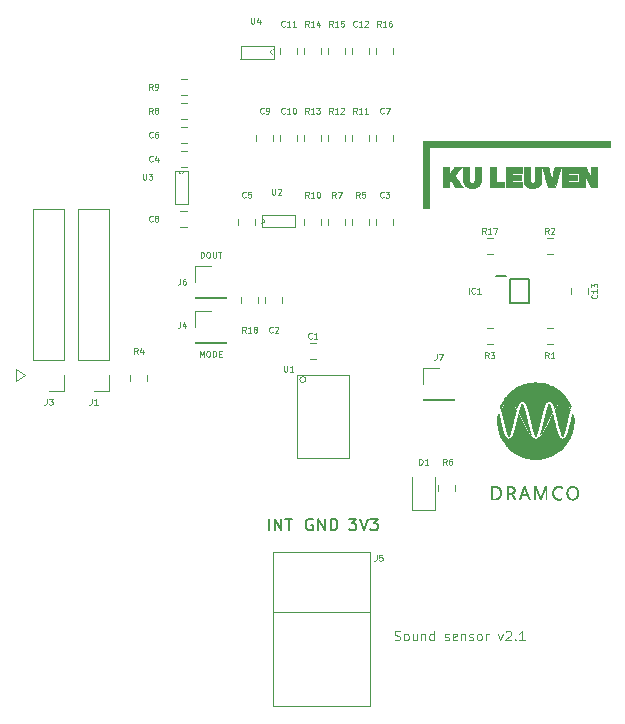
<source format=gto>
G04 #@! TF.GenerationSoftware,KiCad,Pcbnew,(5.1.6)-1*
G04 #@! TF.CreationDate,2020-10-27T13:23:37+01:00*
G04 #@! TF.ProjectId,SoundModulev2,536f756e-644d-46f6-9475-6c6576322e6b,rev?*
G04 #@! TF.SameCoordinates,Original*
G04 #@! TF.FileFunction,Legend,Top*
G04 #@! TF.FilePolarity,Positive*
%FSLAX46Y46*%
G04 Gerber Fmt 4.6, Leading zero omitted, Abs format (unit mm)*
G04 Created by KiCad (PCBNEW (5.1.6)-1) date 2020-10-27 13:23:37*
%MOMM*%
%LPD*%
G01*
G04 APERTURE LIST*
%ADD10C,0.125000*%
%ADD11C,0.120000*%
%ADD12C,0.150000*%
%ADD13C,0.010000*%
%ADD14C,0.200000*%
%ADD15C,0.070000*%
G04 APERTURE END LIST*
D10*
X112196358Y-82882870D02*
X112196358Y-82382870D01*
X112363024Y-82740013D01*
X112529691Y-82382870D01*
X112529691Y-82882870D01*
X112863024Y-82382870D02*
X112958262Y-82382870D01*
X113005881Y-82406680D01*
X113053500Y-82454299D01*
X113077310Y-82549537D01*
X113077310Y-82716203D01*
X113053500Y-82811441D01*
X113005881Y-82859060D01*
X112958262Y-82882870D01*
X112863024Y-82882870D01*
X112815405Y-82859060D01*
X112767786Y-82811441D01*
X112743977Y-82716203D01*
X112743977Y-82549537D01*
X112767786Y-82454299D01*
X112815405Y-82406680D01*
X112863024Y-82382870D01*
X113291596Y-82882870D02*
X113291596Y-82382870D01*
X113410643Y-82382870D01*
X113482072Y-82406680D01*
X113529691Y-82454299D01*
X113553500Y-82501918D01*
X113577310Y-82597156D01*
X113577310Y-82668584D01*
X113553500Y-82763822D01*
X113529691Y-82811441D01*
X113482072Y-82859060D01*
X113410643Y-82882870D01*
X113291596Y-82882870D01*
X113791596Y-82620965D02*
X113958262Y-82620965D01*
X114029691Y-82882870D02*
X113791596Y-82882870D01*
X113791596Y-82382870D01*
X114029691Y-82382870D01*
X112255881Y-74500870D02*
X112255881Y-74000870D01*
X112374929Y-74000870D01*
X112446358Y-74024680D01*
X112493977Y-74072299D01*
X112517786Y-74119918D01*
X112541596Y-74215156D01*
X112541596Y-74286584D01*
X112517786Y-74381822D01*
X112493977Y-74429441D01*
X112446358Y-74477060D01*
X112374929Y-74500870D01*
X112255881Y-74500870D01*
X112851120Y-74000870D02*
X112946358Y-74000870D01*
X112993977Y-74024680D01*
X113041596Y-74072299D01*
X113065405Y-74167537D01*
X113065405Y-74334203D01*
X113041596Y-74429441D01*
X112993977Y-74477060D01*
X112946358Y-74500870D01*
X112851120Y-74500870D01*
X112803500Y-74477060D01*
X112755881Y-74429441D01*
X112732072Y-74334203D01*
X112732072Y-74167537D01*
X112755881Y-74072299D01*
X112803500Y-74024680D01*
X112851120Y-74000870D01*
X113279691Y-74000870D02*
X113279691Y-74405632D01*
X113303500Y-74453251D01*
X113327310Y-74477060D01*
X113374929Y-74500870D01*
X113470167Y-74500870D01*
X113517786Y-74477060D01*
X113541596Y-74453251D01*
X113565405Y-74405632D01*
X113565405Y-74000870D01*
X113732072Y-74000870D02*
X114017786Y-74000870D01*
X113874929Y-74500870D02*
X113874929Y-74000870D01*
X128678358Y-106856489D02*
X128792643Y-106894584D01*
X128983120Y-106894584D01*
X129059310Y-106856489D01*
X129097405Y-106818394D01*
X129135500Y-106742203D01*
X129135500Y-106666013D01*
X129097405Y-106589822D01*
X129059310Y-106551727D01*
X128983120Y-106513632D01*
X128830739Y-106475537D01*
X128754548Y-106437441D01*
X128716453Y-106399346D01*
X128678358Y-106323156D01*
X128678358Y-106246965D01*
X128716453Y-106170775D01*
X128754548Y-106132680D01*
X128830739Y-106094584D01*
X129021215Y-106094584D01*
X129135500Y-106132680D01*
X129592643Y-106894584D02*
X129516453Y-106856489D01*
X129478358Y-106818394D01*
X129440262Y-106742203D01*
X129440262Y-106513632D01*
X129478358Y-106437441D01*
X129516453Y-106399346D01*
X129592643Y-106361251D01*
X129706929Y-106361251D01*
X129783120Y-106399346D01*
X129821215Y-106437441D01*
X129859310Y-106513632D01*
X129859310Y-106742203D01*
X129821215Y-106818394D01*
X129783120Y-106856489D01*
X129706929Y-106894584D01*
X129592643Y-106894584D01*
X130545024Y-106361251D02*
X130545024Y-106894584D01*
X130202167Y-106361251D02*
X130202167Y-106780299D01*
X130240262Y-106856489D01*
X130316453Y-106894584D01*
X130430739Y-106894584D01*
X130506929Y-106856489D01*
X130545024Y-106818394D01*
X130925977Y-106361251D02*
X130925977Y-106894584D01*
X130925977Y-106437441D02*
X130964072Y-106399346D01*
X131040262Y-106361251D01*
X131154548Y-106361251D01*
X131230739Y-106399346D01*
X131268834Y-106475537D01*
X131268834Y-106894584D01*
X131992643Y-106894584D02*
X131992643Y-106094584D01*
X131992643Y-106856489D02*
X131916453Y-106894584D01*
X131764072Y-106894584D01*
X131687881Y-106856489D01*
X131649786Y-106818394D01*
X131611691Y-106742203D01*
X131611691Y-106513632D01*
X131649786Y-106437441D01*
X131687881Y-106399346D01*
X131764072Y-106361251D01*
X131916453Y-106361251D01*
X131992643Y-106399346D01*
X132945024Y-106856489D02*
X133021215Y-106894584D01*
X133173596Y-106894584D01*
X133249786Y-106856489D01*
X133287881Y-106780299D01*
X133287881Y-106742203D01*
X133249786Y-106666013D01*
X133173596Y-106627918D01*
X133059310Y-106627918D01*
X132983120Y-106589822D01*
X132945024Y-106513632D01*
X132945024Y-106475537D01*
X132983120Y-106399346D01*
X133059310Y-106361251D01*
X133173596Y-106361251D01*
X133249786Y-106399346D01*
X133935500Y-106856489D02*
X133859310Y-106894584D01*
X133706929Y-106894584D01*
X133630739Y-106856489D01*
X133592643Y-106780299D01*
X133592643Y-106475537D01*
X133630739Y-106399346D01*
X133706929Y-106361251D01*
X133859310Y-106361251D01*
X133935500Y-106399346D01*
X133973596Y-106475537D01*
X133973596Y-106551727D01*
X133592643Y-106627918D01*
X134316453Y-106361251D02*
X134316453Y-106894584D01*
X134316453Y-106437441D02*
X134354548Y-106399346D01*
X134430739Y-106361251D01*
X134545024Y-106361251D01*
X134621215Y-106399346D01*
X134659310Y-106475537D01*
X134659310Y-106894584D01*
X135002167Y-106856489D02*
X135078358Y-106894584D01*
X135230739Y-106894584D01*
X135306929Y-106856489D01*
X135345024Y-106780299D01*
X135345024Y-106742203D01*
X135306929Y-106666013D01*
X135230739Y-106627918D01*
X135116453Y-106627918D01*
X135040262Y-106589822D01*
X135002167Y-106513632D01*
X135002167Y-106475537D01*
X135040262Y-106399346D01*
X135116453Y-106361251D01*
X135230739Y-106361251D01*
X135306929Y-106399346D01*
X135802167Y-106894584D02*
X135725977Y-106856489D01*
X135687881Y-106818394D01*
X135649786Y-106742203D01*
X135649786Y-106513632D01*
X135687881Y-106437441D01*
X135725977Y-106399346D01*
X135802167Y-106361251D01*
X135916453Y-106361251D01*
X135992643Y-106399346D01*
X136030739Y-106437441D01*
X136068834Y-106513632D01*
X136068834Y-106742203D01*
X136030739Y-106818394D01*
X135992643Y-106856489D01*
X135916453Y-106894584D01*
X135802167Y-106894584D01*
X136411691Y-106894584D02*
X136411691Y-106361251D01*
X136411691Y-106513632D02*
X136449786Y-106437441D01*
X136487881Y-106399346D01*
X136564072Y-106361251D01*
X136640262Y-106361251D01*
X137440262Y-106361251D02*
X137630739Y-106894584D01*
X137821215Y-106361251D01*
X138087881Y-106170775D02*
X138125977Y-106132680D01*
X138202167Y-106094584D01*
X138392643Y-106094584D01*
X138468834Y-106132680D01*
X138506929Y-106170775D01*
X138545024Y-106246965D01*
X138545024Y-106323156D01*
X138506929Y-106437441D01*
X138049786Y-106894584D01*
X138545024Y-106894584D01*
X138887881Y-106818394D02*
X138925977Y-106856489D01*
X138887881Y-106894584D01*
X138849786Y-106856489D01*
X138887881Y-106818394D01*
X138887881Y-106894584D01*
X139687881Y-106894584D02*
X139230739Y-106894584D01*
X139459310Y-106894584D02*
X139459310Y-106094584D01*
X139383120Y-106208870D01*
X139306929Y-106285060D01*
X139230739Y-106323156D01*
D11*
X97353120Y-84434680D02*
X96591120Y-83926680D01*
X96591120Y-84942680D02*
X97353120Y-84434680D01*
X96591120Y-83926680D02*
X96591120Y-84942680D01*
D12*
X124817024Y-96587060D02*
X125436072Y-96587060D01*
X125102739Y-96968013D01*
X125245596Y-96968013D01*
X125340834Y-97015632D01*
X125388453Y-97063251D01*
X125436072Y-97158489D01*
X125436072Y-97396584D01*
X125388453Y-97491822D01*
X125340834Y-97539441D01*
X125245596Y-97587060D01*
X124959881Y-97587060D01*
X124864643Y-97539441D01*
X124817024Y-97491822D01*
X125721786Y-96587060D02*
X126055120Y-97587060D01*
X126388453Y-96587060D01*
X126626548Y-96587060D02*
X127245596Y-96587060D01*
X126912262Y-96968013D01*
X127055120Y-96968013D01*
X127150358Y-97015632D01*
X127197977Y-97063251D01*
X127245596Y-97158489D01*
X127245596Y-97396584D01*
X127197977Y-97491822D01*
X127150358Y-97539441D01*
X127055120Y-97587060D01*
X126769405Y-97587060D01*
X126674167Y-97539441D01*
X126626548Y-97491822D01*
X121737215Y-96634680D02*
X121641977Y-96587060D01*
X121499120Y-96587060D01*
X121356262Y-96634680D01*
X121261024Y-96729918D01*
X121213405Y-96825156D01*
X121165786Y-97015632D01*
X121165786Y-97158489D01*
X121213405Y-97348965D01*
X121261024Y-97444203D01*
X121356262Y-97539441D01*
X121499120Y-97587060D01*
X121594358Y-97587060D01*
X121737215Y-97539441D01*
X121784834Y-97491822D01*
X121784834Y-97158489D01*
X121594358Y-97158489D01*
X122213405Y-97587060D02*
X122213405Y-96587060D01*
X122784834Y-97587060D01*
X122784834Y-96587060D01*
X123261024Y-97587060D02*
X123261024Y-96587060D01*
X123499120Y-96587060D01*
X123641977Y-96634680D01*
X123737215Y-96729918D01*
X123784834Y-96825156D01*
X123832453Y-97015632D01*
X123832453Y-97158489D01*
X123784834Y-97348965D01*
X123737215Y-97444203D01*
X123641977Y-97539441D01*
X123499120Y-97587060D01*
X123261024Y-97587060D01*
X118038358Y-97587060D02*
X118038358Y-96587060D01*
X118514548Y-97587060D02*
X118514548Y-96587060D01*
X119085977Y-97587060D01*
X119085977Y-96587060D01*
X119419310Y-96587060D02*
X119990739Y-96587060D01*
X119705024Y-97587060D02*
X119705024Y-96587060D01*
D13*
G36*
X142600806Y-93838975D02*
G01*
X142637222Y-93841313D01*
X142671582Y-93845513D01*
X142706178Y-93851848D01*
X142739356Y-93859587D01*
X142755367Y-93863987D01*
X142773227Y-93869474D01*
X142791591Y-93875567D01*
X142809113Y-93881785D01*
X142824449Y-93887648D01*
X142836253Y-93892674D01*
X142843180Y-93896382D01*
X142843882Y-93896942D01*
X142843545Y-93900662D01*
X142840981Y-93908946D01*
X142836832Y-93920222D01*
X142831738Y-93932919D01*
X142826342Y-93945465D01*
X142821286Y-93956289D01*
X142817211Y-93963820D01*
X142815731Y-93965872D01*
X142811560Y-93966014D01*
X142803507Y-93963423D01*
X142796493Y-93960227D01*
X142779194Y-93952448D01*
X142757289Y-93944073D01*
X142732823Y-93935786D01*
X142707844Y-93928270D01*
X142684395Y-93922208D01*
X142679130Y-93921025D01*
X142623318Y-93911746D01*
X142568153Y-93908058D01*
X142514169Y-93909815D01*
X142461901Y-93916871D01*
X142411884Y-93929082D01*
X142364653Y-93946300D01*
X142320743Y-93968380D01*
X142280688Y-93995176D01*
X142245024Y-94026542D01*
X142229171Y-94043700D01*
X142197284Y-94085263D01*
X142170577Y-94129959D01*
X142148954Y-94178097D01*
X142132314Y-94229985D01*
X142120559Y-94285933D01*
X142113589Y-94346248D01*
X142111306Y-94410840D01*
X142113750Y-94476581D01*
X142121022Y-94538188D01*
X142133030Y-94595531D01*
X142149683Y-94648479D01*
X142170889Y-94696900D01*
X142196558Y-94740663D01*
X142226596Y-94779639D01*
X142260914Y-94813696D01*
X142299420Y-94842703D01*
X142342022Y-94866529D01*
X142388630Y-94885043D01*
X142439150Y-94898115D01*
X142453360Y-94900680D01*
X142503189Y-94906485D01*
X142557060Y-94908363D01*
X142613559Y-94906400D01*
X142671272Y-94900683D01*
X142728783Y-94891296D01*
X142773475Y-94881258D01*
X142805573Y-94873108D01*
X142805573Y-94942519D01*
X142781020Y-94949617D01*
X142749453Y-94958184D01*
X142719628Y-94964978D01*
X142690068Y-94970193D01*
X142659296Y-94974020D01*
X142625834Y-94976654D01*
X142588207Y-94978288D01*
X142556653Y-94978969D01*
X142533156Y-94979243D01*
X142511307Y-94979369D01*
X142492221Y-94979352D01*
X142477011Y-94979196D01*
X142466791Y-94978904D01*
X142463520Y-94978665D01*
X142455223Y-94977422D01*
X142442284Y-94975253D01*
X142426714Y-94972502D01*
X142415547Y-94970455D01*
X142360624Y-94957029D01*
X142309338Y-94937973D01*
X142261832Y-94913460D01*
X142218248Y-94883662D01*
X142178728Y-94848751D01*
X142143415Y-94808900D01*
X142112450Y-94764280D01*
X142085976Y-94715064D01*
X142064135Y-94661425D01*
X142047070Y-94603535D01*
X142034922Y-94541565D01*
X142030176Y-94503727D01*
X142028238Y-94477750D01*
X142027092Y-94447489D01*
X142026720Y-94414849D01*
X142027105Y-94381733D01*
X142028229Y-94350044D01*
X142030074Y-94321687D01*
X142032030Y-94302890D01*
X142043141Y-94239646D01*
X142059559Y-94180345D01*
X142081131Y-94125153D01*
X142107700Y-94074234D01*
X142139112Y-94027752D01*
X142175209Y-93985872D01*
X142215837Y-93948759D01*
X142260841Y-93916577D01*
X142310064Y-93889491D01*
X142363352Y-93867665D01*
X142420548Y-93851264D01*
X142467146Y-93842438D01*
X142480034Y-93841043D01*
X142497941Y-93839846D01*
X142519112Y-93838927D01*
X142541792Y-93838365D01*
X142560040Y-93838227D01*
X142600806Y-93838975D01*
G37*
X142600806Y-93838975D02*
X142637222Y-93841313D01*
X142671582Y-93845513D01*
X142706178Y-93851848D01*
X142739356Y-93859587D01*
X142755367Y-93863987D01*
X142773227Y-93869474D01*
X142791591Y-93875567D01*
X142809113Y-93881785D01*
X142824449Y-93887648D01*
X142836253Y-93892674D01*
X142843180Y-93896382D01*
X142843882Y-93896942D01*
X142843545Y-93900662D01*
X142840981Y-93908946D01*
X142836832Y-93920222D01*
X142831738Y-93932919D01*
X142826342Y-93945465D01*
X142821286Y-93956289D01*
X142817211Y-93963820D01*
X142815731Y-93965872D01*
X142811560Y-93966014D01*
X142803507Y-93963423D01*
X142796493Y-93960227D01*
X142779194Y-93952448D01*
X142757289Y-93944073D01*
X142732823Y-93935786D01*
X142707844Y-93928270D01*
X142684395Y-93922208D01*
X142679130Y-93921025D01*
X142623318Y-93911746D01*
X142568153Y-93908058D01*
X142514169Y-93909815D01*
X142461901Y-93916871D01*
X142411884Y-93929082D01*
X142364653Y-93946300D01*
X142320743Y-93968380D01*
X142280688Y-93995176D01*
X142245024Y-94026542D01*
X142229171Y-94043700D01*
X142197284Y-94085263D01*
X142170577Y-94129959D01*
X142148954Y-94178097D01*
X142132314Y-94229985D01*
X142120559Y-94285933D01*
X142113589Y-94346248D01*
X142111306Y-94410840D01*
X142113750Y-94476581D01*
X142121022Y-94538188D01*
X142133030Y-94595531D01*
X142149683Y-94648479D01*
X142170889Y-94696900D01*
X142196558Y-94740663D01*
X142226596Y-94779639D01*
X142260914Y-94813696D01*
X142299420Y-94842703D01*
X142342022Y-94866529D01*
X142388630Y-94885043D01*
X142439150Y-94898115D01*
X142453360Y-94900680D01*
X142503189Y-94906485D01*
X142557060Y-94908363D01*
X142613559Y-94906400D01*
X142671272Y-94900683D01*
X142728783Y-94891296D01*
X142773475Y-94881258D01*
X142805573Y-94873108D01*
X142805573Y-94942519D01*
X142781020Y-94949617D01*
X142749453Y-94958184D01*
X142719628Y-94964978D01*
X142690068Y-94970193D01*
X142659296Y-94974020D01*
X142625834Y-94976654D01*
X142588207Y-94978288D01*
X142556653Y-94978969D01*
X142533156Y-94979243D01*
X142511307Y-94979369D01*
X142492221Y-94979352D01*
X142477011Y-94979196D01*
X142466791Y-94978904D01*
X142463520Y-94978665D01*
X142455223Y-94977422D01*
X142442284Y-94975253D01*
X142426714Y-94972502D01*
X142415547Y-94970455D01*
X142360624Y-94957029D01*
X142309338Y-94937973D01*
X142261832Y-94913460D01*
X142218248Y-94883662D01*
X142178728Y-94848751D01*
X142143415Y-94808900D01*
X142112450Y-94764280D01*
X142085976Y-94715064D01*
X142064135Y-94661425D01*
X142047070Y-94603535D01*
X142034922Y-94541565D01*
X142030176Y-94503727D01*
X142028238Y-94477750D01*
X142027092Y-94447489D01*
X142026720Y-94414849D01*
X142027105Y-94381733D01*
X142028229Y-94350044D01*
X142030074Y-94321687D01*
X142032030Y-94302890D01*
X142043141Y-94239646D01*
X142059559Y-94180345D01*
X142081131Y-94125153D01*
X142107700Y-94074234D01*
X142139112Y-94027752D01*
X142175209Y-93985872D01*
X142215837Y-93948759D01*
X142260841Y-93916577D01*
X142310064Y-93889491D01*
X142363352Y-93867665D01*
X142420548Y-93851264D01*
X142467146Y-93842438D01*
X142480034Y-93841043D01*
X142497941Y-93839846D01*
X142519112Y-93838927D01*
X142541792Y-93838365D01*
X142560040Y-93838227D01*
X142600806Y-93838975D01*
G36*
X143751491Y-93838043D02*
G01*
X143774072Y-93838441D01*
X143792320Y-93839222D01*
X143807453Y-93840454D01*
X143820689Y-93842204D01*
X143830040Y-93843886D01*
X143882515Y-93856642D01*
X143929987Y-93873250D01*
X143973302Y-93894146D01*
X144013307Y-93919767D01*
X144050848Y-93950550D01*
X144067199Y-93966237D01*
X144104422Y-94008358D01*
X144136498Y-94054842D01*
X144163429Y-94105697D01*
X144185219Y-94160935D01*
X144201871Y-94220565D01*
X144213388Y-94284597D01*
X144219775Y-94353040D01*
X144221200Y-94406949D01*
X144218610Y-94478779D01*
X144210848Y-94546353D01*
X144197923Y-94609642D01*
X144179846Y-94668617D01*
X144156627Y-94723248D01*
X144128277Y-94773507D01*
X144094805Y-94819365D01*
X144064943Y-94852266D01*
X144025257Y-94887464D01*
X143982023Y-94916984D01*
X143935187Y-94940847D01*
X143884693Y-94959073D01*
X143830486Y-94971682D01*
X143772512Y-94978694D01*
X143718368Y-94980252D01*
X143700206Y-94979980D01*
X143683683Y-94979590D01*
X143670382Y-94979129D01*
X143661883Y-94978644D01*
X143660706Y-94978526D01*
X143601816Y-94968557D01*
X143547114Y-94953270D01*
X143496571Y-94932643D01*
X143450156Y-94906655D01*
X143407839Y-94875287D01*
X143369589Y-94838518D01*
X143335375Y-94796326D01*
X143305167Y-94748693D01*
X143296640Y-94732872D01*
X143273942Y-94682533D01*
X143255485Y-94627604D01*
X143241410Y-94568888D01*
X143231857Y-94507184D01*
X143226965Y-94443293D01*
X143226917Y-94408413D01*
X143313573Y-94408413D01*
X143315493Y-94474239D01*
X143321320Y-94534761D01*
X143331152Y-94590277D01*
X143345089Y-94641086D01*
X143363229Y-94687485D01*
X143385673Y-94729772D01*
X143412519Y-94768246D01*
X143443866Y-94803205D01*
X143445336Y-94804653D01*
X143480904Y-94835293D01*
X143519476Y-94860278D01*
X143561507Y-94879825D01*
X143607451Y-94894150D01*
X143650546Y-94902475D01*
X143668938Y-94904319D01*
X143692072Y-94905400D01*
X143717965Y-94905736D01*
X143744631Y-94905345D01*
X143770085Y-94904243D01*
X143792341Y-94902450D01*
X143802888Y-94901117D01*
X143853571Y-94890522D01*
X143900074Y-94874618D01*
X143942452Y-94853363D01*
X143980764Y-94826710D01*
X144015067Y-94794615D01*
X144045417Y-94757034D01*
X144071871Y-94713921D01*
X144090037Y-94675960D01*
X144105991Y-94632058D01*
X144118650Y-94583312D01*
X144127958Y-94530827D01*
X144133855Y-94475708D01*
X144136283Y-94419061D01*
X144135184Y-94361993D01*
X144130499Y-94305608D01*
X144122170Y-94251013D01*
X144114347Y-94215281D01*
X144099259Y-94164740D01*
X144080275Y-94119264D01*
X144057009Y-94078125D01*
X144029075Y-94040595D01*
X144011481Y-94021124D01*
X143977932Y-93990270D01*
X143941816Y-93964836D01*
X143902690Y-93944654D01*
X143860110Y-93929556D01*
X143813631Y-93919375D01*
X143762808Y-93913942D01*
X143725053Y-93912874D01*
X143686938Y-93913775D01*
X143653379Y-93916671D01*
X143622375Y-93921854D01*
X143591928Y-93929617D01*
X143576172Y-93934595D01*
X143531581Y-93952985D01*
X143490474Y-93977070D01*
X143453125Y-94006576D01*
X143419813Y-94041233D01*
X143390811Y-94080769D01*
X143366398Y-94124912D01*
X143354246Y-94153037D01*
X143340290Y-94193149D01*
X143329457Y-94234548D01*
X143321571Y-94278350D01*
X143316452Y-94325672D01*
X143313924Y-94377631D01*
X143313573Y-94408413D01*
X143226917Y-94408413D01*
X143226875Y-94378017D01*
X143228744Y-94344162D01*
X143236035Y-94277554D01*
X143247652Y-94215972D01*
X143263700Y-94159142D01*
X143284286Y-94106791D01*
X143309516Y-94058646D01*
X143339497Y-94014433D01*
X143371794Y-93976543D01*
X143409463Y-93940854D01*
X143449886Y-93910679D01*
X143493681Y-93885679D01*
X143541467Y-93865518D01*
X143593861Y-93849858D01*
X143611600Y-93845765D01*
X143624481Y-93843159D01*
X143636558Y-93841203D01*
X143649148Y-93839805D01*
X143663570Y-93838873D01*
X143681142Y-93838315D01*
X143703183Y-93838039D01*
X143723360Y-93837961D01*
X143751491Y-93838043D01*
G37*
X143751491Y-93838043D02*
X143774072Y-93838441D01*
X143792320Y-93839222D01*
X143807453Y-93840454D01*
X143820689Y-93842204D01*
X143830040Y-93843886D01*
X143882515Y-93856642D01*
X143929987Y-93873250D01*
X143973302Y-93894146D01*
X144013307Y-93919767D01*
X144050848Y-93950550D01*
X144067199Y-93966237D01*
X144104422Y-94008358D01*
X144136498Y-94054842D01*
X144163429Y-94105697D01*
X144185219Y-94160935D01*
X144201871Y-94220565D01*
X144213388Y-94284597D01*
X144219775Y-94353040D01*
X144221200Y-94406949D01*
X144218610Y-94478779D01*
X144210848Y-94546353D01*
X144197923Y-94609642D01*
X144179846Y-94668617D01*
X144156627Y-94723248D01*
X144128277Y-94773507D01*
X144094805Y-94819365D01*
X144064943Y-94852266D01*
X144025257Y-94887464D01*
X143982023Y-94916984D01*
X143935187Y-94940847D01*
X143884693Y-94959073D01*
X143830486Y-94971682D01*
X143772512Y-94978694D01*
X143718368Y-94980252D01*
X143700206Y-94979980D01*
X143683683Y-94979590D01*
X143670382Y-94979129D01*
X143661883Y-94978644D01*
X143660706Y-94978526D01*
X143601816Y-94968557D01*
X143547114Y-94953270D01*
X143496571Y-94932643D01*
X143450156Y-94906655D01*
X143407839Y-94875287D01*
X143369589Y-94838518D01*
X143335375Y-94796326D01*
X143305167Y-94748693D01*
X143296640Y-94732872D01*
X143273942Y-94682533D01*
X143255485Y-94627604D01*
X143241410Y-94568888D01*
X143231857Y-94507184D01*
X143226965Y-94443293D01*
X143226917Y-94408413D01*
X143313573Y-94408413D01*
X143315493Y-94474239D01*
X143321320Y-94534761D01*
X143331152Y-94590277D01*
X143345089Y-94641086D01*
X143363229Y-94687485D01*
X143385673Y-94729772D01*
X143412519Y-94768246D01*
X143443866Y-94803205D01*
X143445336Y-94804653D01*
X143480904Y-94835293D01*
X143519476Y-94860278D01*
X143561507Y-94879825D01*
X143607451Y-94894150D01*
X143650546Y-94902475D01*
X143668938Y-94904319D01*
X143692072Y-94905400D01*
X143717965Y-94905736D01*
X143744631Y-94905345D01*
X143770085Y-94904243D01*
X143792341Y-94902450D01*
X143802888Y-94901117D01*
X143853571Y-94890522D01*
X143900074Y-94874618D01*
X143942452Y-94853363D01*
X143980764Y-94826710D01*
X144015067Y-94794615D01*
X144045417Y-94757034D01*
X144071871Y-94713921D01*
X144090037Y-94675960D01*
X144105991Y-94632058D01*
X144118650Y-94583312D01*
X144127958Y-94530827D01*
X144133855Y-94475708D01*
X144136283Y-94419061D01*
X144135184Y-94361993D01*
X144130499Y-94305608D01*
X144122170Y-94251013D01*
X144114347Y-94215281D01*
X144099259Y-94164740D01*
X144080275Y-94119264D01*
X144057009Y-94078125D01*
X144029075Y-94040595D01*
X144011481Y-94021124D01*
X143977932Y-93990270D01*
X143941816Y-93964836D01*
X143902690Y-93944654D01*
X143860110Y-93929556D01*
X143813631Y-93919375D01*
X143762808Y-93913942D01*
X143725053Y-93912874D01*
X143686938Y-93913775D01*
X143653379Y-93916671D01*
X143622375Y-93921854D01*
X143591928Y-93929617D01*
X143576172Y-93934595D01*
X143531581Y-93952985D01*
X143490474Y-93977070D01*
X143453125Y-94006576D01*
X143419813Y-94041233D01*
X143390811Y-94080769D01*
X143366398Y-94124912D01*
X143354246Y-94153037D01*
X143340290Y-94193149D01*
X143329457Y-94234548D01*
X143321571Y-94278350D01*
X143316452Y-94325672D01*
X143313924Y-94377631D01*
X143313573Y-94408413D01*
X143226917Y-94408413D01*
X143226875Y-94378017D01*
X143228744Y-94344162D01*
X143236035Y-94277554D01*
X143247652Y-94215972D01*
X143263700Y-94159142D01*
X143284286Y-94106791D01*
X143309516Y-94058646D01*
X143339497Y-94014433D01*
X143371794Y-93976543D01*
X143409463Y-93940854D01*
X143449886Y-93910679D01*
X143493681Y-93885679D01*
X143541467Y-93865518D01*
X143593861Y-93849858D01*
X143611600Y-93845765D01*
X143624481Y-93843159D01*
X143636558Y-93841203D01*
X143649148Y-93839805D01*
X143663570Y-93838873D01*
X143681142Y-93838315D01*
X143703183Y-93838039D01*
X143723360Y-93837961D01*
X143751491Y-93838043D01*
G36*
X137040620Y-93853922D02*
G01*
X137084867Y-93854270D01*
X137123014Y-93854640D01*
X137155733Y-93855082D01*
X137183695Y-93855643D01*
X137207574Y-93856372D01*
X137228041Y-93857318D01*
X137245770Y-93858527D01*
X137261431Y-93860050D01*
X137275699Y-93861934D01*
X137289245Y-93864227D01*
X137302742Y-93866977D01*
X137316861Y-93870234D01*
X137332276Y-93874045D01*
X137336880Y-93875209D01*
X137391413Y-93892180D01*
X137441852Y-93914342D01*
X137488012Y-93941554D01*
X137529708Y-93973672D01*
X137566755Y-94010552D01*
X137598969Y-94052052D01*
X137626165Y-94098028D01*
X137627281Y-94100226D01*
X137646948Y-94143809D01*
X137662565Y-94188879D01*
X137674319Y-94236358D01*
X137682401Y-94287168D01*
X137687001Y-94342229D01*
X137688319Y-94396866D01*
X137686615Y-94460897D01*
X137681398Y-94519664D01*
X137672512Y-94573790D01*
X137659799Y-94623894D01*
X137643102Y-94670597D01*
X137622266Y-94714519D01*
X137597767Y-94755332D01*
X137566248Y-94796646D01*
X137529515Y-94833896D01*
X137487952Y-94866837D01*
X137441940Y-94895220D01*
X137391864Y-94918799D01*
X137338105Y-94937326D01*
X137301773Y-94946455D01*
X137283728Y-94950258D01*
X137266962Y-94953496D01*
X137250723Y-94956221D01*
X137234257Y-94958488D01*
X137216811Y-94960347D01*
X137197633Y-94961851D01*
X137175969Y-94963054D01*
X137151066Y-94964008D01*
X137122171Y-94964765D01*
X137088532Y-94965379D01*
X137049395Y-94965901D01*
X137018606Y-94966237D01*
X136845040Y-94968021D01*
X136845040Y-94896774D01*
X136922933Y-94896774D01*
X137062633Y-94895108D01*
X137098341Y-94894650D01*
X137128070Y-94894177D01*
X137152614Y-94893652D01*
X137172769Y-94893035D01*
X137189328Y-94892288D01*
X137203085Y-94891371D01*
X137214837Y-94890247D01*
X137225375Y-94888876D01*
X137235497Y-94887220D01*
X137239586Y-94886473D01*
X137296740Y-94873306D01*
X137348511Y-94856125D01*
X137395074Y-94834782D01*
X137436607Y-94809131D01*
X137473284Y-94779026D01*
X137505283Y-94744321D01*
X137532779Y-94704868D01*
X137555949Y-94660523D01*
X137574969Y-94611139D01*
X137576365Y-94606814D01*
X137584066Y-94580950D01*
X137590133Y-94556346D01*
X137594733Y-94531669D01*
X137598035Y-94505591D01*
X137600206Y-94476779D01*
X137601415Y-94443904D01*
X137601828Y-94405634D01*
X137601829Y-94405026D01*
X137601744Y-94373180D01*
X137601295Y-94346756D01*
X137600349Y-94324407D01*
X137598772Y-94304785D01*
X137596431Y-94286544D01*
X137593193Y-94268335D01*
X137588923Y-94248811D01*
X137584621Y-94231121D01*
X137568670Y-94179574D01*
X137547789Y-94132552D01*
X137522043Y-94090141D01*
X137491495Y-94052425D01*
X137456210Y-94019489D01*
X137416252Y-93991419D01*
X137394456Y-93979192D01*
X137371536Y-93967832D01*
X137349364Y-93958083D01*
X137327193Y-93949818D01*
X137304277Y-93942908D01*
X137279866Y-93937227D01*
X137253213Y-93932647D01*
X137223570Y-93929041D01*
X137190191Y-93926280D01*
X137152326Y-93924239D01*
X137109228Y-93922788D01*
X137060150Y-93921801D01*
X137057553Y-93921762D01*
X136922933Y-93919765D01*
X136922933Y-94896774D01*
X136845040Y-94896774D01*
X136845040Y-93852472D01*
X137040620Y-93853922D01*
G37*
X137040620Y-93853922D02*
X137084867Y-93854270D01*
X137123014Y-93854640D01*
X137155733Y-93855082D01*
X137183695Y-93855643D01*
X137207574Y-93856372D01*
X137228041Y-93857318D01*
X137245770Y-93858527D01*
X137261431Y-93860050D01*
X137275699Y-93861934D01*
X137289245Y-93864227D01*
X137302742Y-93866977D01*
X137316861Y-93870234D01*
X137332276Y-93874045D01*
X137336880Y-93875209D01*
X137391413Y-93892180D01*
X137441852Y-93914342D01*
X137488012Y-93941554D01*
X137529708Y-93973672D01*
X137566755Y-94010552D01*
X137598969Y-94052052D01*
X137626165Y-94098028D01*
X137627281Y-94100226D01*
X137646948Y-94143809D01*
X137662565Y-94188879D01*
X137674319Y-94236358D01*
X137682401Y-94287168D01*
X137687001Y-94342229D01*
X137688319Y-94396866D01*
X137686615Y-94460897D01*
X137681398Y-94519664D01*
X137672512Y-94573790D01*
X137659799Y-94623894D01*
X137643102Y-94670597D01*
X137622266Y-94714519D01*
X137597767Y-94755332D01*
X137566248Y-94796646D01*
X137529515Y-94833896D01*
X137487952Y-94866837D01*
X137441940Y-94895220D01*
X137391864Y-94918799D01*
X137338105Y-94937326D01*
X137301773Y-94946455D01*
X137283728Y-94950258D01*
X137266962Y-94953496D01*
X137250723Y-94956221D01*
X137234257Y-94958488D01*
X137216811Y-94960347D01*
X137197633Y-94961851D01*
X137175969Y-94963054D01*
X137151066Y-94964008D01*
X137122171Y-94964765D01*
X137088532Y-94965379D01*
X137049395Y-94965901D01*
X137018606Y-94966237D01*
X136845040Y-94968021D01*
X136845040Y-94896774D01*
X136922933Y-94896774D01*
X137062633Y-94895108D01*
X137098341Y-94894650D01*
X137128070Y-94894177D01*
X137152614Y-94893652D01*
X137172769Y-94893035D01*
X137189328Y-94892288D01*
X137203085Y-94891371D01*
X137214837Y-94890247D01*
X137225375Y-94888876D01*
X137235497Y-94887220D01*
X137239586Y-94886473D01*
X137296740Y-94873306D01*
X137348511Y-94856125D01*
X137395074Y-94834782D01*
X137436607Y-94809131D01*
X137473284Y-94779026D01*
X137505283Y-94744321D01*
X137532779Y-94704868D01*
X137555949Y-94660523D01*
X137574969Y-94611139D01*
X137576365Y-94606814D01*
X137584066Y-94580950D01*
X137590133Y-94556346D01*
X137594733Y-94531669D01*
X137598035Y-94505591D01*
X137600206Y-94476779D01*
X137601415Y-94443904D01*
X137601828Y-94405634D01*
X137601829Y-94405026D01*
X137601744Y-94373180D01*
X137601295Y-94346756D01*
X137600349Y-94324407D01*
X137598772Y-94304785D01*
X137596431Y-94286544D01*
X137593193Y-94268335D01*
X137588923Y-94248811D01*
X137584621Y-94231121D01*
X137568670Y-94179574D01*
X137547789Y-94132552D01*
X137522043Y-94090141D01*
X137491495Y-94052425D01*
X137456210Y-94019489D01*
X137416252Y-93991419D01*
X137394456Y-93979192D01*
X137371536Y-93967832D01*
X137349364Y-93958083D01*
X137327193Y-93949818D01*
X137304277Y-93942908D01*
X137279866Y-93937227D01*
X137253213Y-93932647D01*
X137223570Y-93929041D01*
X137190191Y-93926280D01*
X137152326Y-93924239D01*
X137109228Y-93922788D01*
X137060150Y-93921801D01*
X137057553Y-93921762D01*
X136922933Y-93919765D01*
X136922933Y-94896774D01*
X136845040Y-94896774D01*
X136845040Y-93852472D01*
X137040620Y-93853922D01*
G36*
X138334326Y-93853011D02*
G01*
X138367757Y-93853093D01*
X138400482Y-93853324D01*
X138431587Y-93853685D01*
X138460159Y-93854161D01*
X138485282Y-93854735D01*
X138506043Y-93855389D01*
X138521526Y-93856107D01*
X138528213Y-93856590D01*
X138578426Y-93863059D01*
X138625154Y-93872851D01*
X138667605Y-93885744D01*
X138704989Y-93901516D01*
X138722443Y-93910947D01*
X138741152Y-93923772D01*
X138760891Y-93940336D01*
X138780051Y-93959033D01*
X138797025Y-93978253D01*
X138810204Y-93996389D01*
X138813529Y-94002013D01*
X138829319Y-94037146D01*
X138840625Y-94076101D01*
X138847389Y-94117571D01*
X138849553Y-94160248D01*
X138847058Y-94202828D01*
X138839846Y-94244003D01*
X138827859Y-94282466D01*
X138826222Y-94286535D01*
X138807220Y-94323862D01*
X138782569Y-94357639D01*
X138752515Y-94387647D01*
X138717304Y-94413673D01*
X138677182Y-94435499D01*
X138639289Y-94450627D01*
X138627724Y-94455069D01*
X138619328Y-94459253D01*
X138615592Y-94462409D01*
X138615545Y-94462895D01*
X138617390Y-94466324D01*
X138622455Y-94475135D01*
X138630485Y-94488897D01*
X138641225Y-94507180D01*
X138654421Y-94529552D01*
X138669816Y-94555582D01*
X138687157Y-94584838D01*
X138706188Y-94616890D01*
X138726655Y-94651306D01*
X138748302Y-94687655D01*
X138763711Y-94713500D01*
X138786003Y-94750910D01*
X138807268Y-94786677D01*
X138827255Y-94820369D01*
X138845709Y-94851557D01*
X138862378Y-94879811D01*
X138877010Y-94904700D01*
X138889350Y-94925795D01*
X138899146Y-94942665D01*
X138906144Y-94954879D01*
X138910093Y-94962009D01*
X138910906Y-94963738D01*
X138907605Y-94965269D01*
X138898024Y-94966381D01*
X138882645Y-94967039D01*
X138865978Y-94967213D01*
X138821050Y-94967213D01*
X138535490Y-94484613D01*
X138396385Y-94483729D01*
X138257280Y-94482844D01*
X138257280Y-94967213D01*
X138179386Y-94967213D01*
X138179386Y-94167395D01*
X138257280Y-94167395D01*
X138257310Y-94207386D01*
X138257399Y-94245390D01*
X138257541Y-94280865D01*
X138257730Y-94313271D01*
X138257963Y-94342064D01*
X138258234Y-94366704D01*
X138258538Y-94386650D01*
X138258870Y-94401359D01*
X138259226Y-94410289D01*
X138259537Y-94412928D01*
X138263579Y-94413659D01*
X138273474Y-94414235D01*
X138288306Y-94414662D01*
X138307156Y-94414944D01*
X138329108Y-94415083D01*
X138353243Y-94415086D01*
X138378644Y-94414954D01*
X138404393Y-94414694D01*
X138429573Y-94414308D01*
X138453266Y-94413801D01*
X138474554Y-94413177D01*
X138492521Y-94412441D01*
X138502849Y-94411845D01*
X138549024Y-94406907D01*
X138589756Y-94398655D01*
X138625622Y-94386871D01*
X138657204Y-94371336D01*
X138685081Y-94351833D01*
X138701079Y-94337334D01*
X138720991Y-94315266D01*
X138736146Y-94292833D01*
X138747863Y-94267783D01*
X138755737Y-94244041D01*
X138758870Y-94232186D01*
X138761043Y-94220979D01*
X138762416Y-94208744D01*
X138763151Y-94193803D01*
X138763411Y-94174479D01*
X138763417Y-94164573D01*
X138763225Y-94142638D01*
X138762620Y-94125783D01*
X138761438Y-94112321D01*
X138759514Y-94100563D01*
X138756683Y-94088820D01*
X138755649Y-94085105D01*
X138743685Y-94051562D01*
X138728024Y-94022755D01*
X138708217Y-93998299D01*
X138683820Y-93977806D01*
X138654384Y-93960889D01*
X138619464Y-93947162D01*
X138585786Y-93937863D01*
X138568465Y-93934224D01*
X138549949Y-93931236D01*
X138529439Y-93928847D01*
X138506137Y-93927007D01*
X138479246Y-93925666D01*
X138447967Y-93924772D01*
X138411503Y-93924274D01*
X138369886Y-93924122D01*
X138257280Y-93924120D01*
X138257280Y-94167395D01*
X138179386Y-94167395D01*
X138179386Y-93853000D01*
X138334326Y-93853011D01*
G37*
X138334326Y-93853011D02*
X138367757Y-93853093D01*
X138400482Y-93853324D01*
X138431587Y-93853685D01*
X138460159Y-93854161D01*
X138485282Y-93854735D01*
X138506043Y-93855389D01*
X138521526Y-93856107D01*
X138528213Y-93856590D01*
X138578426Y-93863059D01*
X138625154Y-93872851D01*
X138667605Y-93885744D01*
X138704989Y-93901516D01*
X138722443Y-93910947D01*
X138741152Y-93923772D01*
X138760891Y-93940336D01*
X138780051Y-93959033D01*
X138797025Y-93978253D01*
X138810204Y-93996389D01*
X138813529Y-94002013D01*
X138829319Y-94037146D01*
X138840625Y-94076101D01*
X138847389Y-94117571D01*
X138849553Y-94160248D01*
X138847058Y-94202828D01*
X138839846Y-94244003D01*
X138827859Y-94282466D01*
X138826222Y-94286535D01*
X138807220Y-94323862D01*
X138782569Y-94357639D01*
X138752515Y-94387647D01*
X138717304Y-94413673D01*
X138677182Y-94435499D01*
X138639289Y-94450627D01*
X138627724Y-94455069D01*
X138619328Y-94459253D01*
X138615592Y-94462409D01*
X138615545Y-94462895D01*
X138617390Y-94466324D01*
X138622455Y-94475135D01*
X138630485Y-94488897D01*
X138641225Y-94507180D01*
X138654421Y-94529552D01*
X138669816Y-94555582D01*
X138687157Y-94584838D01*
X138706188Y-94616890D01*
X138726655Y-94651306D01*
X138748302Y-94687655D01*
X138763711Y-94713500D01*
X138786003Y-94750910D01*
X138807268Y-94786677D01*
X138827255Y-94820369D01*
X138845709Y-94851557D01*
X138862378Y-94879811D01*
X138877010Y-94904700D01*
X138889350Y-94925795D01*
X138899146Y-94942665D01*
X138906144Y-94954879D01*
X138910093Y-94962009D01*
X138910906Y-94963738D01*
X138907605Y-94965269D01*
X138898024Y-94966381D01*
X138882645Y-94967039D01*
X138865978Y-94967213D01*
X138821050Y-94967213D01*
X138535490Y-94484613D01*
X138396385Y-94483729D01*
X138257280Y-94482844D01*
X138257280Y-94967213D01*
X138179386Y-94967213D01*
X138179386Y-94167395D01*
X138257280Y-94167395D01*
X138257310Y-94207386D01*
X138257399Y-94245390D01*
X138257541Y-94280865D01*
X138257730Y-94313271D01*
X138257963Y-94342064D01*
X138258234Y-94366704D01*
X138258538Y-94386650D01*
X138258870Y-94401359D01*
X138259226Y-94410289D01*
X138259537Y-94412928D01*
X138263579Y-94413659D01*
X138273474Y-94414235D01*
X138288306Y-94414662D01*
X138307156Y-94414944D01*
X138329108Y-94415083D01*
X138353243Y-94415086D01*
X138378644Y-94414954D01*
X138404393Y-94414694D01*
X138429573Y-94414308D01*
X138453266Y-94413801D01*
X138474554Y-94413177D01*
X138492521Y-94412441D01*
X138502849Y-94411845D01*
X138549024Y-94406907D01*
X138589756Y-94398655D01*
X138625622Y-94386871D01*
X138657204Y-94371336D01*
X138685081Y-94351833D01*
X138701079Y-94337334D01*
X138720991Y-94315266D01*
X138736146Y-94292833D01*
X138747863Y-94267783D01*
X138755737Y-94244041D01*
X138758870Y-94232186D01*
X138761043Y-94220979D01*
X138762416Y-94208744D01*
X138763151Y-94193803D01*
X138763411Y-94174479D01*
X138763417Y-94164573D01*
X138763225Y-94142638D01*
X138762620Y-94125783D01*
X138761438Y-94112321D01*
X138759514Y-94100563D01*
X138756683Y-94088820D01*
X138755649Y-94085105D01*
X138743685Y-94051562D01*
X138728024Y-94022755D01*
X138708217Y-93998299D01*
X138683820Y-93977806D01*
X138654384Y-93960889D01*
X138619464Y-93947162D01*
X138585786Y-93937863D01*
X138568465Y-93934224D01*
X138549949Y-93931236D01*
X138529439Y-93928847D01*
X138506137Y-93927007D01*
X138479246Y-93925666D01*
X138447967Y-93924772D01*
X138411503Y-93924274D01*
X138369886Y-93924122D01*
X138257280Y-93924120D01*
X138257280Y-94167395D01*
X138179386Y-94167395D01*
X138179386Y-93853000D01*
X138334326Y-93853011D01*
G36*
X139668382Y-93850131D02*
G01*
X139677444Y-93851653D01*
X139680603Y-93853907D01*
X139681996Y-93857469D01*
X139685737Y-93867012D01*
X139691698Y-93882215D01*
X139699753Y-93902753D01*
X139709774Y-93928303D01*
X139721636Y-93958543D01*
X139735211Y-93993150D01*
X139750373Y-94031799D01*
X139766994Y-94074168D01*
X139784948Y-94119933D01*
X139804109Y-94168772D01*
X139824349Y-94220361D01*
X139845541Y-94274377D01*
X139867559Y-94330497D01*
X139890277Y-94388397D01*
X139897655Y-94407203D01*
X139920577Y-94465624D01*
X139942845Y-94522381D01*
X139964332Y-94577148D01*
X139984911Y-94629602D01*
X140004455Y-94679419D01*
X140022836Y-94726274D01*
X140039928Y-94769843D01*
X140055603Y-94809802D01*
X140069734Y-94845827D01*
X140082194Y-94877593D01*
X140092855Y-94904778D01*
X140101592Y-94927056D01*
X140108276Y-94944103D01*
X140112780Y-94955596D01*
X140114978Y-94961209D01*
X140115172Y-94961708D01*
X140115397Y-94963962D01*
X140113376Y-94965507D01*
X140108114Y-94966474D01*
X140098617Y-94966992D01*
X140083891Y-94967191D01*
X140073149Y-94967213D01*
X140029013Y-94967213D01*
X139988615Y-94864766D01*
X139976393Y-94833757D01*
X139962799Y-94799242D01*
X139948619Y-94763218D01*
X139934639Y-94727681D01*
X139921644Y-94694627D01*
X139911315Y-94668332D01*
X139874413Y-94574344D01*
X139648103Y-94575198D01*
X139421794Y-94576053D01*
X139344845Y-94770786D01*
X139267896Y-94965520D01*
X139224465Y-94966470D01*
X139206664Y-94966798D01*
X139194613Y-94966778D01*
X139187292Y-94966283D01*
X139183680Y-94965189D01*
X139182758Y-94963370D01*
X139183241Y-94961390D01*
X139184713Y-94957652D01*
X139188570Y-94947947D01*
X139194683Y-94932596D01*
X139202924Y-94911922D01*
X139213163Y-94886248D01*
X139225273Y-94855894D01*
X139239125Y-94821184D01*
X139254590Y-94782439D01*
X139271539Y-94739983D01*
X139289845Y-94694136D01*
X139309377Y-94645222D01*
X139330009Y-94593562D01*
X139351611Y-94539479D01*
X139367955Y-94498562D01*
X139453610Y-94498562D01*
X139454541Y-94499623D01*
X139456966Y-94500510D01*
X139461391Y-94501240D01*
X139468320Y-94501827D01*
X139478259Y-94502287D01*
X139491713Y-94502636D01*
X139509187Y-94502888D01*
X139531187Y-94503058D01*
X139558217Y-94503164D01*
X139590784Y-94503218D01*
X139629392Y-94503238D01*
X139648805Y-94503240D01*
X139688675Y-94503187D01*
X139725041Y-94503036D01*
X139757461Y-94502791D01*
X139785498Y-94502461D01*
X139808710Y-94502052D01*
X139826657Y-94501572D01*
X139838901Y-94501026D01*
X139845001Y-94500422D01*
X139845626Y-94500145D01*
X139844460Y-94496543D01*
X139841089Y-94487114D01*
X139835702Y-94472368D01*
X139828487Y-94452812D01*
X139819635Y-94428956D01*
X139809334Y-94401310D01*
X139797774Y-94370381D01*
X139785143Y-94336679D01*
X139771632Y-94300713D01*
X139759695Y-94269005D01*
X139745227Y-94230551D01*
X139731215Y-94193195D01*
X139717882Y-94157540D01*
X139705452Y-94124188D01*
X139694147Y-94093740D01*
X139684191Y-94066800D01*
X139675807Y-94043969D01*
X139669218Y-94025848D01*
X139664648Y-94013041D01*
X139662775Y-94007577D01*
X139651786Y-93974194D01*
X139633910Y-94027897D01*
X139629467Y-94040668D01*
X139622805Y-94059015D01*
X139614198Y-94082217D01*
X139603922Y-94109552D01*
X139592249Y-94140297D01*
X139579454Y-94173732D01*
X139565812Y-94209133D01*
X139551596Y-94245781D01*
X139537080Y-94282952D01*
X139535693Y-94286493D01*
X139521781Y-94321996D01*
X139508582Y-94355728D01*
X139496307Y-94387146D01*
X139485167Y-94415706D01*
X139475374Y-94440865D01*
X139467140Y-94462078D01*
X139460677Y-94478801D01*
X139456195Y-94490491D01*
X139453907Y-94496604D01*
X139453667Y-94497313D01*
X139453610Y-94498562D01*
X139367955Y-94498562D01*
X139374054Y-94483294D01*
X139397210Y-94425331D01*
X139406317Y-94402536D01*
X139627186Y-93849712D01*
X139653070Y-93849662D01*
X139668382Y-93850131D01*
G37*
X139668382Y-93850131D02*
X139677444Y-93851653D01*
X139680603Y-93853907D01*
X139681996Y-93857469D01*
X139685737Y-93867012D01*
X139691698Y-93882215D01*
X139699753Y-93902753D01*
X139709774Y-93928303D01*
X139721636Y-93958543D01*
X139735211Y-93993150D01*
X139750373Y-94031799D01*
X139766994Y-94074168D01*
X139784948Y-94119933D01*
X139804109Y-94168772D01*
X139824349Y-94220361D01*
X139845541Y-94274377D01*
X139867559Y-94330497D01*
X139890277Y-94388397D01*
X139897655Y-94407203D01*
X139920577Y-94465624D01*
X139942845Y-94522381D01*
X139964332Y-94577148D01*
X139984911Y-94629602D01*
X140004455Y-94679419D01*
X140022836Y-94726274D01*
X140039928Y-94769843D01*
X140055603Y-94809802D01*
X140069734Y-94845827D01*
X140082194Y-94877593D01*
X140092855Y-94904778D01*
X140101592Y-94927056D01*
X140108276Y-94944103D01*
X140112780Y-94955596D01*
X140114978Y-94961209D01*
X140115172Y-94961708D01*
X140115397Y-94963962D01*
X140113376Y-94965507D01*
X140108114Y-94966474D01*
X140098617Y-94966992D01*
X140083891Y-94967191D01*
X140073149Y-94967213D01*
X140029013Y-94967213D01*
X139988615Y-94864766D01*
X139976393Y-94833757D01*
X139962799Y-94799242D01*
X139948619Y-94763218D01*
X139934639Y-94727681D01*
X139921644Y-94694627D01*
X139911315Y-94668332D01*
X139874413Y-94574344D01*
X139648103Y-94575198D01*
X139421794Y-94576053D01*
X139344845Y-94770786D01*
X139267896Y-94965520D01*
X139224465Y-94966470D01*
X139206664Y-94966798D01*
X139194613Y-94966778D01*
X139187292Y-94966283D01*
X139183680Y-94965189D01*
X139182758Y-94963370D01*
X139183241Y-94961390D01*
X139184713Y-94957652D01*
X139188570Y-94947947D01*
X139194683Y-94932596D01*
X139202924Y-94911922D01*
X139213163Y-94886248D01*
X139225273Y-94855894D01*
X139239125Y-94821184D01*
X139254590Y-94782439D01*
X139271539Y-94739983D01*
X139289845Y-94694136D01*
X139309377Y-94645222D01*
X139330009Y-94593562D01*
X139351611Y-94539479D01*
X139367955Y-94498562D01*
X139453610Y-94498562D01*
X139454541Y-94499623D01*
X139456966Y-94500510D01*
X139461391Y-94501240D01*
X139468320Y-94501827D01*
X139478259Y-94502287D01*
X139491713Y-94502636D01*
X139509187Y-94502888D01*
X139531187Y-94503058D01*
X139558217Y-94503164D01*
X139590784Y-94503218D01*
X139629392Y-94503238D01*
X139648805Y-94503240D01*
X139688675Y-94503187D01*
X139725041Y-94503036D01*
X139757461Y-94502791D01*
X139785498Y-94502461D01*
X139808710Y-94502052D01*
X139826657Y-94501572D01*
X139838901Y-94501026D01*
X139845001Y-94500422D01*
X139845626Y-94500145D01*
X139844460Y-94496543D01*
X139841089Y-94487114D01*
X139835702Y-94472368D01*
X139828487Y-94452812D01*
X139819635Y-94428956D01*
X139809334Y-94401310D01*
X139797774Y-94370381D01*
X139785143Y-94336679D01*
X139771632Y-94300713D01*
X139759695Y-94269005D01*
X139745227Y-94230551D01*
X139731215Y-94193195D01*
X139717882Y-94157540D01*
X139705452Y-94124188D01*
X139694147Y-94093740D01*
X139684191Y-94066800D01*
X139675807Y-94043969D01*
X139669218Y-94025848D01*
X139664648Y-94013041D01*
X139662775Y-94007577D01*
X139651786Y-93974194D01*
X139633910Y-94027897D01*
X139629467Y-94040668D01*
X139622805Y-94059015D01*
X139614198Y-94082217D01*
X139603922Y-94109552D01*
X139592249Y-94140297D01*
X139579454Y-94173732D01*
X139565812Y-94209133D01*
X139551596Y-94245781D01*
X139537080Y-94282952D01*
X139535693Y-94286493D01*
X139521781Y-94321996D01*
X139508582Y-94355728D01*
X139496307Y-94387146D01*
X139485167Y-94415706D01*
X139475374Y-94440865D01*
X139467140Y-94462078D01*
X139460677Y-94478801D01*
X139456195Y-94490491D01*
X139453907Y-94496604D01*
X139453667Y-94497313D01*
X139453610Y-94498562D01*
X139367955Y-94498562D01*
X139374054Y-94483294D01*
X139397210Y-94425331D01*
X139406317Y-94402536D01*
X139627186Y-93849712D01*
X139653070Y-93849662D01*
X139668382Y-93850131D01*
G36*
X140642495Y-93891100D02*
G01*
X140652373Y-93915747D01*
X140663956Y-93944605D01*
X140677077Y-93977261D01*
X140691570Y-94013302D01*
X140707269Y-94052315D01*
X140724006Y-94093887D01*
X140741616Y-94137606D01*
X140759931Y-94183059D01*
X140778785Y-94229834D01*
X140798012Y-94277518D01*
X140817444Y-94325697D01*
X140836915Y-94373960D01*
X140856260Y-94421893D01*
X140875310Y-94469084D01*
X140893899Y-94515121D01*
X140911862Y-94559590D01*
X140929031Y-94602078D01*
X140945239Y-94642174D01*
X140960321Y-94679464D01*
X140974109Y-94713536D01*
X140986437Y-94743977D01*
X140997138Y-94770374D01*
X141006046Y-94792314D01*
X141012995Y-94809386D01*
X141017817Y-94821175D01*
X141020346Y-94827270D01*
X141020685Y-94828035D01*
X141021025Y-94829077D01*
X141021197Y-94830363D01*
X141021318Y-94831617D01*
X141021501Y-94832559D01*
X141021863Y-94832910D01*
X141022519Y-94832393D01*
X141023584Y-94830728D01*
X141025173Y-94827636D01*
X141027403Y-94822839D01*
X141030388Y-94816059D01*
X141034244Y-94807016D01*
X141039085Y-94795432D01*
X141045028Y-94781028D01*
X141052188Y-94763525D01*
X141060679Y-94742646D01*
X141070618Y-94718111D01*
X141082120Y-94689641D01*
X141095300Y-94656958D01*
X141110273Y-94619784D01*
X141127155Y-94577839D01*
X141146061Y-94530844D01*
X141167106Y-94478522D01*
X141190407Y-94420594D01*
X141216077Y-94356780D01*
X141227645Y-94328027D01*
X141418733Y-93853094D01*
X141535573Y-93853000D01*
X141535573Y-94967213D01*
X141457680Y-94967213D01*
X141457680Y-94517575D01*
X141457705Y-94443227D01*
X141457783Y-94375367D01*
X141457919Y-94313707D01*
X141458116Y-94257964D01*
X141458379Y-94207850D01*
X141458712Y-94163080D01*
X141459119Y-94123367D01*
X141459606Y-94088427D01*
X141460174Y-94057973D01*
X141460830Y-94031719D01*
X141461578Y-94009380D01*
X141462420Y-93990669D01*
X141463363Y-93975301D01*
X141464409Y-93962990D01*
X141465564Y-93953450D01*
X141466101Y-93950094D01*
X141466326Y-93943260D01*
X141464180Y-93941708D01*
X141462533Y-93944926D01*
X141458482Y-93954093D01*
X141452164Y-93968879D01*
X141443716Y-93988953D01*
X141433272Y-94013984D01*
X141420969Y-94043643D01*
X141406944Y-94077598D01*
X141391331Y-94115520D01*
X141374269Y-94157078D01*
X141355891Y-94201942D01*
X141336335Y-94249780D01*
X141315736Y-94300264D01*
X141294231Y-94353062D01*
X141271956Y-94407844D01*
X141253129Y-94454214D01*
X141045677Y-94965520D01*
X140996853Y-94967514D01*
X140989047Y-94949584D01*
X140986919Y-94944463D01*
X140982402Y-94933411D01*
X140975639Y-94916779D01*
X140966773Y-94894919D01*
X140955945Y-94868182D01*
X140943297Y-94836921D01*
X140928972Y-94801486D01*
X140913112Y-94762230D01*
X140895858Y-94719504D01*
X140877353Y-94673660D01*
X140857738Y-94625050D01*
X140837157Y-94574024D01*
X140815751Y-94520935D01*
X140793661Y-94466135D01*
X140782001Y-94437200D01*
X140759727Y-94381939D01*
X140738128Y-94328383D01*
X140717341Y-94276869D01*
X140697503Y-94227736D01*
X140678749Y-94181320D01*
X140661216Y-94137959D01*
X140645042Y-94097990D01*
X140630363Y-94061750D01*
X140617315Y-94029578D01*
X140606035Y-94001810D01*
X140596660Y-93978784D01*
X140589327Y-93960837D01*
X140584171Y-93948308D01*
X140581331Y-93941532D01*
X140580800Y-93940374D01*
X140580584Y-93943427D01*
X140580388Y-93952887D01*
X140580213Y-93968390D01*
X140580060Y-93989569D01*
X140579928Y-94016059D01*
X140579819Y-94047495D01*
X140579734Y-94083511D01*
X140579672Y-94123741D01*
X140579636Y-94167819D01*
X140579624Y-94215381D01*
X140579639Y-94266061D01*
X140579680Y-94319493D01*
X140579749Y-94375311D01*
X140579845Y-94433150D01*
X140579883Y-94452608D01*
X140580927Y-94967213D01*
X140506026Y-94967213D01*
X140506026Y-93853000D01*
X140627241Y-93853000D01*
X140642495Y-93891100D01*
G37*
X140642495Y-93891100D02*
X140652373Y-93915747D01*
X140663956Y-93944605D01*
X140677077Y-93977261D01*
X140691570Y-94013302D01*
X140707269Y-94052315D01*
X140724006Y-94093887D01*
X140741616Y-94137606D01*
X140759931Y-94183059D01*
X140778785Y-94229834D01*
X140798012Y-94277518D01*
X140817444Y-94325697D01*
X140836915Y-94373960D01*
X140856260Y-94421893D01*
X140875310Y-94469084D01*
X140893899Y-94515121D01*
X140911862Y-94559590D01*
X140929031Y-94602078D01*
X140945239Y-94642174D01*
X140960321Y-94679464D01*
X140974109Y-94713536D01*
X140986437Y-94743977D01*
X140997138Y-94770374D01*
X141006046Y-94792314D01*
X141012995Y-94809386D01*
X141017817Y-94821175D01*
X141020346Y-94827270D01*
X141020685Y-94828035D01*
X141021025Y-94829077D01*
X141021197Y-94830363D01*
X141021318Y-94831617D01*
X141021501Y-94832559D01*
X141021863Y-94832910D01*
X141022519Y-94832393D01*
X141023584Y-94830728D01*
X141025173Y-94827636D01*
X141027403Y-94822839D01*
X141030388Y-94816059D01*
X141034244Y-94807016D01*
X141039085Y-94795432D01*
X141045028Y-94781028D01*
X141052188Y-94763525D01*
X141060679Y-94742646D01*
X141070618Y-94718111D01*
X141082120Y-94689641D01*
X141095300Y-94656958D01*
X141110273Y-94619784D01*
X141127155Y-94577839D01*
X141146061Y-94530844D01*
X141167106Y-94478522D01*
X141190407Y-94420594D01*
X141216077Y-94356780D01*
X141227645Y-94328027D01*
X141418733Y-93853094D01*
X141535573Y-93853000D01*
X141535573Y-94967213D01*
X141457680Y-94967213D01*
X141457680Y-94517575D01*
X141457705Y-94443227D01*
X141457783Y-94375367D01*
X141457919Y-94313707D01*
X141458116Y-94257964D01*
X141458379Y-94207850D01*
X141458712Y-94163080D01*
X141459119Y-94123367D01*
X141459606Y-94088427D01*
X141460174Y-94057973D01*
X141460830Y-94031719D01*
X141461578Y-94009380D01*
X141462420Y-93990669D01*
X141463363Y-93975301D01*
X141464409Y-93962990D01*
X141465564Y-93953450D01*
X141466101Y-93950094D01*
X141466326Y-93943260D01*
X141464180Y-93941708D01*
X141462533Y-93944926D01*
X141458482Y-93954093D01*
X141452164Y-93968879D01*
X141443716Y-93988953D01*
X141433272Y-94013984D01*
X141420969Y-94043643D01*
X141406944Y-94077598D01*
X141391331Y-94115520D01*
X141374269Y-94157078D01*
X141355891Y-94201942D01*
X141336335Y-94249780D01*
X141315736Y-94300264D01*
X141294231Y-94353062D01*
X141271956Y-94407844D01*
X141253129Y-94454214D01*
X141045677Y-94965520D01*
X140996853Y-94967514D01*
X140989047Y-94949584D01*
X140986919Y-94944463D01*
X140982402Y-94933411D01*
X140975639Y-94916779D01*
X140966773Y-94894919D01*
X140955945Y-94868182D01*
X140943297Y-94836921D01*
X140928972Y-94801486D01*
X140913112Y-94762230D01*
X140895858Y-94719504D01*
X140877353Y-94673660D01*
X140857738Y-94625050D01*
X140837157Y-94574024D01*
X140815751Y-94520935D01*
X140793661Y-94466135D01*
X140782001Y-94437200D01*
X140759727Y-94381939D01*
X140738128Y-94328383D01*
X140717341Y-94276869D01*
X140697503Y-94227736D01*
X140678749Y-94181320D01*
X140661216Y-94137959D01*
X140645042Y-94097990D01*
X140630363Y-94061750D01*
X140617315Y-94029578D01*
X140606035Y-94001810D01*
X140596660Y-93978784D01*
X140589327Y-93960837D01*
X140584171Y-93948308D01*
X140581331Y-93941532D01*
X140580800Y-93940374D01*
X140580584Y-93943427D01*
X140580388Y-93952887D01*
X140580213Y-93968390D01*
X140580060Y-93989569D01*
X140579928Y-94016059D01*
X140579819Y-94047495D01*
X140579734Y-94083511D01*
X140579672Y-94123741D01*
X140579636Y-94167819D01*
X140579624Y-94215381D01*
X140579639Y-94266061D01*
X140579680Y-94319493D01*
X140579749Y-94375311D01*
X140579845Y-94433150D01*
X140579883Y-94452608D01*
X140580927Y-94967213D01*
X140506026Y-94967213D01*
X140506026Y-93853000D01*
X140627241Y-93853000D01*
X140642495Y-93891100D01*
G36*
X142030957Y-87754180D02*
G01*
X142031787Y-87756086D01*
X142032971Y-87759640D01*
X142034585Y-87765148D01*
X142036703Y-87772919D01*
X142039401Y-87783260D01*
X142042755Y-87796479D01*
X142046839Y-87812884D01*
X142051728Y-87832782D01*
X142057499Y-87856480D01*
X142064225Y-87884288D01*
X142071983Y-87916512D01*
X142080847Y-87953460D01*
X142090892Y-87995439D01*
X142102195Y-88042759D01*
X142114830Y-88095725D01*
X142128872Y-88154646D01*
X142144396Y-88219830D01*
X142145475Y-88224360D01*
X142157421Y-88274457D01*
X142169665Y-88325656D01*
X142182020Y-88377183D01*
X142194298Y-88428264D01*
X142206313Y-88478126D01*
X142217877Y-88525994D01*
X142228804Y-88571094D01*
X142238907Y-88612653D01*
X142247998Y-88649897D01*
X142255892Y-88682052D01*
X142262056Y-88706960D01*
X142288929Y-88813360D01*
X142314977Y-88913211D01*
X142340261Y-89006677D01*
X142364840Y-89093923D01*
X142388774Y-89175116D01*
X142412123Y-89250419D01*
X142434946Y-89319999D01*
X142457304Y-89384020D01*
X142479257Y-89442648D01*
X142500864Y-89496048D01*
X142522185Y-89544386D01*
X142543280Y-89587827D01*
X142564209Y-89626535D01*
X142585032Y-89660677D01*
X142605808Y-89690418D01*
X142626598Y-89715922D01*
X142628147Y-89717655D01*
X142646980Y-89736086D01*
X142669439Y-89754140D01*
X142693266Y-89770188D01*
X142716203Y-89782605D01*
X142721533Y-89784951D01*
X142753810Y-89796302D01*
X142788287Y-89804182D01*
X142826261Y-89808811D01*
X142869032Y-89810411D01*
X142871613Y-89810415D01*
X142914342Y-89809011D01*
X142952123Y-89804652D01*
X142986204Y-89797123D01*
X143017833Y-89786205D01*
X143022790Y-89784112D01*
X143044208Y-89773938D01*
X143062780Y-89762843D01*
X143080434Y-89749454D01*
X143099099Y-89732401D01*
X143107942Y-89723575D01*
X143132256Y-89695984D01*
X143156316Y-89662899D01*
X143180258Y-89624082D01*
X143204212Y-89579295D01*
X143228314Y-89528300D01*
X143252696Y-89470859D01*
X143260386Y-89451569D01*
X143276558Y-89409313D01*
X143292851Y-89364469D01*
X143309343Y-89316755D01*
X143326113Y-89265888D01*
X143343241Y-89211587D01*
X143360804Y-89153570D01*
X143378883Y-89091554D01*
X143397555Y-89025258D01*
X143416900Y-88954399D01*
X143436996Y-88878696D01*
X143457923Y-88797867D01*
X143479759Y-88711629D01*
X143502583Y-88619701D01*
X143526475Y-88521801D01*
X143551512Y-88417646D01*
X143562457Y-88371680D01*
X143580942Y-88293869D01*
X143597932Y-88222419D01*
X143613483Y-88157095D01*
X143627652Y-88097664D01*
X143640495Y-88043893D01*
X143652070Y-87995548D01*
X143662433Y-87952397D01*
X143671641Y-87914206D01*
X143679751Y-87880741D01*
X143686819Y-87851770D01*
X143692902Y-87827058D01*
X143698057Y-87806374D01*
X143702340Y-87789482D01*
X143705809Y-87776151D01*
X143708520Y-87766146D01*
X143710529Y-87759235D01*
X143711894Y-87755184D01*
X143712671Y-87753760D01*
X143712715Y-87753753D01*
X143714659Y-87756721D01*
X143719182Y-87765085D01*
X143725928Y-87778139D01*
X143734538Y-87795174D01*
X143744653Y-87815485D01*
X143755916Y-87838365D01*
X143764617Y-87856200D01*
X143814341Y-87958506D01*
X143817988Y-87992373D01*
X143829325Y-88128197D01*
X143834347Y-88265809D01*
X143833110Y-88404697D01*
X143825669Y-88544349D01*
X143812080Y-88684252D01*
X143792399Y-88823895D01*
X143766682Y-88962765D01*
X143734984Y-89100351D01*
X143697361Y-89236139D01*
X143674746Y-89308093D01*
X143625531Y-89447507D01*
X143570211Y-89584088D01*
X143508916Y-89717660D01*
X143441772Y-89848045D01*
X143368906Y-89975066D01*
X143290446Y-90098548D01*
X143206519Y-90218312D01*
X143117252Y-90334184D01*
X143022773Y-90445985D01*
X142923208Y-90553540D01*
X142818686Y-90656671D01*
X142709333Y-90755201D01*
X142595276Y-90848955D01*
X142527866Y-90900444D01*
X142407622Y-90985634D01*
X142283887Y-91065076D01*
X142156887Y-91138685D01*
X142026845Y-91206375D01*
X141893988Y-91268062D01*
X141758538Y-91323661D01*
X141620722Y-91373088D01*
X141480763Y-91416256D01*
X141338887Y-91453082D01*
X141195317Y-91483480D01*
X141050279Y-91507366D01*
X140903997Y-91524655D01*
X140866706Y-91527982D01*
X140801391Y-91532660D01*
X140733081Y-91536129D01*
X140663827Y-91538338D01*
X140595682Y-91539234D01*
X140530696Y-91538764D01*
X140489093Y-91537629D01*
X140340167Y-91528823D01*
X140192455Y-91513405D01*
X140046128Y-91491427D01*
X139901356Y-91462939D01*
X139758313Y-91427991D01*
X139617168Y-91386634D01*
X139478094Y-91338920D01*
X139341262Y-91284898D01*
X139206842Y-91224619D01*
X139075007Y-91158135D01*
X138945927Y-91085495D01*
X138931226Y-91076724D01*
X138813351Y-91002589D01*
X138700128Y-90924381D01*
X138590864Y-90841556D01*
X138484864Y-90753572D01*
X138381435Y-90659884D01*
X138309663Y-90590088D01*
X138249088Y-90528209D01*
X138193003Y-90468110D01*
X138140026Y-90408196D01*
X138088777Y-90346869D01*
X138037874Y-90282531D01*
X137996831Y-90228301D01*
X137913191Y-90110244D01*
X137835135Y-89988663D01*
X137762738Y-89863827D01*
X137696075Y-89736006D01*
X137635221Y-89605470D01*
X137580251Y-89472486D01*
X137531240Y-89337324D01*
X137488263Y-89200255D01*
X137451395Y-89061545D01*
X137420711Y-88921466D01*
X137396286Y-88780286D01*
X137378195Y-88638274D01*
X137366514Y-88495699D01*
X137361316Y-88352831D01*
X137362678Y-88209939D01*
X137370674Y-88067292D01*
X137376529Y-88002533D01*
X137382703Y-87941573D01*
X137429163Y-87846746D01*
X137442450Y-87819757D01*
X137453138Y-87798382D01*
X137461516Y-87782105D01*
X137467873Y-87770414D01*
X137472499Y-87762794D01*
X137475682Y-87758732D01*
X137477711Y-87757713D01*
X137478675Y-87758693D01*
X137479618Y-87761307D01*
X137481067Y-87766178D01*
X137483095Y-87773612D01*
X137485778Y-87783916D01*
X137489190Y-87797399D01*
X137493406Y-87814366D01*
X137498500Y-87835126D01*
X137504548Y-87859984D01*
X137511624Y-87889249D01*
X137519803Y-87923228D01*
X137529160Y-87962228D01*
X137539768Y-88006555D01*
X137551703Y-88056517D01*
X137565040Y-88112422D01*
X137579853Y-88174576D01*
X137581628Y-88182026D01*
X137604210Y-88276672D01*
X137625376Y-88365054D01*
X137645216Y-88447510D01*
X137663816Y-88524379D01*
X137681268Y-88596003D01*
X137697658Y-88662718D01*
X137713075Y-88724866D01*
X137727610Y-88782785D01*
X137741349Y-88836815D01*
X137754382Y-88887295D01*
X137766797Y-88934564D01*
X137778683Y-88978962D01*
X137790129Y-89020828D01*
X137801224Y-89060501D01*
X137812055Y-89098322D01*
X137822713Y-89134628D01*
X137833284Y-89169761D01*
X137843859Y-89204058D01*
X137854526Y-89237859D01*
X137865373Y-89271504D01*
X137870139Y-89286080D01*
X137894443Y-89357879D01*
X137918135Y-89423207D01*
X137941366Y-89482320D01*
X137964283Y-89535479D01*
X137987037Y-89582940D01*
X138009775Y-89624962D01*
X138032646Y-89661804D01*
X138055801Y-89693724D01*
X138079387Y-89720980D01*
X138103553Y-89743832D01*
X138128448Y-89762536D01*
X138152940Y-89776714D01*
X138191984Y-89792804D01*
X138234913Y-89804140D01*
X138280615Y-89810544D01*
X138327979Y-89811833D01*
X138358127Y-89809944D01*
X138393632Y-89805418D01*
X138424499Y-89799022D01*
X138452731Y-89790227D01*
X138480328Y-89778503D01*
X138484186Y-89776632D01*
X138498930Y-89769011D01*
X138511036Y-89761638D01*
X138522304Y-89753166D01*
X138534536Y-89742246D01*
X138548729Y-89728338D01*
X138571467Y-89703770D01*
X138592453Y-89677192D01*
X138612486Y-89647422D01*
X138632368Y-89613279D01*
X138651044Y-89577333D01*
X138671842Y-89533515D01*
X138692651Y-89485730D01*
X138713573Y-89433674D01*
X138734712Y-89377041D01*
X138756171Y-89315529D01*
X138778053Y-89248830D01*
X138800460Y-89176642D01*
X138823495Y-89098659D01*
X138847263Y-89014576D01*
X138871794Y-88924356D01*
X138877932Y-88901062D01*
X138885492Y-88871840D01*
X138894313Y-88837343D01*
X138904230Y-88798228D01*
X138915083Y-88755152D01*
X138926709Y-88708768D01*
X138938945Y-88659734D01*
X138951628Y-88608705D01*
X138964597Y-88556337D01*
X138977688Y-88503285D01*
X138990739Y-88450205D01*
X139003589Y-88397754D01*
X139016073Y-88346586D01*
X139028030Y-88297358D01*
X139039298Y-88250725D01*
X139049714Y-88207343D01*
X139056558Y-88178640D01*
X139069819Y-88122923D01*
X139082498Y-88069806D01*
X139094514Y-88019626D01*
X139105784Y-87972725D01*
X139116225Y-87929441D01*
X139125754Y-87890114D01*
X139134289Y-87855085D01*
X139141746Y-87824692D01*
X139148044Y-87799275D01*
X139153099Y-87779175D01*
X139156829Y-87764731D01*
X139159151Y-87756282D01*
X139159923Y-87754081D01*
X139161825Y-87756608D01*
X139166464Y-87764944D01*
X139173685Y-87778772D01*
X139183333Y-87797775D01*
X139195254Y-87821638D01*
X139209293Y-87850043D01*
X139225296Y-87882674D01*
X139243109Y-87919214D01*
X139262576Y-87959347D01*
X139283544Y-88002756D01*
X139305858Y-88049124D01*
X139329363Y-88098134D01*
X139353905Y-88149471D01*
X139379330Y-88202817D01*
X139396817Y-88239600D01*
X139438632Y-88327431D01*
X139477886Y-88409432D01*
X139514761Y-88485964D01*
X139549437Y-88557390D01*
X139582097Y-88624072D01*
X139612922Y-88686373D01*
X139642092Y-88744656D01*
X139669789Y-88799282D01*
X139696195Y-88850614D01*
X139721491Y-88899015D01*
X139745857Y-88944847D01*
X139769476Y-88988472D01*
X139790321Y-89026286D01*
X139843711Y-89119934D01*
X139896042Y-89206932D01*
X139947342Y-89287315D01*
X139997637Y-89361118D01*
X140046957Y-89428376D01*
X140095328Y-89489124D01*
X140142778Y-89543398D01*
X140189335Y-89591232D01*
X140235027Y-89632662D01*
X140279881Y-89667724D01*
X140312335Y-89689456D01*
X140328531Y-89700408D01*
X140345828Y-89713524D01*
X140361193Y-89726467D01*
X140365199Y-89730184D01*
X140391003Y-89752666D01*
X140416599Y-89770045D01*
X140444012Y-89783611D01*
X140456601Y-89788500D01*
X140501305Y-89801395D01*
X140549014Y-89809127D01*
X140598280Y-89811633D01*
X140647654Y-89808855D01*
X140695688Y-89800733D01*
X140703834Y-89798761D01*
X140741942Y-89786173D01*
X140777354Y-89768676D01*
X140808849Y-89746955D01*
X140829453Y-89728005D01*
X140837924Y-89720290D01*
X140850355Y-89710431D01*
X140864926Y-89699817D01*
X140876866Y-89691741D01*
X140921922Y-89659953D01*
X140966924Y-89623225D01*
X141012019Y-89581375D01*
X141057356Y-89534223D01*
X141103084Y-89481585D01*
X141149350Y-89423280D01*
X141196303Y-89359126D01*
X141244093Y-89288942D01*
X141292866Y-89212545D01*
X141342771Y-89129754D01*
X141360790Y-89098787D01*
X141387346Y-89052001D01*
X141415617Y-89000739D01*
X141445686Y-88944834D01*
X141477637Y-88884121D01*
X141511554Y-88818435D01*
X141547521Y-88747608D01*
X141585621Y-88671476D01*
X141625938Y-88589873D01*
X141668556Y-88502633D01*
X141713559Y-88409590D01*
X141761031Y-88310579D01*
X141795643Y-88237906D01*
X141826556Y-88172898D01*
X141855624Y-88111896D01*
X141882763Y-88055072D01*
X141907891Y-88002595D01*
X141930925Y-87954638D01*
X141951781Y-87911371D01*
X141970378Y-87872965D01*
X141986631Y-87839591D01*
X142000459Y-87811421D01*
X142011778Y-87788624D01*
X142020506Y-87771373D01*
X142026559Y-87759837D01*
X142029855Y-87754189D01*
X142030407Y-87753613D01*
X142030957Y-87754180D01*
G37*
X142030957Y-87754180D02*
X142031787Y-87756086D01*
X142032971Y-87759640D01*
X142034585Y-87765148D01*
X142036703Y-87772919D01*
X142039401Y-87783260D01*
X142042755Y-87796479D01*
X142046839Y-87812884D01*
X142051728Y-87832782D01*
X142057499Y-87856480D01*
X142064225Y-87884288D01*
X142071983Y-87916512D01*
X142080847Y-87953460D01*
X142090892Y-87995439D01*
X142102195Y-88042759D01*
X142114830Y-88095725D01*
X142128872Y-88154646D01*
X142144396Y-88219830D01*
X142145475Y-88224360D01*
X142157421Y-88274457D01*
X142169665Y-88325656D01*
X142182020Y-88377183D01*
X142194298Y-88428264D01*
X142206313Y-88478126D01*
X142217877Y-88525994D01*
X142228804Y-88571094D01*
X142238907Y-88612653D01*
X142247998Y-88649897D01*
X142255892Y-88682052D01*
X142262056Y-88706960D01*
X142288929Y-88813360D01*
X142314977Y-88913211D01*
X142340261Y-89006677D01*
X142364840Y-89093923D01*
X142388774Y-89175116D01*
X142412123Y-89250419D01*
X142434946Y-89319999D01*
X142457304Y-89384020D01*
X142479257Y-89442648D01*
X142500864Y-89496048D01*
X142522185Y-89544386D01*
X142543280Y-89587827D01*
X142564209Y-89626535D01*
X142585032Y-89660677D01*
X142605808Y-89690418D01*
X142626598Y-89715922D01*
X142628147Y-89717655D01*
X142646980Y-89736086D01*
X142669439Y-89754140D01*
X142693266Y-89770188D01*
X142716203Y-89782605D01*
X142721533Y-89784951D01*
X142753810Y-89796302D01*
X142788287Y-89804182D01*
X142826261Y-89808811D01*
X142869032Y-89810411D01*
X142871613Y-89810415D01*
X142914342Y-89809011D01*
X142952123Y-89804652D01*
X142986204Y-89797123D01*
X143017833Y-89786205D01*
X143022790Y-89784112D01*
X143044208Y-89773938D01*
X143062780Y-89762843D01*
X143080434Y-89749454D01*
X143099099Y-89732401D01*
X143107942Y-89723575D01*
X143132256Y-89695984D01*
X143156316Y-89662899D01*
X143180258Y-89624082D01*
X143204212Y-89579295D01*
X143228314Y-89528300D01*
X143252696Y-89470859D01*
X143260386Y-89451569D01*
X143276558Y-89409313D01*
X143292851Y-89364469D01*
X143309343Y-89316755D01*
X143326113Y-89265888D01*
X143343241Y-89211587D01*
X143360804Y-89153570D01*
X143378883Y-89091554D01*
X143397555Y-89025258D01*
X143416900Y-88954399D01*
X143436996Y-88878696D01*
X143457923Y-88797867D01*
X143479759Y-88711629D01*
X143502583Y-88619701D01*
X143526475Y-88521801D01*
X143551512Y-88417646D01*
X143562457Y-88371680D01*
X143580942Y-88293869D01*
X143597932Y-88222419D01*
X143613483Y-88157095D01*
X143627652Y-88097664D01*
X143640495Y-88043893D01*
X143652070Y-87995548D01*
X143662433Y-87952397D01*
X143671641Y-87914206D01*
X143679751Y-87880741D01*
X143686819Y-87851770D01*
X143692902Y-87827058D01*
X143698057Y-87806374D01*
X143702340Y-87789482D01*
X143705809Y-87776151D01*
X143708520Y-87766146D01*
X143710529Y-87759235D01*
X143711894Y-87755184D01*
X143712671Y-87753760D01*
X143712715Y-87753753D01*
X143714659Y-87756721D01*
X143719182Y-87765085D01*
X143725928Y-87778139D01*
X143734538Y-87795174D01*
X143744653Y-87815485D01*
X143755916Y-87838365D01*
X143764617Y-87856200D01*
X143814341Y-87958506D01*
X143817988Y-87992373D01*
X143829325Y-88128197D01*
X143834347Y-88265809D01*
X143833110Y-88404697D01*
X143825669Y-88544349D01*
X143812080Y-88684252D01*
X143792399Y-88823895D01*
X143766682Y-88962765D01*
X143734984Y-89100351D01*
X143697361Y-89236139D01*
X143674746Y-89308093D01*
X143625531Y-89447507D01*
X143570211Y-89584088D01*
X143508916Y-89717660D01*
X143441772Y-89848045D01*
X143368906Y-89975066D01*
X143290446Y-90098548D01*
X143206519Y-90218312D01*
X143117252Y-90334184D01*
X143022773Y-90445985D01*
X142923208Y-90553540D01*
X142818686Y-90656671D01*
X142709333Y-90755201D01*
X142595276Y-90848955D01*
X142527866Y-90900444D01*
X142407622Y-90985634D01*
X142283887Y-91065076D01*
X142156887Y-91138685D01*
X142026845Y-91206375D01*
X141893988Y-91268062D01*
X141758538Y-91323661D01*
X141620722Y-91373088D01*
X141480763Y-91416256D01*
X141338887Y-91453082D01*
X141195317Y-91483480D01*
X141050279Y-91507366D01*
X140903997Y-91524655D01*
X140866706Y-91527982D01*
X140801391Y-91532660D01*
X140733081Y-91536129D01*
X140663827Y-91538338D01*
X140595682Y-91539234D01*
X140530696Y-91538764D01*
X140489093Y-91537629D01*
X140340167Y-91528823D01*
X140192455Y-91513405D01*
X140046128Y-91491427D01*
X139901356Y-91462939D01*
X139758313Y-91427991D01*
X139617168Y-91386634D01*
X139478094Y-91338920D01*
X139341262Y-91284898D01*
X139206842Y-91224619D01*
X139075007Y-91158135D01*
X138945927Y-91085495D01*
X138931226Y-91076724D01*
X138813351Y-91002589D01*
X138700128Y-90924381D01*
X138590864Y-90841556D01*
X138484864Y-90753572D01*
X138381435Y-90659884D01*
X138309663Y-90590088D01*
X138249088Y-90528209D01*
X138193003Y-90468110D01*
X138140026Y-90408196D01*
X138088777Y-90346869D01*
X138037874Y-90282531D01*
X137996831Y-90228301D01*
X137913191Y-90110244D01*
X137835135Y-89988663D01*
X137762738Y-89863827D01*
X137696075Y-89736006D01*
X137635221Y-89605470D01*
X137580251Y-89472486D01*
X137531240Y-89337324D01*
X137488263Y-89200255D01*
X137451395Y-89061545D01*
X137420711Y-88921466D01*
X137396286Y-88780286D01*
X137378195Y-88638274D01*
X137366514Y-88495699D01*
X137361316Y-88352831D01*
X137362678Y-88209939D01*
X137370674Y-88067292D01*
X137376529Y-88002533D01*
X137382703Y-87941573D01*
X137429163Y-87846746D01*
X137442450Y-87819757D01*
X137453138Y-87798382D01*
X137461516Y-87782105D01*
X137467873Y-87770414D01*
X137472499Y-87762794D01*
X137475682Y-87758732D01*
X137477711Y-87757713D01*
X137478675Y-87758693D01*
X137479618Y-87761307D01*
X137481067Y-87766178D01*
X137483095Y-87773612D01*
X137485778Y-87783916D01*
X137489190Y-87797399D01*
X137493406Y-87814366D01*
X137498500Y-87835126D01*
X137504548Y-87859984D01*
X137511624Y-87889249D01*
X137519803Y-87923228D01*
X137529160Y-87962228D01*
X137539768Y-88006555D01*
X137551703Y-88056517D01*
X137565040Y-88112422D01*
X137579853Y-88174576D01*
X137581628Y-88182026D01*
X137604210Y-88276672D01*
X137625376Y-88365054D01*
X137645216Y-88447510D01*
X137663816Y-88524379D01*
X137681268Y-88596003D01*
X137697658Y-88662718D01*
X137713075Y-88724866D01*
X137727610Y-88782785D01*
X137741349Y-88836815D01*
X137754382Y-88887295D01*
X137766797Y-88934564D01*
X137778683Y-88978962D01*
X137790129Y-89020828D01*
X137801224Y-89060501D01*
X137812055Y-89098322D01*
X137822713Y-89134628D01*
X137833284Y-89169761D01*
X137843859Y-89204058D01*
X137854526Y-89237859D01*
X137865373Y-89271504D01*
X137870139Y-89286080D01*
X137894443Y-89357879D01*
X137918135Y-89423207D01*
X137941366Y-89482320D01*
X137964283Y-89535479D01*
X137987037Y-89582940D01*
X138009775Y-89624962D01*
X138032646Y-89661804D01*
X138055801Y-89693724D01*
X138079387Y-89720980D01*
X138103553Y-89743832D01*
X138128448Y-89762536D01*
X138152940Y-89776714D01*
X138191984Y-89792804D01*
X138234913Y-89804140D01*
X138280615Y-89810544D01*
X138327979Y-89811833D01*
X138358127Y-89809944D01*
X138393632Y-89805418D01*
X138424499Y-89799022D01*
X138452731Y-89790227D01*
X138480328Y-89778503D01*
X138484186Y-89776632D01*
X138498930Y-89769011D01*
X138511036Y-89761638D01*
X138522304Y-89753166D01*
X138534536Y-89742246D01*
X138548729Y-89728338D01*
X138571467Y-89703770D01*
X138592453Y-89677192D01*
X138612486Y-89647422D01*
X138632368Y-89613279D01*
X138651044Y-89577333D01*
X138671842Y-89533515D01*
X138692651Y-89485730D01*
X138713573Y-89433674D01*
X138734712Y-89377041D01*
X138756171Y-89315529D01*
X138778053Y-89248830D01*
X138800460Y-89176642D01*
X138823495Y-89098659D01*
X138847263Y-89014576D01*
X138871794Y-88924356D01*
X138877932Y-88901062D01*
X138885492Y-88871840D01*
X138894313Y-88837343D01*
X138904230Y-88798228D01*
X138915083Y-88755152D01*
X138926709Y-88708768D01*
X138938945Y-88659734D01*
X138951628Y-88608705D01*
X138964597Y-88556337D01*
X138977688Y-88503285D01*
X138990739Y-88450205D01*
X139003589Y-88397754D01*
X139016073Y-88346586D01*
X139028030Y-88297358D01*
X139039298Y-88250725D01*
X139049714Y-88207343D01*
X139056558Y-88178640D01*
X139069819Y-88122923D01*
X139082498Y-88069806D01*
X139094514Y-88019626D01*
X139105784Y-87972725D01*
X139116225Y-87929441D01*
X139125754Y-87890114D01*
X139134289Y-87855085D01*
X139141746Y-87824692D01*
X139148044Y-87799275D01*
X139153099Y-87779175D01*
X139156829Y-87764731D01*
X139159151Y-87756282D01*
X139159923Y-87754081D01*
X139161825Y-87756608D01*
X139166464Y-87764944D01*
X139173685Y-87778772D01*
X139183333Y-87797775D01*
X139195254Y-87821638D01*
X139209293Y-87850043D01*
X139225296Y-87882674D01*
X139243109Y-87919214D01*
X139262576Y-87959347D01*
X139283544Y-88002756D01*
X139305858Y-88049124D01*
X139329363Y-88098134D01*
X139353905Y-88149471D01*
X139379330Y-88202817D01*
X139396817Y-88239600D01*
X139438632Y-88327431D01*
X139477886Y-88409432D01*
X139514761Y-88485964D01*
X139549437Y-88557390D01*
X139582097Y-88624072D01*
X139612922Y-88686373D01*
X139642092Y-88744656D01*
X139669789Y-88799282D01*
X139696195Y-88850614D01*
X139721491Y-88899015D01*
X139745857Y-88944847D01*
X139769476Y-88988472D01*
X139790321Y-89026286D01*
X139843711Y-89119934D01*
X139896042Y-89206932D01*
X139947342Y-89287315D01*
X139997637Y-89361118D01*
X140046957Y-89428376D01*
X140095328Y-89489124D01*
X140142778Y-89543398D01*
X140189335Y-89591232D01*
X140235027Y-89632662D01*
X140279881Y-89667724D01*
X140312335Y-89689456D01*
X140328531Y-89700408D01*
X140345828Y-89713524D01*
X140361193Y-89726467D01*
X140365199Y-89730184D01*
X140391003Y-89752666D01*
X140416599Y-89770045D01*
X140444012Y-89783611D01*
X140456601Y-89788500D01*
X140501305Y-89801395D01*
X140549014Y-89809127D01*
X140598280Y-89811633D01*
X140647654Y-89808855D01*
X140695688Y-89800733D01*
X140703834Y-89798761D01*
X140741942Y-89786173D01*
X140777354Y-89768676D01*
X140808849Y-89746955D01*
X140829453Y-89728005D01*
X140837924Y-89720290D01*
X140850355Y-89710431D01*
X140864926Y-89699817D01*
X140876866Y-89691741D01*
X140921922Y-89659953D01*
X140966924Y-89623225D01*
X141012019Y-89581375D01*
X141057356Y-89534223D01*
X141103084Y-89481585D01*
X141149350Y-89423280D01*
X141196303Y-89359126D01*
X141244093Y-89288942D01*
X141292866Y-89212545D01*
X141342771Y-89129754D01*
X141360790Y-89098787D01*
X141387346Y-89052001D01*
X141415617Y-89000739D01*
X141445686Y-88944834D01*
X141477637Y-88884121D01*
X141511554Y-88818435D01*
X141547521Y-88747608D01*
X141585621Y-88671476D01*
X141625938Y-88589873D01*
X141668556Y-88502633D01*
X141713559Y-88409590D01*
X141761031Y-88310579D01*
X141795643Y-88237906D01*
X141826556Y-88172898D01*
X141855624Y-88111896D01*
X141882763Y-88055072D01*
X141907891Y-88002595D01*
X141930925Y-87954638D01*
X141951781Y-87911371D01*
X141970378Y-87872965D01*
X141986631Y-87839591D01*
X142000459Y-87811421D01*
X142011778Y-87788624D01*
X142020506Y-87771373D01*
X142026559Y-87759837D01*
X142029855Y-87754189D01*
X142030407Y-87753613D01*
X142030957Y-87754180D01*
G36*
X140745017Y-85068007D02*
G01*
X140891741Y-85078051D01*
X141037436Y-85094702D01*
X141181902Y-85117893D01*
X141324936Y-85147554D01*
X141466337Y-85183616D01*
X141605904Y-85226012D01*
X141743435Y-85274673D01*
X141878729Y-85329531D01*
X142011585Y-85390516D01*
X142141801Y-85457561D01*
X142269175Y-85530597D01*
X142393506Y-85609555D01*
X142514593Y-85694367D01*
X142568506Y-85734836D01*
X142664485Y-85811729D01*
X142759536Y-85894355D01*
X142852588Y-85981674D01*
X142942574Y-86072645D01*
X143028422Y-86166229D01*
X143105254Y-86256706D01*
X143177338Y-86348740D01*
X143247842Y-86446073D01*
X143315783Y-86547258D01*
X143380182Y-86650848D01*
X143425508Y-86729146D01*
X143440386Y-86756390D01*
X143457234Y-86788434D01*
X143475350Y-86823857D01*
X143494032Y-86861235D01*
X143512578Y-86899145D01*
X143530285Y-86936165D01*
X143546451Y-86970873D01*
X143560374Y-87001844D01*
X143562313Y-87006281D01*
X143591533Y-87073443D01*
X143569992Y-87137927D01*
X143548451Y-87202412D01*
X143512626Y-87148659D01*
X143468081Y-87083803D01*
X143424753Y-87024816D01*
X143382105Y-86971025D01*
X143339602Y-86921758D01*
X143296708Y-86876342D01*
X143291683Y-86871294D01*
X143246043Y-86828178D01*
X143201365Y-86791137D01*
X143156969Y-86759674D01*
X143112174Y-86733294D01*
X143081586Y-86718210D01*
X143043732Y-86702243D01*
X143008124Y-86690245D01*
X142972219Y-86681537D01*
X142933472Y-86675439D01*
X142913560Y-86673281D01*
X142857231Y-86671259D01*
X142801291Y-86675997D01*
X142745753Y-86687490D01*
X142690634Y-86705735D01*
X142635948Y-86730728D01*
X142593906Y-86754716D01*
X142567830Y-86771597D01*
X142543592Y-86788902D01*
X142519906Y-86807686D01*
X142495484Y-86829004D01*
X142469039Y-86853912D01*
X142449790Y-86872892D01*
X142413769Y-86910235D01*
X142378931Y-86949155D01*
X142344540Y-86990576D01*
X142309855Y-87035424D01*
X142274138Y-87084624D01*
X142236651Y-87139100D01*
X142233816Y-87143322D01*
X142194451Y-87202036D01*
X142173600Y-87140005D01*
X142154392Y-87084142D01*
X142136161Y-87033881D01*
X142118494Y-86988196D01*
X142100976Y-86946058D01*
X142083195Y-86906440D01*
X142064737Y-86868317D01*
X142062014Y-86862920D01*
X142038332Y-86818825D01*
X142015012Y-86780924D01*
X141991599Y-86748683D01*
X141967637Y-86721573D01*
X141942670Y-86699062D01*
X141916244Y-86680618D01*
X141896253Y-86669656D01*
X141859933Y-86654957D01*
X141820045Y-86644515D01*
X141777762Y-86638288D01*
X141734256Y-86636233D01*
X141690699Y-86638309D01*
X141648262Y-86644474D01*
X141608118Y-86654685D01*
X141571438Y-86668901D01*
X141546905Y-86682167D01*
X141520832Y-86701180D01*
X141495243Y-86725490D01*
X141470026Y-86755286D01*
X141445067Y-86790753D01*
X141420251Y-86832080D01*
X141395465Y-86879452D01*
X141370596Y-86933058D01*
X141345529Y-86993084D01*
X141324649Y-87047493D01*
X141310619Y-87086101D01*
X141296608Y-87126218D01*
X141282530Y-87168156D01*
X141268300Y-87212226D01*
X141253834Y-87258742D01*
X141239046Y-87308015D01*
X141223851Y-87360359D01*
X141208164Y-87416085D01*
X141191900Y-87475507D01*
X141174975Y-87538935D01*
X141157302Y-87606684D01*
X141138797Y-87679065D01*
X141119375Y-87756390D01*
X141098950Y-87838973D01*
X141077439Y-87927125D01*
X141054755Y-88021159D01*
X141030813Y-88121387D01*
X141020838Y-88163400D01*
X140999835Y-88251869D01*
X140980241Y-88334126D01*
X140961955Y-88410562D01*
X140944880Y-88481569D01*
X140928917Y-88547538D01*
X140913966Y-88608860D01*
X140899928Y-88665928D01*
X140886705Y-88719132D01*
X140874198Y-88768863D01*
X140862308Y-88815513D01*
X140850935Y-88859474D01*
X140839981Y-88901137D01*
X140829348Y-88940894D01*
X140818935Y-88979135D01*
X140808644Y-89016252D01*
X140798377Y-89052636D01*
X140788033Y-89088680D01*
X140779868Y-89116746D01*
X140760636Y-89180792D01*
X140741024Y-89242866D01*
X140721244Y-89302403D01*
X140701504Y-89358838D01*
X140682015Y-89411607D01*
X140662987Y-89460143D01*
X140644631Y-89503882D01*
X140627157Y-89542258D01*
X140610775Y-89574706D01*
X140606816Y-89581931D01*
X140594793Y-89603462D01*
X140586068Y-89588575D01*
X140572663Y-89563887D01*
X140557878Y-89533377D01*
X140542007Y-89497786D01*
X140525343Y-89457854D01*
X140508180Y-89414322D01*
X140490811Y-89367930D01*
X140473530Y-89319421D01*
X140456630Y-89269535D01*
X140443385Y-89228506D01*
X140431606Y-89190761D01*
X140419930Y-89152474D01*
X140408259Y-89113271D01*
X140396497Y-89072774D01*
X140384545Y-89030607D01*
X140372305Y-88986395D01*
X140359679Y-88939760D01*
X140346571Y-88890327D01*
X140332881Y-88837720D01*
X140318512Y-88781562D01*
X140303367Y-88721477D01*
X140287348Y-88657089D01*
X140270356Y-88588022D01*
X140252295Y-88513899D01*
X140233066Y-88434345D01*
X140212571Y-88348982D01*
X140190713Y-88257436D01*
X140187662Y-88244624D01*
X140164618Y-88148029D01*
X140142962Y-88057705D01*
X140122605Y-87973311D01*
X140103458Y-87894507D01*
X140085431Y-87820955D01*
X140068435Y-87752314D01*
X140052381Y-87688244D01*
X140037178Y-87628405D01*
X140022739Y-87572458D01*
X140008974Y-87520063D01*
X139995793Y-87470880D01*
X139983107Y-87424569D01*
X139970826Y-87380790D01*
X139958862Y-87339204D01*
X139947126Y-87299470D01*
X139935527Y-87261250D01*
X139923976Y-87224202D01*
X139912385Y-87187988D01*
X139900664Y-87152266D01*
X139900172Y-87150786D01*
X139875722Y-87079454D01*
X139851889Y-87014595D01*
X139828513Y-86955953D01*
X139805434Y-86903275D01*
X139782493Y-86856303D01*
X139759531Y-86814783D01*
X139736388Y-86778459D01*
X139712905Y-86747076D01*
X139688921Y-86720379D01*
X139664278Y-86698112D01*
X139638817Y-86680019D01*
X139612376Y-86665846D01*
X139592328Y-86657814D01*
X139550795Y-86646312D01*
X139506072Y-86639214D01*
X139459813Y-86636535D01*
X139413670Y-86638292D01*
X139369298Y-86644502D01*
X139328379Y-86655171D01*
X139308941Y-86662036D01*
X139293521Y-86668622D01*
X139279552Y-86676250D01*
X139264470Y-86686240D01*
X139255466Y-86692713D01*
X139230868Y-86713243D01*
X139206682Y-86738671D01*
X139182795Y-86769207D01*
X139159093Y-86805061D01*
X139135462Y-86846444D01*
X139111790Y-86893564D01*
X139087962Y-86946632D01*
X139063865Y-87005857D01*
X139039386Y-87071450D01*
X139019114Y-87129645D01*
X138994735Y-87201637D01*
X138951917Y-87138112D01*
X138914744Y-87084155D01*
X138879472Y-87035526D01*
X138845363Y-86991313D01*
X138811681Y-86950605D01*
X138777688Y-86912491D01*
X138742649Y-86876059D01*
X138729281Y-86862834D01*
X138687318Y-86823786D01*
X138646908Y-86790319D01*
X138607063Y-86761736D01*
X138566793Y-86737341D01*
X138525109Y-86716435D01*
X138515168Y-86712026D01*
X138461154Y-86692238D01*
X138405800Y-86678950D01*
X138349617Y-86672146D01*
X138293117Y-86671810D01*
X138236811Y-86677928D01*
X138181210Y-86690483D01*
X138126826Y-86709459D01*
X138093026Y-86724901D01*
X138045381Y-86751612D01*
X137997822Y-86783986D01*
X137950212Y-86822164D01*
X137902415Y-86866282D01*
X137854295Y-86916480D01*
X137805715Y-86972897D01*
X137756539Y-87035669D01*
X137706631Y-87104937D01*
X137679548Y-87144761D01*
X137667975Y-87162040D01*
X137657786Y-87177130D01*
X137649533Y-87189222D01*
X137643768Y-87197510D01*
X137641043Y-87201187D01*
X137640901Y-87201281D01*
X137639867Y-87197785D01*
X137636997Y-87188908D01*
X137632631Y-87175681D01*
X137627109Y-87159135D01*
X137620947Y-87140820D01*
X137600999Y-87081748D01*
X137626379Y-87022287D01*
X137685604Y-86892082D01*
X137751050Y-86764229D01*
X137822477Y-86639048D01*
X137899646Y-86516855D01*
X137982317Y-86397971D01*
X138070251Y-86282712D01*
X138163207Y-86171399D01*
X138260947Y-86064349D01*
X138363230Y-85961880D01*
X138469816Y-85864312D01*
X138546840Y-85799116D01*
X138663328Y-85708028D01*
X138783341Y-85622637D01*
X138906674Y-85543019D01*
X139033118Y-85469247D01*
X139162469Y-85401395D01*
X139294519Y-85339538D01*
X139429062Y-85283748D01*
X139565892Y-85234101D01*
X139704803Y-85190669D01*
X139845588Y-85153527D01*
X139988040Y-85122748D01*
X140131953Y-85098408D01*
X140277122Y-85080579D01*
X140423338Y-85069335D01*
X140570397Y-85064751D01*
X140597466Y-85064639D01*
X140745017Y-85068007D01*
G37*
X140745017Y-85068007D02*
X140891741Y-85078051D01*
X141037436Y-85094702D01*
X141181902Y-85117893D01*
X141324936Y-85147554D01*
X141466337Y-85183616D01*
X141605904Y-85226012D01*
X141743435Y-85274673D01*
X141878729Y-85329531D01*
X142011585Y-85390516D01*
X142141801Y-85457561D01*
X142269175Y-85530597D01*
X142393506Y-85609555D01*
X142514593Y-85694367D01*
X142568506Y-85734836D01*
X142664485Y-85811729D01*
X142759536Y-85894355D01*
X142852588Y-85981674D01*
X142942574Y-86072645D01*
X143028422Y-86166229D01*
X143105254Y-86256706D01*
X143177338Y-86348740D01*
X143247842Y-86446073D01*
X143315783Y-86547258D01*
X143380182Y-86650848D01*
X143425508Y-86729146D01*
X143440386Y-86756390D01*
X143457234Y-86788434D01*
X143475350Y-86823857D01*
X143494032Y-86861235D01*
X143512578Y-86899145D01*
X143530285Y-86936165D01*
X143546451Y-86970873D01*
X143560374Y-87001844D01*
X143562313Y-87006281D01*
X143591533Y-87073443D01*
X143569992Y-87137927D01*
X143548451Y-87202412D01*
X143512626Y-87148659D01*
X143468081Y-87083803D01*
X143424753Y-87024816D01*
X143382105Y-86971025D01*
X143339602Y-86921758D01*
X143296708Y-86876342D01*
X143291683Y-86871294D01*
X143246043Y-86828178D01*
X143201365Y-86791137D01*
X143156969Y-86759674D01*
X143112174Y-86733294D01*
X143081586Y-86718210D01*
X143043732Y-86702243D01*
X143008124Y-86690245D01*
X142972219Y-86681537D01*
X142933472Y-86675439D01*
X142913560Y-86673281D01*
X142857231Y-86671259D01*
X142801291Y-86675997D01*
X142745753Y-86687490D01*
X142690634Y-86705735D01*
X142635948Y-86730728D01*
X142593906Y-86754716D01*
X142567830Y-86771597D01*
X142543592Y-86788902D01*
X142519906Y-86807686D01*
X142495484Y-86829004D01*
X142469039Y-86853912D01*
X142449790Y-86872892D01*
X142413769Y-86910235D01*
X142378931Y-86949155D01*
X142344540Y-86990576D01*
X142309855Y-87035424D01*
X142274138Y-87084624D01*
X142236651Y-87139100D01*
X142233816Y-87143322D01*
X142194451Y-87202036D01*
X142173600Y-87140005D01*
X142154392Y-87084142D01*
X142136161Y-87033881D01*
X142118494Y-86988196D01*
X142100976Y-86946058D01*
X142083195Y-86906440D01*
X142064737Y-86868317D01*
X142062014Y-86862920D01*
X142038332Y-86818825D01*
X142015012Y-86780924D01*
X141991599Y-86748683D01*
X141967637Y-86721573D01*
X141942670Y-86699062D01*
X141916244Y-86680618D01*
X141896253Y-86669656D01*
X141859933Y-86654957D01*
X141820045Y-86644515D01*
X141777762Y-86638288D01*
X141734256Y-86636233D01*
X141690699Y-86638309D01*
X141648262Y-86644474D01*
X141608118Y-86654685D01*
X141571438Y-86668901D01*
X141546905Y-86682167D01*
X141520832Y-86701180D01*
X141495243Y-86725490D01*
X141470026Y-86755286D01*
X141445067Y-86790753D01*
X141420251Y-86832080D01*
X141395465Y-86879452D01*
X141370596Y-86933058D01*
X141345529Y-86993084D01*
X141324649Y-87047493D01*
X141310619Y-87086101D01*
X141296608Y-87126218D01*
X141282530Y-87168156D01*
X141268300Y-87212226D01*
X141253834Y-87258742D01*
X141239046Y-87308015D01*
X141223851Y-87360359D01*
X141208164Y-87416085D01*
X141191900Y-87475507D01*
X141174975Y-87538935D01*
X141157302Y-87606684D01*
X141138797Y-87679065D01*
X141119375Y-87756390D01*
X141098950Y-87838973D01*
X141077439Y-87927125D01*
X141054755Y-88021159D01*
X141030813Y-88121387D01*
X141020838Y-88163400D01*
X140999835Y-88251869D01*
X140980241Y-88334126D01*
X140961955Y-88410562D01*
X140944880Y-88481569D01*
X140928917Y-88547538D01*
X140913966Y-88608860D01*
X140899928Y-88665928D01*
X140886705Y-88719132D01*
X140874198Y-88768863D01*
X140862308Y-88815513D01*
X140850935Y-88859474D01*
X140839981Y-88901137D01*
X140829348Y-88940894D01*
X140818935Y-88979135D01*
X140808644Y-89016252D01*
X140798377Y-89052636D01*
X140788033Y-89088680D01*
X140779868Y-89116746D01*
X140760636Y-89180792D01*
X140741024Y-89242866D01*
X140721244Y-89302403D01*
X140701504Y-89358838D01*
X140682015Y-89411607D01*
X140662987Y-89460143D01*
X140644631Y-89503882D01*
X140627157Y-89542258D01*
X140610775Y-89574706D01*
X140606816Y-89581931D01*
X140594793Y-89603462D01*
X140586068Y-89588575D01*
X140572663Y-89563887D01*
X140557878Y-89533377D01*
X140542007Y-89497786D01*
X140525343Y-89457854D01*
X140508180Y-89414322D01*
X140490811Y-89367930D01*
X140473530Y-89319421D01*
X140456630Y-89269535D01*
X140443385Y-89228506D01*
X140431606Y-89190761D01*
X140419930Y-89152474D01*
X140408259Y-89113271D01*
X140396497Y-89072774D01*
X140384545Y-89030607D01*
X140372305Y-88986395D01*
X140359679Y-88939760D01*
X140346571Y-88890327D01*
X140332881Y-88837720D01*
X140318512Y-88781562D01*
X140303367Y-88721477D01*
X140287348Y-88657089D01*
X140270356Y-88588022D01*
X140252295Y-88513899D01*
X140233066Y-88434345D01*
X140212571Y-88348982D01*
X140190713Y-88257436D01*
X140187662Y-88244624D01*
X140164618Y-88148029D01*
X140142962Y-88057705D01*
X140122605Y-87973311D01*
X140103458Y-87894507D01*
X140085431Y-87820955D01*
X140068435Y-87752314D01*
X140052381Y-87688244D01*
X140037178Y-87628405D01*
X140022739Y-87572458D01*
X140008974Y-87520063D01*
X139995793Y-87470880D01*
X139983107Y-87424569D01*
X139970826Y-87380790D01*
X139958862Y-87339204D01*
X139947126Y-87299470D01*
X139935527Y-87261250D01*
X139923976Y-87224202D01*
X139912385Y-87187988D01*
X139900664Y-87152266D01*
X139900172Y-87150786D01*
X139875722Y-87079454D01*
X139851889Y-87014595D01*
X139828513Y-86955953D01*
X139805434Y-86903275D01*
X139782493Y-86856303D01*
X139759531Y-86814783D01*
X139736388Y-86778459D01*
X139712905Y-86747076D01*
X139688921Y-86720379D01*
X139664278Y-86698112D01*
X139638817Y-86680019D01*
X139612376Y-86665846D01*
X139592328Y-86657814D01*
X139550795Y-86646312D01*
X139506072Y-86639214D01*
X139459813Y-86636535D01*
X139413670Y-86638292D01*
X139369298Y-86644502D01*
X139328379Y-86655171D01*
X139308941Y-86662036D01*
X139293521Y-86668622D01*
X139279552Y-86676250D01*
X139264470Y-86686240D01*
X139255466Y-86692713D01*
X139230868Y-86713243D01*
X139206682Y-86738671D01*
X139182795Y-86769207D01*
X139159093Y-86805061D01*
X139135462Y-86846444D01*
X139111790Y-86893564D01*
X139087962Y-86946632D01*
X139063865Y-87005857D01*
X139039386Y-87071450D01*
X139019114Y-87129645D01*
X138994735Y-87201637D01*
X138951917Y-87138112D01*
X138914744Y-87084155D01*
X138879472Y-87035526D01*
X138845363Y-86991313D01*
X138811681Y-86950605D01*
X138777688Y-86912491D01*
X138742649Y-86876059D01*
X138729281Y-86862834D01*
X138687318Y-86823786D01*
X138646908Y-86790319D01*
X138607063Y-86761736D01*
X138566793Y-86737341D01*
X138525109Y-86716435D01*
X138515168Y-86712026D01*
X138461154Y-86692238D01*
X138405800Y-86678950D01*
X138349617Y-86672146D01*
X138293117Y-86671810D01*
X138236811Y-86677928D01*
X138181210Y-86690483D01*
X138126826Y-86709459D01*
X138093026Y-86724901D01*
X138045381Y-86751612D01*
X137997822Y-86783986D01*
X137950212Y-86822164D01*
X137902415Y-86866282D01*
X137854295Y-86916480D01*
X137805715Y-86972897D01*
X137756539Y-87035669D01*
X137706631Y-87104937D01*
X137679548Y-87144761D01*
X137667975Y-87162040D01*
X137657786Y-87177130D01*
X137649533Y-87189222D01*
X137643768Y-87197510D01*
X137641043Y-87201187D01*
X137640901Y-87201281D01*
X137639867Y-87197785D01*
X137636997Y-87188908D01*
X137632631Y-87175681D01*
X137627109Y-87159135D01*
X137620947Y-87140820D01*
X137600999Y-87081748D01*
X137626379Y-87022287D01*
X137685604Y-86892082D01*
X137751050Y-86764229D01*
X137822477Y-86639048D01*
X137899646Y-86516855D01*
X137982317Y-86397971D01*
X138070251Y-86282712D01*
X138163207Y-86171399D01*
X138260947Y-86064349D01*
X138363230Y-85961880D01*
X138469816Y-85864312D01*
X138546840Y-85799116D01*
X138663328Y-85708028D01*
X138783341Y-85622637D01*
X138906674Y-85543019D01*
X139033118Y-85469247D01*
X139162469Y-85401395D01*
X139294519Y-85339538D01*
X139429062Y-85283748D01*
X139565892Y-85234101D01*
X139704803Y-85190669D01*
X139845588Y-85153527D01*
X139988040Y-85122748D01*
X140131953Y-85098408D01*
X140277122Y-85080579D01*
X140423338Y-85069335D01*
X140570397Y-85064751D01*
X140597466Y-85064639D01*
X140745017Y-85068007D01*
G36*
X142916768Y-86729780D02*
G01*
X142950409Y-86739871D01*
X142983373Y-86754034D01*
X143021288Y-86774192D01*
X143057839Y-86797431D01*
X143094004Y-86824496D01*
X143130764Y-86856131D01*
X143169099Y-86893080D01*
X143176499Y-86900616D01*
X143214487Y-86941195D01*
X143251967Y-86984522D01*
X143289353Y-87031160D01*
X143327057Y-87081672D01*
X143365492Y-87136622D01*
X143405072Y-87196572D01*
X143446209Y-87262086D01*
X143467851Y-87297704D01*
X143502239Y-87354875D01*
X143495766Y-87375597D01*
X143488076Y-87401176D01*
X143478958Y-87433239D01*
X143468445Y-87471657D01*
X143456569Y-87516301D01*
X143443363Y-87567040D01*
X143428859Y-87623745D01*
X143413089Y-87686287D01*
X143396088Y-87754536D01*
X143377886Y-87828362D01*
X143358517Y-87907636D01*
X143338014Y-87992229D01*
X143316408Y-88082010D01*
X143293733Y-88176851D01*
X143286451Y-88207426D01*
X143263663Y-88302994D01*
X143242260Y-88392299D01*
X143222151Y-88475687D01*
X143203245Y-88553507D01*
X143185450Y-88626104D01*
X143168677Y-88693828D01*
X143152835Y-88757024D01*
X143137831Y-88816040D01*
X143123576Y-88871224D01*
X143109979Y-88922922D01*
X143096948Y-88971482D01*
X143084393Y-89017250D01*
X143072223Y-89060575D01*
X143060347Y-89101804D01*
X143048674Y-89141283D01*
X143037114Y-89179360D01*
X143025574Y-89216382D01*
X143013965Y-89252697D01*
X143008059Y-89270840D01*
X142992103Y-89318235D01*
X142975557Y-89364885D01*
X142958757Y-89409952D01*
X142942041Y-89452595D01*
X142925744Y-89491977D01*
X142910205Y-89527257D01*
X142895760Y-89557596D01*
X142883800Y-89580292D01*
X142870720Y-89603572D01*
X142858656Y-89581986D01*
X142842608Y-89551216D01*
X142825408Y-89514403D01*
X142807276Y-89472136D01*
X142788434Y-89425005D01*
X142769102Y-89373599D01*
X142749500Y-89318508D01*
X142729851Y-89260321D01*
X142710374Y-89199627D01*
X142691291Y-89137016D01*
X142688801Y-89128600D01*
X142671405Y-89068374D01*
X142652854Y-89001835D01*
X142633238Y-88929325D01*
X142612650Y-88851190D01*
X142591183Y-88767772D01*
X142575392Y-88705266D01*
X142568632Y-88678278D01*
X142562225Y-88652621D01*
X142556046Y-88627773D01*
X142549969Y-88603212D01*
X142543867Y-88578415D01*
X142537614Y-88552861D01*
X142531084Y-88526027D01*
X142524152Y-88497391D01*
X142516690Y-88466431D01*
X142508574Y-88432624D01*
X142499676Y-88395448D01*
X142489871Y-88354382D01*
X142479033Y-88308902D01*
X142467036Y-88258487D01*
X142453753Y-88202615D01*
X142439059Y-88140763D01*
X142436392Y-88129533D01*
X142413985Y-88035528D01*
X142392912Y-87947827D01*
X142373090Y-87866107D01*
X142354439Y-87790047D01*
X142336878Y-87719326D01*
X142320327Y-87653622D01*
X142304704Y-87592614D01*
X142289929Y-87535982D01*
X142275922Y-87483402D01*
X142262601Y-87434554D01*
X142253834Y-87403093D01*
X142240498Y-87355680D01*
X142251006Y-87337053D01*
X142261562Y-87318845D01*
X142275083Y-87296302D01*
X142290763Y-87270715D01*
X142307795Y-87243373D01*
X142325375Y-87215569D01*
X142342696Y-87188593D01*
X142358952Y-87163737D01*
X142363052Y-87157560D01*
X142412161Y-87086492D01*
X142460670Y-87021616D01*
X142508507Y-86963009D01*
X142555600Y-86910749D01*
X142601875Y-86864916D01*
X142647262Y-86825588D01*
X142691689Y-86792844D01*
X142707360Y-86782728D01*
X142746893Y-86760004D01*
X142783579Y-86742943D01*
X142818163Y-86731468D01*
X142851391Y-86725500D01*
X142884011Y-86724964D01*
X142916768Y-86729780D01*
G37*
X142916768Y-86729780D02*
X142950409Y-86739871D01*
X142983373Y-86754034D01*
X143021288Y-86774192D01*
X143057839Y-86797431D01*
X143094004Y-86824496D01*
X143130764Y-86856131D01*
X143169099Y-86893080D01*
X143176499Y-86900616D01*
X143214487Y-86941195D01*
X143251967Y-86984522D01*
X143289353Y-87031160D01*
X143327057Y-87081672D01*
X143365492Y-87136622D01*
X143405072Y-87196572D01*
X143446209Y-87262086D01*
X143467851Y-87297704D01*
X143502239Y-87354875D01*
X143495766Y-87375597D01*
X143488076Y-87401176D01*
X143478958Y-87433239D01*
X143468445Y-87471657D01*
X143456569Y-87516301D01*
X143443363Y-87567040D01*
X143428859Y-87623745D01*
X143413089Y-87686287D01*
X143396088Y-87754536D01*
X143377886Y-87828362D01*
X143358517Y-87907636D01*
X143338014Y-87992229D01*
X143316408Y-88082010D01*
X143293733Y-88176851D01*
X143286451Y-88207426D01*
X143263663Y-88302994D01*
X143242260Y-88392299D01*
X143222151Y-88475687D01*
X143203245Y-88553507D01*
X143185450Y-88626104D01*
X143168677Y-88693828D01*
X143152835Y-88757024D01*
X143137831Y-88816040D01*
X143123576Y-88871224D01*
X143109979Y-88922922D01*
X143096948Y-88971482D01*
X143084393Y-89017250D01*
X143072223Y-89060575D01*
X143060347Y-89101804D01*
X143048674Y-89141283D01*
X143037114Y-89179360D01*
X143025574Y-89216382D01*
X143013965Y-89252697D01*
X143008059Y-89270840D01*
X142992103Y-89318235D01*
X142975557Y-89364885D01*
X142958757Y-89409952D01*
X142942041Y-89452595D01*
X142925744Y-89491977D01*
X142910205Y-89527257D01*
X142895760Y-89557596D01*
X142883800Y-89580292D01*
X142870720Y-89603572D01*
X142858656Y-89581986D01*
X142842608Y-89551216D01*
X142825408Y-89514403D01*
X142807276Y-89472136D01*
X142788434Y-89425005D01*
X142769102Y-89373599D01*
X142749500Y-89318508D01*
X142729851Y-89260321D01*
X142710374Y-89199627D01*
X142691291Y-89137016D01*
X142688801Y-89128600D01*
X142671405Y-89068374D01*
X142652854Y-89001835D01*
X142633238Y-88929325D01*
X142612650Y-88851190D01*
X142591183Y-88767772D01*
X142575392Y-88705266D01*
X142568632Y-88678278D01*
X142562225Y-88652621D01*
X142556046Y-88627773D01*
X142549969Y-88603212D01*
X142543867Y-88578415D01*
X142537614Y-88552861D01*
X142531084Y-88526027D01*
X142524152Y-88497391D01*
X142516690Y-88466431D01*
X142508574Y-88432624D01*
X142499676Y-88395448D01*
X142489871Y-88354382D01*
X142479033Y-88308902D01*
X142467036Y-88258487D01*
X142453753Y-88202615D01*
X142439059Y-88140763D01*
X142436392Y-88129533D01*
X142413985Y-88035528D01*
X142392912Y-87947827D01*
X142373090Y-87866107D01*
X142354439Y-87790047D01*
X142336878Y-87719326D01*
X142320327Y-87653622D01*
X142304704Y-87592614D01*
X142289929Y-87535982D01*
X142275922Y-87483402D01*
X142262601Y-87434554D01*
X142253834Y-87403093D01*
X142240498Y-87355680D01*
X142251006Y-87337053D01*
X142261562Y-87318845D01*
X142275083Y-87296302D01*
X142290763Y-87270715D01*
X142307795Y-87243373D01*
X142325375Y-87215569D01*
X142342696Y-87188593D01*
X142358952Y-87163737D01*
X142363052Y-87157560D01*
X142412161Y-87086492D01*
X142460670Y-87021616D01*
X142508507Y-86963009D01*
X142555600Y-86910749D01*
X142601875Y-86864916D01*
X142647262Y-86825588D01*
X142691689Y-86792844D01*
X142707360Y-86782728D01*
X142746893Y-86760004D01*
X142783579Y-86742943D01*
X142818163Y-86731468D01*
X142851391Y-86725500D01*
X142884011Y-86724964D01*
X142916768Y-86729780D01*
G36*
X138356730Y-86728336D02*
G01*
X138392287Y-86737772D01*
X138429303Y-86752997D01*
X138468447Y-86773987D01*
X138482493Y-86782515D01*
X138525877Y-86812543D01*
X138570343Y-86849180D01*
X138615833Y-86892355D01*
X138662287Y-86942001D01*
X138709649Y-86998048D01*
X138757861Y-87060427D01*
X138806864Y-87129069D01*
X138856600Y-87203906D01*
X138907011Y-87284868D01*
X138911196Y-87291815D01*
X138949123Y-87354928D01*
X138939848Y-87387477D01*
X138929234Y-87425227D01*
X138918049Y-87466002D01*
X138906220Y-87510094D01*
X138893674Y-87557794D01*
X138880338Y-87609394D01*
X138866139Y-87665187D01*
X138851004Y-87725464D01*
X138834859Y-87790517D01*
X138817631Y-87860637D01*
X138799248Y-87936117D01*
X138779636Y-88017248D01*
X138758722Y-88104323D01*
X138736432Y-88197632D01*
X138729664Y-88226053D01*
X138706830Y-88321765D01*
X138685367Y-88411216D01*
X138665183Y-88494754D01*
X138646185Y-88572732D01*
X138628282Y-88645500D01*
X138611381Y-88713409D01*
X138595390Y-88776811D01*
X138580215Y-88836055D01*
X138565765Y-88891492D01*
X138551948Y-88943474D01*
X138538670Y-88992352D01*
X138525840Y-89038476D01*
X138513365Y-89082197D01*
X138501153Y-89123866D01*
X138489112Y-89163833D01*
X138477148Y-89202451D01*
X138465170Y-89240069D01*
X138453086Y-89277039D01*
X138452335Y-89279306D01*
X138442858Y-89307438D01*
X138432605Y-89337086D01*
X138422164Y-89366603D01*
X138412123Y-89394340D01*
X138403072Y-89418648D01*
X138396711Y-89435093D01*
X138387766Y-89457038D01*
X138377990Y-89479989D01*
X138367784Y-89503103D01*
X138357549Y-89525542D01*
X138347685Y-89546464D01*
X138338594Y-89565028D01*
X138330676Y-89580394D01*
X138324332Y-89591721D01*
X138319962Y-89598168D01*
X138318415Y-89599346D01*
X138315727Y-89596477D01*
X138310720Y-89588587D01*
X138304021Y-89576758D01*
X138296258Y-89562066D01*
X138293026Y-89555692D01*
X138278950Y-89526791D01*
X138265000Y-89496456D01*
X138251107Y-89464439D01*
X138237197Y-89430491D01*
X138223199Y-89394365D01*
X138209040Y-89355812D01*
X138194649Y-89314585D01*
X138179954Y-89270435D01*
X138164883Y-89223114D01*
X138149363Y-89172374D01*
X138133323Y-89117967D01*
X138116691Y-89059646D01*
X138099395Y-88997160D01*
X138081363Y-88930264D01*
X138062523Y-88858708D01*
X138042803Y-88782244D01*
X138022131Y-88700625D01*
X138000435Y-88613602D01*
X137977643Y-88520927D01*
X137953683Y-88422352D01*
X137928483Y-88317629D01*
X137903397Y-88212506D01*
X137878865Y-88109701D01*
X137855483Y-88012457D01*
X137833282Y-87920897D01*
X137812291Y-87835142D01*
X137792540Y-87755315D01*
X137774060Y-87681535D01*
X137756882Y-87613925D01*
X137741034Y-87552606D01*
X137726548Y-87497701D01*
X137716742Y-87461346D01*
X137687381Y-87353652D01*
X137725637Y-87290319D01*
X137775387Y-87210198D01*
X137823927Y-87136594D01*
X137871361Y-87069379D01*
X137917795Y-87008426D01*
X137963334Y-86953606D01*
X138008086Y-86904793D01*
X138052155Y-86861860D01*
X138095646Y-86824678D01*
X138136493Y-86794588D01*
X138177371Y-86768801D01*
X138215687Y-86748944D01*
X138252110Y-86734992D01*
X138287312Y-86726923D01*
X138321962Y-86724712D01*
X138356730Y-86728336D01*
G37*
X138356730Y-86728336D02*
X138392287Y-86737772D01*
X138429303Y-86752997D01*
X138468447Y-86773987D01*
X138482493Y-86782515D01*
X138525877Y-86812543D01*
X138570343Y-86849180D01*
X138615833Y-86892355D01*
X138662287Y-86942001D01*
X138709649Y-86998048D01*
X138757861Y-87060427D01*
X138806864Y-87129069D01*
X138856600Y-87203906D01*
X138907011Y-87284868D01*
X138911196Y-87291815D01*
X138949123Y-87354928D01*
X138939848Y-87387477D01*
X138929234Y-87425227D01*
X138918049Y-87466002D01*
X138906220Y-87510094D01*
X138893674Y-87557794D01*
X138880338Y-87609394D01*
X138866139Y-87665187D01*
X138851004Y-87725464D01*
X138834859Y-87790517D01*
X138817631Y-87860637D01*
X138799248Y-87936117D01*
X138779636Y-88017248D01*
X138758722Y-88104323D01*
X138736432Y-88197632D01*
X138729664Y-88226053D01*
X138706830Y-88321765D01*
X138685367Y-88411216D01*
X138665183Y-88494754D01*
X138646185Y-88572732D01*
X138628282Y-88645500D01*
X138611381Y-88713409D01*
X138595390Y-88776811D01*
X138580215Y-88836055D01*
X138565765Y-88891492D01*
X138551948Y-88943474D01*
X138538670Y-88992352D01*
X138525840Y-89038476D01*
X138513365Y-89082197D01*
X138501153Y-89123866D01*
X138489112Y-89163833D01*
X138477148Y-89202451D01*
X138465170Y-89240069D01*
X138453086Y-89277039D01*
X138452335Y-89279306D01*
X138442858Y-89307438D01*
X138432605Y-89337086D01*
X138422164Y-89366603D01*
X138412123Y-89394340D01*
X138403072Y-89418648D01*
X138396711Y-89435093D01*
X138387766Y-89457038D01*
X138377990Y-89479989D01*
X138367784Y-89503103D01*
X138357549Y-89525542D01*
X138347685Y-89546464D01*
X138338594Y-89565028D01*
X138330676Y-89580394D01*
X138324332Y-89591721D01*
X138319962Y-89598168D01*
X138318415Y-89599346D01*
X138315727Y-89596477D01*
X138310720Y-89588587D01*
X138304021Y-89576758D01*
X138296258Y-89562066D01*
X138293026Y-89555692D01*
X138278950Y-89526791D01*
X138265000Y-89496456D01*
X138251107Y-89464439D01*
X138237197Y-89430491D01*
X138223199Y-89394365D01*
X138209040Y-89355812D01*
X138194649Y-89314585D01*
X138179954Y-89270435D01*
X138164883Y-89223114D01*
X138149363Y-89172374D01*
X138133323Y-89117967D01*
X138116691Y-89059646D01*
X138099395Y-88997160D01*
X138081363Y-88930264D01*
X138062523Y-88858708D01*
X138042803Y-88782244D01*
X138022131Y-88700625D01*
X138000435Y-88613602D01*
X137977643Y-88520927D01*
X137953683Y-88422352D01*
X137928483Y-88317629D01*
X137903397Y-88212506D01*
X137878865Y-88109701D01*
X137855483Y-88012457D01*
X137833282Y-87920897D01*
X137812291Y-87835142D01*
X137792540Y-87755315D01*
X137774060Y-87681535D01*
X137756882Y-87613925D01*
X137741034Y-87552606D01*
X137726548Y-87497701D01*
X137716742Y-87461346D01*
X137687381Y-87353652D01*
X137725637Y-87290319D01*
X137775387Y-87210198D01*
X137823927Y-87136594D01*
X137871361Y-87069379D01*
X137917795Y-87008426D01*
X137963334Y-86953606D01*
X138008086Y-86904793D01*
X138052155Y-86861860D01*
X138095646Y-86824678D01*
X138136493Y-86794588D01*
X138177371Y-86768801D01*
X138215687Y-86748944D01*
X138252110Y-86734992D01*
X138287312Y-86726923D01*
X138321962Y-86724712D01*
X138356730Y-86728336D01*
G36*
X139458930Y-86848948D02*
G01*
X139463794Y-86857232D01*
X139470482Y-86869942D01*
X139478570Y-86886176D01*
X139487630Y-86905038D01*
X139497239Y-86925627D01*
X139506969Y-86947044D01*
X139516397Y-86968391D01*
X139525095Y-86988769D01*
X139532436Y-87006766D01*
X139545830Y-87041215D01*
X139559053Y-87076511D01*
X139572188Y-87112956D01*
X139585318Y-87150854D01*
X139598526Y-87190506D01*
X139611897Y-87232213D01*
X139625513Y-87276278D01*
X139639458Y-87323002D01*
X139653814Y-87372687D01*
X139668667Y-87425637D01*
X139684098Y-87482151D01*
X139700192Y-87542532D01*
X139717031Y-87607083D01*
X139734700Y-87676105D01*
X139753280Y-87749900D01*
X139772857Y-87828770D01*
X139793513Y-87913016D01*
X139815332Y-88002942D01*
X139838397Y-88098848D01*
X139862791Y-88201037D01*
X139865922Y-88214200D01*
X139887937Y-88306606D01*
X139908563Y-88392779D01*
X139927898Y-88473094D01*
X139946037Y-88547926D01*
X139963079Y-88617651D01*
X139979119Y-88682643D01*
X139994255Y-88743279D01*
X140008584Y-88799933D01*
X140022202Y-88852980D01*
X140035206Y-88902796D01*
X140047694Y-88949755D01*
X140059762Y-88994234D01*
X140071507Y-89036608D01*
X140083026Y-89077250D01*
X140094416Y-89116538D01*
X140105774Y-89154846D01*
X140117196Y-89192549D01*
X140125618Y-89219863D01*
X140134620Y-89248403D01*
X140144358Y-89278487D01*
X140154460Y-89309024D01*
X140164553Y-89338925D01*
X140174262Y-89367099D01*
X140183217Y-89392457D01*
X140191043Y-89413909D01*
X140197367Y-89430365D01*
X140199167Y-89434766D01*
X140202267Y-89443202D01*
X140203454Y-89448624D01*
X140203274Y-89449414D01*
X140200909Y-89447285D01*
X140195170Y-89440508D01*
X140186699Y-89429891D01*
X140176139Y-89416238D01*
X140164131Y-89400358D01*
X140163072Y-89398941D01*
X140137930Y-89364727D01*
X140112973Y-89329591D01*
X140088052Y-89293260D01*
X140063019Y-89255459D01*
X140037725Y-89215913D01*
X140012021Y-89174347D01*
X139985758Y-89130486D01*
X139958787Y-89084057D01*
X139930959Y-89034784D01*
X139902126Y-88982392D01*
X139872138Y-88926607D01*
X139840847Y-88867155D01*
X139808104Y-88803760D01*
X139773760Y-88736148D01*
X139737666Y-88664044D01*
X139699674Y-88587174D01*
X139659634Y-88505263D01*
X139617397Y-88418036D01*
X139572815Y-88325218D01*
X139525739Y-88226535D01*
X139511830Y-88197266D01*
X139490352Y-88152164D01*
X139467483Y-88104374D01*
X139443712Y-88054908D01*
X139419530Y-88004777D01*
X139395427Y-87954993D01*
X139371894Y-87906566D01*
X139349421Y-87860510D01*
X139328499Y-87817835D01*
X139309617Y-87779553D01*
X139297618Y-87755391D01*
X139204822Y-87569209D01*
X139225928Y-87491231D01*
X139253005Y-87393554D01*
X139279551Y-87302575D01*
X139305581Y-87218241D01*
X139331114Y-87140498D01*
X139356166Y-87069294D01*
X139377190Y-87013626D01*
X139383586Y-86997889D01*
X139391442Y-86979510D01*
X139400326Y-86959405D01*
X139409806Y-86938490D01*
X139419451Y-86917682D01*
X139428826Y-86897896D01*
X139437501Y-86880047D01*
X139445042Y-86865053D01*
X139451018Y-86853829D01*
X139454996Y-86847290D01*
X139456316Y-86845986D01*
X139458930Y-86848948D01*
G37*
X139458930Y-86848948D02*
X139463794Y-86857232D01*
X139470482Y-86869942D01*
X139478570Y-86886176D01*
X139487630Y-86905038D01*
X139497239Y-86925627D01*
X139506969Y-86947044D01*
X139516397Y-86968391D01*
X139525095Y-86988769D01*
X139532436Y-87006766D01*
X139545830Y-87041215D01*
X139559053Y-87076511D01*
X139572188Y-87112956D01*
X139585318Y-87150854D01*
X139598526Y-87190506D01*
X139611897Y-87232213D01*
X139625513Y-87276278D01*
X139639458Y-87323002D01*
X139653814Y-87372687D01*
X139668667Y-87425637D01*
X139684098Y-87482151D01*
X139700192Y-87542532D01*
X139717031Y-87607083D01*
X139734700Y-87676105D01*
X139753280Y-87749900D01*
X139772857Y-87828770D01*
X139793513Y-87913016D01*
X139815332Y-88002942D01*
X139838397Y-88098848D01*
X139862791Y-88201037D01*
X139865922Y-88214200D01*
X139887937Y-88306606D01*
X139908563Y-88392779D01*
X139927898Y-88473094D01*
X139946037Y-88547926D01*
X139963079Y-88617651D01*
X139979119Y-88682643D01*
X139994255Y-88743279D01*
X140008584Y-88799933D01*
X140022202Y-88852980D01*
X140035206Y-88902796D01*
X140047694Y-88949755D01*
X140059762Y-88994234D01*
X140071507Y-89036608D01*
X140083026Y-89077250D01*
X140094416Y-89116538D01*
X140105774Y-89154846D01*
X140117196Y-89192549D01*
X140125618Y-89219863D01*
X140134620Y-89248403D01*
X140144358Y-89278487D01*
X140154460Y-89309024D01*
X140164553Y-89338925D01*
X140174262Y-89367099D01*
X140183217Y-89392457D01*
X140191043Y-89413909D01*
X140197367Y-89430365D01*
X140199167Y-89434766D01*
X140202267Y-89443202D01*
X140203454Y-89448624D01*
X140203274Y-89449414D01*
X140200909Y-89447285D01*
X140195170Y-89440508D01*
X140186699Y-89429891D01*
X140176139Y-89416238D01*
X140164131Y-89400358D01*
X140163072Y-89398941D01*
X140137930Y-89364727D01*
X140112973Y-89329591D01*
X140088052Y-89293260D01*
X140063019Y-89255459D01*
X140037725Y-89215913D01*
X140012021Y-89174347D01*
X139985758Y-89130486D01*
X139958787Y-89084057D01*
X139930959Y-89034784D01*
X139902126Y-88982392D01*
X139872138Y-88926607D01*
X139840847Y-88867155D01*
X139808104Y-88803760D01*
X139773760Y-88736148D01*
X139737666Y-88664044D01*
X139699674Y-88587174D01*
X139659634Y-88505263D01*
X139617397Y-88418036D01*
X139572815Y-88325218D01*
X139525739Y-88226535D01*
X139511830Y-88197266D01*
X139490352Y-88152164D01*
X139467483Y-88104374D01*
X139443712Y-88054908D01*
X139419530Y-88004777D01*
X139395427Y-87954993D01*
X139371894Y-87906566D01*
X139349421Y-87860510D01*
X139328499Y-87817835D01*
X139309617Y-87779553D01*
X139297618Y-87755391D01*
X139204822Y-87569209D01*
X139225928Y-87491231D01*
X139253005Y-87393554D01*
X139279551Y-87302575D01*
X139305581Y-87218241D01*
X139331114Y-87140498D01*
X139356166Y-87069294D01*
X139377190Y-87013626D01*
X139383586Y-86997889D01*
X139391442Y-86979510D01*
X139400326Y-86959405D01*
X139409806Y-86938490D01*
X139419451Y-86917682D01*
X139428826Y-86897896D01*
X139437501Y-86880047D01*
X139445042Y-86865053D01*
X139451018Y-86853829D01*
X139454996Y-86847290D01*
X139456316Y-86845986D01*
X139458930Y-86848948D01*
G36*
X141738154Y-86854238D02*
G01*
X141743420Y-86862922D01*
X141750386Y-86876550D01*
X141753100Y-86881908D01*
X141773757Y-86924521D01*
X141794504Y-86971480D01*
X141815442Y-87023076D01*
X141836672Y-87079599D01*
X141858296Y-87141339D01*
X141880415Y-87208589D01*
X141903131Y-87281637D01*
X141926545Y-87360776D01*
X141950757Y-87446295D01*
X141954165Y-87458607D01*
X141961165Y-87484169D01*
X141967540Y-87507847D01*
X141973070Y-87528793D01*
X141977537Y-87546163D01*
X141980721Y-87559112D01*
X141982403Y-87566793D01*
X141982613Y-87568367D01*
X141981109Y-87573035D01*
X141976863Y-87582869D01*
X141970274Y-87597031D01*
X141961740Y-87614687D01*
X141951659Y-87634999D01*
X141940430Y-87657132D01*
X141938899Y-87660113D01*
X141925056Y-87687221D01*
X141910218Y-87716630D01*
X141894222Y-87748683D01*
X141876899Y-87783723D01*
X141858086Y-87822091D01*
X141837614Y-87864129D01*
X141815320Y-87910180D01*
X141791036Y-87960584D01*
X141764597Y-88015686D01*
X141735836Y-88075826D01*
X141704589Y-88141346D01*
X141670688Y-88212589D01*
X141662679Y-88229440D01*
X141617615Y-88324013D01*
X141575097Y-88412691D01*
X141534961Y-88495787D01*
X141497042Y-88573612D01*
X141461176Y-88646478D01*
X141427199Y-88714699D01*
X141394946Y-88778587D01*
X141364253Y-88838453D01*
X141334957Y-88894611D01*
X141306892Y-88947372D01*
X141279895Y-88997049D01*
X141253801Y-89043954D01*
X141228446Y-89088400D01*
X141203665Y-89130699D01*
X141179295Y-89171163D01*
X141155171Y-89210104D01*
X141131130Y-89247836D01*
X141110559Y-89279306D01*
X141094149Y-89303825D01*
X141077499Y-89328160D01*
X141061036Y-89351731D01*
X141045191Y-89373958D01*
X141030395Y-89394262D01*
X141017077Y-89412062D01*
X141005667Y-89426778D01*
X140996595Y-89437831D01*
X140990291Y-89444641D01*
X140987185Y-89446628D01*
X140986933Y-89446031D01*
X140988051Y-89442568D01*
X140991136Y-89433882D01*
X140995781Y-89421096D01*
X141001580Y-89405329D01*
X141005084Y-89395877D01*
X141017193Y-89362738D01*
X141029231Y-89328624D01*
X141041277Y-89293241D01*
X141053409Y-89256296D01*
X141065707Y-89217495D01*
X141078249Y-89176544D01*
X141091114Y-89133149D01*
X141104382Y-89087017D01*
X141118131Y-89037855D01*
X141132439Y-88985368D01*
X141147387Y-88929263D01*
X141163053Y-88869246D01*
X141179515Y-88805024D01*
X141196853Y-88736303D01*
X141215146Y-88662789D01*
X141234473Y-88584188D01*
X141254912Y-88500208D01*
X141276543Y-88410553D01*
X141299444Y-88314931D01*
X141323694Y-88213049D01*
X141329045Y-88190493D01*
X141346873Y-88115573D01*
X141364508Y-88041980D01*
X141381817Y-87970254D01*
X141398666Y-87900936D01*
X141414922Y-87834566D01*
X141430451Y-87771687D01*
X141445120Y-87712838D01*
X141458796Y-87658560D01*
X141471344Y-87609395D01*
X141482632Y-87565883D01*
X141490303Y-87536866D01*
X141516906Y-87439262D01*
X141542813Y-87348338D01*
X141568044Y-87264040D01*
X141592616Y-87186311D01*
X141616549Y-87115098D01*
X141639860Y-87050345D01*
X141662569Y-86991997D01*
X141684694Y-86939998D01*
X141706253Y-86894294D01*
X141708107Y-86890605D01*
X141717394Y-86872155D01*
X141724207Y-86859454D01*
X141729382Y-86852342D01*
X141733752Y-86850657D01*
X141738154Y-86854238D01*
G37*
X141738154Y-86854238D02*
X141743420Y-86862922D01*
X141750386Y-86876550D01*
X141753100Y-86881908D01*
X141773757Y-86924521D01*
X141794504Y-86971480D01*
X141815442Y-87023076D01*
X141836672Y-87079599D01*
X141858296Y-87141339D01*
X141880415Y-87208589D01*
X141903131Y-87281637D01*
X141926545Y-87360776D01*
X141950757Y-87446295D01*
X141954165Y-87458607D01*
X141961165Y-87484169D01*
X141967540Y-87507847D01*
X141973070Y-87528793D01*
X141977537Y-87546163D01*
X141980721Y-87559112D01*
X141982403Y-87566793D01*
X141982613Y-87568367D01*
X141981109Y-87573035D01*
X141976863Y-87582869D01*
X141970274Y-87597031D01*
X141961740Y-87614687D01*
X141951659Y-87634999D01*
X141940430Y-87657132D01*
X141938899Y-87660113D01*
X141925056Y-87687221D01*
X141910218Y-87716630D01*
X141894222Y-87748683D01*
X141876899Y-87783723D01*
X141858086Y-87822091D01*
X141837614Y-87864129D01*
X141815320Y-87910180D01*
X141791036Y-87960584D01*
X141764597Y-88015686D01*
X141735836Y-88075826D01*
X141704589Y-88141346D01*
X141670688Y-88212589D01*
X141662679Y-88229440D01*
X141617615Y-88324013D01*
X141575097Y-88412691D01*
X141534961Y-88495787D01*
X141497042Y-88573612D01*
X141461176Y-88646478D01*
X141427199Y-88714699D01*
X141394946Y-88778587D01*
X141364253Y-88838453D01*
X141334957Y-88894611D01*
X141306892Y-88947372D01*
X141279895Y-88997049D01*
X141253801Y-89043954D01*
X141228446Y-89088400D01*
X141203665Y-89130699D01*
X141179295Y-89171163D01*
X141155171Y-89210104D01*
X141131130Y-89247836D01*
X141110559Y-89279306D01*
X141094149Y-89303825D01*
X141077499Y-89328160D01*
X141061036Y-89351731D01*
X141045191Y-89373958D01*
X141030395Y-89394262D01*
X141017077Y-89412062D01*
X141005667Y-89426778D01*
X140996595Y-89437831D01*
X140990291Y-89444641D01*
X140987185Y-89446628D01*
X140986933Y-89446031D01*
X140988051Y-89442568D01*
X140991136Y-89433882D01*
X140995781Y-89421096D01*
X141001580Y-89405329D01*
X141005084Y-89395877D01*
X141017193Y-89362738D01*
X141029231Y-89328624D01*
X141041277Y-89293241D01*
X141053409Y-89256296D01*
X141065707Y-89217495D01*
X141078249Y-89176544D01*
X141091114Y-89133149D01*
X141104382Y-89087017D01*
X141118131Y-89037855D01*
X141132439Y-88985368D01*
X141147387Y-88929263D01*
X141163053Y-88869246D01*
X141179515Y-88805024D01*
X141196853Y-88736303D01*
X141215146Y-88662789D01*
X141234473Y-88584188D01*
X141254912Y-88500208D01*
X141276543Y-88410553D01*
X141299444Y-88314931D01*
X141323694Y-88213049D01*
X141329045Y-88190493D01*
X141346873Y-88115573D01*
X141364508Y-88041980D01*
X141381817Y-87970254D01*
X141398666Y-87900936D01*
X141414922Y-87834566D01*
X141430451Y-87771687D01*
X141445120Y-87712838D01*
X141458796Y-87658560D01*
X141471344Y-87609395D01*
X141482632Y-87565883D01*
X141490303Y-87536866D01*
X141516906Y-87439262D01*
X141542813Y-87348338D01*
X141568044Y-87264040D01*
X141592616Y-87186311D01*
X141616549Y-87115098D01*
X141639860Y-87050345D01*
X141662569Y-86991997D01*
X141684694Y-86939998D01*
X141706253Y-86894294D01*
X141708107Y-86890605D01*
X141717394Y-86872155D01*
X141724207Y-86859454D01*
X141729382Y-86852342D01*
X141733752Y-86850657D01*
X141738154Y-86854238D01*
G36*
X146952970Y-64867152D02*
G01*
X146952969Y-65149724D01*
X139293282Y-65151314D01*
X131633595Y-65152905D01*
X131631999Y-67704017D01*
X131630404Y-70255130D01*
X131065270Y-70255130D01*
X131065270Y-64584580D01*
X146952970Y-64584580D01*
X146952970Y-64867152D01*
G37*
X146952970Y-64867152D02*
X146952969Y-65149724D01*
X139293282Y-65151314D01*
X131633595Y-65152905D01*
X131631999Y-67704017D01*
X131630404Y-70255130D01*
X131065270Y-70255130D01*
X131065270Y-64584580D01*
X146952970Y-64584580D01*
X146952970Y-64867152D01*
G36*
X134984883Y-67399217D02*
G01*
X134985313Y-67496430D01*
X134985742Y-67581780D01*
X134986188Y-67656104D01*
X134986670Y-67720241D01*
X134987207Y-67775028D01*
X134987816Y-67821301D01*
X134988517Y-67859898D01*
X134989328Y-67891658D01*
X134990267Y-67917416D01*
X134991354Y-67938010D01*
X134992606Y-67954279D01*
X134994042Y-67967058D01*
X134995681Y-67977186D01*
X134997541Y-67985500D01*
X134997880Y-67986792D01*
X135014829Y-68038015D01*
X135035894Y-68078588D01*
X135062307Y-68110229D01*
X135095300Y-68134655D01*
X135109249Y-68142124D01*
X135127378Y-68150757D01*
X135142366Y-68156577D01*
X135157466Y-68160135D01*
X135175929Y-68161985D01*
X135201008Y-68162678D01*
X135230765Y-68162771D01*
X135274575Y-68161686D01*
X135308704Y-68157847D01*
X135336043Y-68150312D01*
X135359480Y-68138141D01*
X135381906Y-68120393D01*
X135392739Y-68110036D01*
X135404854Y-68097362D01*
X135415667Y-68084313D01*
X135425253Y-68070132D01*
X135433684Y-68054061D01*
X135441036Y-68035341D01*
X135447382Y-68013215D01*
X135452796Y-67986925D01*
X135457352Y-67955712D01*
X135461124Y-67918819D01*
X135464185Y-67875488D01*
X135466610Y-67824961D01*
X135468473Y-67766480D01*
X135469846Y-67699286D01*
X135470805Y-67622623D01*
X135471424Y-67535731D01*
X135471775Y-67437854D01*
X135471933Y-67328233D01*
X135471952Y-67297617D01*
X135472170Y-66851530D01*
X135980170Y-66851530D01*
X135980115Y-67386517D01*
X135980030Y-67473717D01*
X135979798Y-67557702D01*
X135979432Y-67637449D01*
X135978942Y-67711932D01*
X135978338Y-67780129D01*
X135977631Y-67841014D01*
X135976832Y-67893564D01*
X135975953Y-67936753D01*
X135975003Y-67969558D01*
X135973993Y-67990954D01*
X135973721Y-67994530D01*
X135960341Y-68092424D01*
X135937935Y-68181400D01*
X135906442Y-68261523D01*
X135865800Y-68332856D01*
X135815947Y-68395464D01*
X135756823Y-68449413D01*
X135688365Y-68494766D01*
X135610512Y-68531589D01*
X135523202Y-68559945D01*
X135426373Y-68579900D01*
X135414205Y-68581719D01*
X135387617Y-68584526D01*
X135351715Y-68586875D01*
X135309284Y-68588721D01*
X135263108Y-68590020D01*
X135215970Y-68590730D01*
X135170655Y-68590806D01*
X135129945Y-68590205D01*
X135096627Y-68588883D01*
X135075295Y-68587044D01*
X134987348Y-68572777D01*
X134909578Y-68554033D01*
X134840092Y-68530289D01*
X134790634Y-68508063D01*
X134719721Y-68466199D01*
X134658055Y-68416193D01*
X134605387Y-68357708D01*
X134561467Y-68290408D01*
X134526047Y-68213954D01*
X134498877Y-68128009D01*
X134493395Y-68105222D01*
X134490984Y-68094419D01*
X134488856Y-68084025D01*
X134486992Y-68073201D01*
X134485370Y-68061109D01*
X134483969Y-68046911D01*
X134482767Y-68029767D01*
X134481745Y-68008840D01*
X134480880Y-67983291D01*
X134480152Y-67952282D01*
X134479540Y-67914973D01*
X134479023Y-67870528D01*
X134478580Y-67818106D01*
X134478189Y-67756870D01*
X134477830Y-67685982D01*
X134477481Y-67604602D01*
X134477123Y-67511892D01*
X134476880Y-67446842D01*
X134474672Y-66851530D01*
X134728621Y-66851530D01*
X134982570Y-66851529D01*
X134984883Y-67399217D01*
G37*
X134984883Y-67399217D02*
X134985313Y-67496430D01*
X134985742Y-67581780D01*
X134986188Y-67656104D01*
X134986670Y-67720241D01*
X134987207Y-67775028D01*
X134987816Y-67821301D01*
X134988517Y-67859898D01*
X134989328Y-67891658D01*
X134990267Y-67917416D01*
X134991354Y-67938010D01*
X134992606Y-67954279D01*
X134994042Y-67967058D01*
X134995681Y-67977186D01*
X134997541Y-67985500D01*
X134997880Y-67986792D01*
X135014829Y-68038015D01*
X135035894Y-68078588D01*
X135062307Y-68110229D01*
X135095300Y-68134655D01*
X135109249Y-68142124D01*
X135127378Y-68150757D01*
X135142366Y-68156577D01*
X135157466Y-68160135D01*
X135175929Y-68161985D01*
X135201008Y-68162678D01*
X135230765Y-68162771D01*
X135274575Y-68161686D01*
X135308704Y-68157847D01*
X135336043Y-68150312D01*
X135359480Y-68138141D01*
X135381906Y-68120393D01*
X135392739Y-68110036D01*
X135404854Y-68097362D01*
X135415667Y-68084313D01*
X135425253Y-68070132D01*
X135433684Y-68054061D01*
X135441036Y-68035341D01*
X135447382Y-68013215D01*
X135452796Y-67986925D01*
X135457352Y-67955712D01*
X135461124Y-67918819D01*
X135464185Y-67875488D01*
X135466610Y-67824961D01*
X135468473Y-67766480D01*
X135469846Y-67699286D01*
X135470805Y-67622623D01*
X135471424Y-67535731D01*
X135471775Y-67437854D01*
X135471933Y-67328233D01*
X135471952Y-67297617D01*
X135472170Y-66851530D01*
X135980170Y-66851530D01*
X135980115Y-67386517D01*
X135980030Y-67473717D01*
X135979798Y-67557702D01*
X135979432Y-67637449D01*
X135978942Y-67711932D01*
X135978338Y-67780129D01*
X135977631Y-67841014D01*
X135976832Y-67893564D01*
X135975953Y-67936753D01*
X135975003Y-67969558D01*
X135973993Y-67990954D01*
X135973721Y-67994530D01*
X135960341Y-68092424D01*
X135937935Y-68181400D01*
X135906442Y-68261523D01*
X135865800Y-68332856D01*
X135815947Y-68395464D01*
X135756823Y-68449413D01*
X135688365Y-68494766D01*
X135610512Y-68531589D01*
X135523202Y-68559945D01*
X135426373Y-68579900D01*
X135414205Y-68581719D01*
X135387617Y-68584526D01*
X135351715Y-68586875D01*
X135309284Y-68588721D01*
X135263108Y-68590020D01*
X135215970Y-68590730D01*
X135170655Y-68590806D01*
X135129945Y-68590205D01*
X135096627Y-68588883D01*
X135075295Y-68587044D01*
X134987348Y-68572777D01*
X134909578Y-68554033D01*
X134840092Y-68530289D01*
X134790634Y-68508063D01*
X134719721Y-68466199D01*
X134658055Y-68416193D01*
X134605387Y-68357708D01*
X134561467Y-68290408D01*
X134526047Y-68213954D01*
X134498877Y-68128009D01*
X134493395Y-68105222D01*
X134490984Y-68094419D01*
X134488856Y-68084025D01*
X134486992Y-68073201D01*
X134485370Y-68061109D01*
X134483969Y-68046911D01*
X134482767Y-68029767D01*
X134481745Y-68008840D01*
X134480880Y-67983291D01*
X134480152Y-67952282D01*
X134479540Y-67914973D01*
X134479023Y-67870528D01*
X134478580Y-67818106D01*
X134478189Y-67756870D01*
X134477830Y-67685982D01*
X134477481Y-67604602D01*
X134477123Y-67511892D01*
X134476880Y-67446842D01*
X134474672Y-66851530D01*
X134728621Y-66851530D01*
X134982570Y-66851529D01*
X134984883Y-67399217D01*
G36*
X140857628Y-66851530D02*
G01*
X141111576Y-66851530D01*
X141109216Y-67443667D01*
X141108809Y-67543937D01*
X141108421Y-67632347D01*
X141108034Y-67709737D01*
X141107627Y-67776949D01*
X141107180Y-67834821D01*
X141106672Y-67884194D01*
X141106085Y-67925909D01*
X141105397Y-67960805D01*
X141104589Y-67989722D01*
X141103640Y-68013502D01*
X141102531Y-68032984D01*
X141101242Y-68049008D01*
X141099752Y-68062415D01*
X141098041Y-68074044D01*
X141096090Y-68084736D01*
X141093878Y-68095332D01*
X141093629Y-68096476D01*
X141080174Y-68148944D01*
X141062863Y-68202475D01*
X141043192Y-68252999D01*
X141022657Y-68296444D01*
X141015192Y-68309822D01*
X140994630Y-68339416D01*
X140966319Y-68372941D01*
X140933206Y-68407488D01*
X140898238Y-68440144D01*
X140864365Y-68467999D01*
X140834745Y-68488020D01*
X140759179Y-68524996D01*
X140675304Y-68554548D01*
X140585644Y-68575877D01*
X140529945Y-68584418D01*
X140495810Y-68587418D01*
X140452761Y-68589432D01*
X140403783Y-68590486D01*
X140351859Y-68590606D01*
X140299976Y-68589816D01*
X140251119Y-68588142D01*
X140208272Y-68585610D01*
X140174421Y-68582244D01*
X140168159Y-68581345D01*
X140076343Y-68563276D01*
X139994760Y-68538970D01*
X139922310Y-68507927D01*
X139857894Y-68469644D01*
X139800414Y-68423620D01*
X139780645Y-68404489D01*
X139732530Y-68348952D01*
X139693092Y-68288382D01*
X139661378Y-68220923D01*
X139636437Y-68144718D01*
X139626352Y-68103401D01*
X139610035Y-68029455D01*
X139607668Y-67440492D01*
X139605301Y-66851530D01*
X140113190Y-66851530D01*
X140115719Y-67392867D01*
X140116197Y-67490144D01*
X140116677Y-67575559D01*
X140117177Y-67649947D01*
X140117716Y-67714148D01*
X140118311Y-67768997D01*
X140118982Y-67815331D01*
X140119745Y-67853989D01*
X140120620Y-67885807D01*
X140121625Y-67911622D01*
X140122778Y-67932271D01*
X140124097Y-67948592D01*
X140125601Y-67961422D01*
X140127308Y-67971598D01*
X140128471Y-67976919D01*
X140141804Y-68023224D01*
X140157963Y-68060258D01*
X140178569Y-68091396D01*
X140189799Y-68104463D01*
X140216901Y-68129124D01*
X140247196Y-68146527D01*
X140283338Y-68157691D01*
X140327982Y-68163637D01*
X140346559Y-68164693D01*
X140403271Y-68163763D01*
X140450551Y-68155435D01*
X140489697Y-68139104D01*
X140522008Y-68114163D01*
X140548785Y-68080006D01*
X140556594Y-68066670D01*
X140563682Y-68053702D01*
X140569928Y-68041727D01*
X140575389Y-68029893D01*
X140580122Y-68017344D01*
X140584183Y-68003230D01*
X140587630Y-67986695D01*
X140590520Y-67966887D01*
X140592909Y-67942952D01*
X140594854Y-67914037D01*
X140596412Y-67879290D01*
X140597639Y-67837856D01*
X140598594Y-67788882D01*
X140599332Y-67731515D01*
X140599911Y-67664902D01*
X140600386Y-67588189D01*
X140600816Y-67500523D01*
X140601257Y-67401052D01*
X140601279Y-67396042D01*
X140603681Y-66851529D01*
X140857628Y-66851530D01*
G37*
X140857628Y-66851530D02*
X141111576Y-66851530D01*
X141109216Y-67443667D01*
X141108809Y-67543937D01*
X141108421Y-67632347D01*
X141108034Y-67709737D01*
X141107627Y-67776949D01*
X141107180Y-67834821D01*
X141106672Y-67884194D01*
X141106085Y-67925909D01*
X141105397Y-67960805D01*
X141104589Y-67989722D01*
X141103640Y-68013502D01*
X141102531Y-68032984D01*
X141101242Y-68049008D01*
X141099752Y-68062415D01*
X141098041Y-68074044D01*
X141096090Y-68084736D01*
X141093878Y-68095332D01*
X141093629Y-68096476D01*
X141080174Y-68148944D01*
X141062863Y-68202475D01*
X141043192Y-68252999D01*
X141022657Y-68296444D01*
X141015192Y-68309822D01*
X140994630Y-68339416D01*
X140966319Y-68372941D01*
X140933206Y-68407488D01*
X140898238Y-68440144D01*
X140864365Y-68467999D01*
X140834745Y-68488020D01*
X140759179Y-68524996D01*
X140675304Y-68554548D01*
X140585644Y-68575877D01*
X140529945Y-68584418D01*
X140495810Y-68587418D01*
X140452761Y-68589432D01*
X140403783Y-68590486D01*
X140351859Y-68590606D01*
X140299976Y-68589816D01*
X140251119Y-68588142D01*
X140208272Y-68585610D01*
X140174421Y-68582244D01*
X140168159Y-68581345D01*
X140076343Y-68563276D01*
X139994760Y-68538970D01*
X139922310Y-68507927D01*
X139857894Y-68469644D01*
X139800414Y-68423620D01*
X139780645Y-68404489D01*
X139732530Y-68348952D01*
X139693092Y-68288382D01*
X139661378Y-68220923D01*
X139636437Y-68144718D01*
X139626352Y-68103401D01*
X139610035Y-68029455D01*
X139607668Y-67440492D01*
X139605301Y-66851530D01*
X140113190Y-66851530D01*
X140115719Y-67392867D01*
X140116197Y-67490144D01*
X140116677Y-67575559D01*
X140117177Y-67649947D01*
X140117716Y-67714148D01*
X140118311Y-67768997D01*
X140118982Y-67815331D01*
X140119745Y-67853989D01*
X140120620Y-67885807D01*
X140121625Y-67911622D01*
X140122778Y-67932271D01*
X140124097Y-67948592D01*
X140125601Y-67961422D01*
X140127308Y-67971598D01*
X140128471Y-67976919D01*
X140141804Y-68023224D01*
X140157963Y-68060258D01*
X140178569Y-68091396D01*
X140189799Y-68104463D01*
X140216901Y-68129124D01*
X140247196Y-68146527D01*
X140283338Y-68157691D01*
X140327982Y-68163637D01*
X140346559Y-68164693D01*
X140403271Y-68163763D01*
X140450551Y-68155435D01*
X140489697Y-68139104D01*
X140522008Y-68114163D01*
X140548785Y-68080006D01*
X140556594Y-68066670D01*
X140563682Y-68053702D01*
X140569928Y-68041727D01*
X140575389Y-68029893D01*
X140580122Y-68017344D01*
X140584183Y-68003230D01*
X140587630Y-67986695D01*
X140590520Y-67966887D01*
X140592909Y-67942952D01*
X140594854Y-67914037D01*
X140596412Y-67879290D01*
X140597639Y-67837856D01*
X140598594Y-67788882D01*
X140599332Y-67731515D01*
X140599911Y-67664902D01*
X140600386Y-67588189D01*
X140600816Y-67500523D01*
X140601257Y-67401052D01*
X140601279Y-67396042D01*
X140603681Y-66851529D01*
X140857628Y-66851530D01*
G36*
X133275070Y-67145041D02*
G01*
X133275082Y-67213621D01*
X133275147Y-67270532D01*
X133275310Y-67316805D01*
X133275616Y-67353470D01*
X133276107Y-67381559D01*
X133276829Y-67402101D01*
X133277826Y-67416128D01*
X133279142Y-67424671D01*
X133280820Y-67428761D01*
X133282906Y-67429427D01*
X133285444Y-67427702D01*
X133287124Y-67426028D01*
X133293215Y-67418712D01*
X133306277Y-67402301D01*
X133325548Y-67377774D01*
X133350266Y-67346110D01*
X133379669Y-67308289D01*
X133412996Y-67265290D01*
X133449484Y-67218092D01*
X133488372Y-67167673D01*
X133506886Y-67143630D01*
X133546573Y-67092114D01*
X133584167Y-67043408D01*
X133618912Y-66998487D01*
X133650053Y-66958321D01*
X133676834Y-66923885D01*
X133698499Y-66896149D01*
X133714293Y-66876088D01*
X133723460Y-66864674D01*
X133725256Y-66862581D01*
X133728372Y-66860028D01*
X133733135Y-66857907D01*
X133740624Y-66856185D01*
X133751918Y-66854832D01*
X133768098Y-66853814D01*
X133790242Y-66853099D01*
X133819431Y-66852657D01*
X133856744Y-66852453D01*
X133903259Y-66852458D01*
X133960058Y-66852638D01*
X134028219Y-66852961D01*
X134046286Y-66853056D01*
X134356652Y-66854705D01*
X134060131Y-67184554D01*
X134003660Y-67247547D01*
X133952108Y-67305403D01*
X133905927Y-67357602D01*
X133865569Y-67403622D01*
X133831483Y-67442942D01*
X133804123Y-67475041D01*
X133783939Y-67499398D01*
X133771383Y-67515491D01*
X133766906Y-67522801D01*
X133766927Y-67523046D01*
X133770864Y-67529451D01*
X133781388Y-67545665D01*
X133798008Y-67570952D01*
X133820235Y-67604578D01*
X133847580Y-67645804D01*
X133879552Y-67693896D01*
X133915663Y-67748116D01*
X133955422Y-67807729D01*
X133998339Y-67871998D01*
X134043926Y-67940188D01*
X134091692Y-68011561D01*
X134110031Y-68038944D01*
X134158402Y-68111191D01*
X134204716Y-68180439D01*
X134248492Y-68245962D01*
X134289245Y-68307034D01*
X134326493Y-68362926D01*
X134359751Y-68412914D01*
X134388538Y-68456269D01*
X134412369Y-68492266D01*
X134430761Y-68520178D01*
X134443231Y-68539278D01*
X134449295Y-68548839D01*
X134449820Y-68549824D01*
X134443671Y-68550503D01*
X134426028Y-68551077D01*
X134398099Y-68551536D01*
X134361088Y-68551874D01*
X134316202Y-68552083D01*
X134264647Y-68552156D01*
X134207630Y-68552084D01*
X134146355Y-68551861D01*
X134134372Y-68551801D01*
X133818924Y-68550155D01*
X133620378Y-68226423D01*
X133584617Y-68168231D01*
X133550743Y-68113336D01*
X133519350Y-68062683D01*
X133491029Y-68017219D01*
X133466375Y-67977890D01*
X133445980Y-67945642D01*
X133430438Y-67921421D01*
X133420341Y-67906173D01*
X133416307Y-67900850D01*
X133410427Y-67904723D01*
X133397743Y-67916613D01*
X133379792Y-67934963D01*
X133358115Y-67958217D01*
X133342926Y-67975034D01*
X133275070Y-68051060D01*
X133275070Y-68553330D01*
X132767070Y-68553330D01*
X132767070Y-66851530D01*
X133275070Y-66851530D01*
X133275070Y-67145041D01*
G37*
X133275070Y-67145041D02*
X133275082Y-67213621D01*
X133275147Y-67270532D01*
X133275310Y-67316805D01*
X133275616Y-67353470D01*
X133276107Y-67381559D01*
X133276829Y-67402101D01*
X133277826Y-67416128D01*
X133279142Y-67424671D01*
X133280820Y-67428761D01*
X133282906Y-67429427D01*
X133285444Y-67427702D01*
X133287124Y-67426028D01*
X133293215Y-67418712D01*
X133306277Y-67402301D01*
X133325548Y-67377774D01*
X133350266Y-67346110D01*
X133379669Y-67308289D01*
X133412996Y-67265290D01*
X133449484Y-67218092D01*
X133488372Y-67167673D01*
X133506886Y-67143630D01*
X133546573Y-67092114D01*
X133584167Y-67043408D01*
X133618912Y-66998487D01*
X133650053Y-66958321D01*
X133676834Y-66923885D01*
X133698499Y-66896149D01*
X133714293Y-66876088D01*
X133723460Y-66864674D01*
X133725256Y-66862581D01*
X133728372Y-66860028D01*
X133733135Y-66857907D01*
X133740624Y-66856185D01*
X133751918Y-66854832D01*
X133768098Y-66853814D01*
X133790242Y-66853099D01*
X133819431Y-66852657D01*
X133856744Y-66852453D01*
X133903259Y-66852458D01*
X133960058Y-66852638D01*
X134028219Y-66852961D01*
X134046286Y-66853056D01*
X134356652Y-66854705D01*
X134060131Y-67184554D01*
X134003660Y-67247547D01*
X133952108Y-67305403D01*
X133905927Y-67357602D01*
X133865569Y-67403622D01*
X133831483Y-67442942D01*
X133804123Y-67475041D01*
X133783939Y-67499398D01*
X133771383Y-67515491D01*
X133766906Y-67522801D01*
X133766927Y-67523046D01*
X133770864Y-67529451D01*
X133781388Y-67545665D01*
X133798008Y-67570952D01*
X133820235Y-67604578D01*
X133847580Y-67645804D01*
X133879552Y-67693896D01*
X133915663Y-67748116D01*
X133955422Y-67807729D01*
X133998339Y-67871998D01*
X134043926Y-67940188D01*
X134091692Y-68011561D01*
X134110031Y-68038944D01*
X134158402Y-68111191D01*
X134204716Y-68180439D01*
X134248492Y-68245962D01*
X134289245Y-68307034D01*
X134326493Y-68362926D01*
X134359751Y-68412914D01*
X134388538Y-68456269D01*
X134412369Y-68492266D01*
X134430761Y-68520178D01*
X134443231Y-68539278D01*
X134449295Y-68548839D01*
X134449820Y-68549824D01*
X134443671Y-68550503D01*
X134426028Y-68551077D01*
X134398099Y-68551536D01*
X134361088Y-68551874D01*
X134316202Y-68552083D01*
X134264647Y-68552156D01*
X134207630Y-68552084D01*
X134146355Y-68551861D01*
X134134372Y-68551801D01*
X133818924Y-68550155D01*
X133620378Y-68226423D01*
X133584617Y-68168231D01*
X133550743Y-68113336D01*
X133519350Y-68062683D01*
X133491029Y-68017219D01*
X133466375Y-67977890D01*
X133445980Y-67945642D01*
X133430438Y-67921421D01*
X133420341Y-67906173D01*
X133416307Y-67900850D01*
X133410427Y-67904723D01*
X133397743Y-67916613D01*
X133379792Y-67934963D01*
X133358115Y-67958217D01*
X133342926Y-67975034D01*
X133275070Y-68051060D01*
X133275070Y-68553330D01*
X132767070Y-68553330D01*
X132767070Y-66851530D01*
X133275070Y-66851530D01*
X133275070Y-67145041D01*
G36*
X137231120Y-68115074D02*
G01*
X137588307Y-68116714D01*
X137945495Y-68118355D01*
X137947165Y-68335842D01*
X137948836Y-68553330D01*
X136723120Y-68553330D01*
X136723120Y-66851530D01*
X137231120Y-66851530D01*
X137231120Y-68115074D01*
G37*
X137231120Y-68115074D02*
X137588307Y-68116714D01*
X137945495Y-68118355D01*
X137947165Y-68335842D01*
X137948836Y-68553330D01*
X136723120Y-68553330D01*
X136723120Y-66851530D01*
X137231120Y-66851530D01*
X137231120Y-68115074D01*
G36*
X139453620Y-67289680D02*
G01*
X138602720Y-67289680D01*
X138602720Y-67499230D01*
X139377420Y-67499230D01*
X139377420Y-67905630D01*
X138602720Y-67905630D01*
X138602720Y-68115180D01*
X139479020Y-68115180D01*
X139479020Y-68553330D01*
X138101070Y-68553330D01*
X138101070Y-66851530D01*
X139453620Y-66851530D01*
X139453620Y-67289680D01*
G37*
X139453620Y-67289680D02*
X138602720Y-67289680D01*
X138602720Y-67499230D01*
X139377420Y-67499230D01*
X139377420Y-67905630D01*
X138602720Y-67905630D01*
X138602720Y-68115180D01*
X139479020Y-68115180D01*
X139479020Y-68553330D01*
X138101070Y-68553330D01*
X138101070Y-66851530D01*
X139453620Y-66851530D01*
X139453620Y-67289680D01*
G36*
X141700923Y-66875342D02*
G01*
X141703486Y-66885133D01*
X141709007Y-66906227D01*
X141717228Y-66937642D01*
X141727893Y-66978396D01*
X141740743Y-67027505D01*
X141755523Y-67083987D01*
X141771974Y-67146860D01*
X141789839Y-67215140D01*
X141808863Y-67287845D01*
X141828786Y-67363992D01*
X141835095Y-67388105D01*
X141855099Y-67464487D01*
X141874197Y-67537263D01*
X141892142Y-67605506D01*
X141908689Y-67668288D01*
X141923592Y-67724681D01*
X141936606Y-67773758D01*
X141947485Y-67814591D01*
X141955983Y-67846251D01*
X141961854Y-67867812D01*
X141964853Y-67878346D01*
X141965182Y-67879260D01*
X141965869Y-67879528D01*
X141966788Y-67878529D01*
X141968140Y-67875509D01*
X141970122Y-67869718D01*
X141972935Y-67860403D01*
X141976778Y-67846812D01*
X141981850Y-67828193D01*
X141988351Y-67803795D01*
X141996479Y-67772865D01*
X142006433Y-67734651D01*
X142018414Y-67688401D01*
X142032621Y-67633364D01*
X142049252Y-67568786D01*
X142068507Y-67493917D01*
X142090586Y-67408004D01*
X142107117Y-67343655D01*
X142232722Y-66854705D01*
X142494171Y-66853047D01*
X142550401Y-66852735D01*
X142602483Y-66852535D01*
X142649094Y-66852443D01*
X142688908Y-66852459D01*
X142720601Y-66852581D01*
X142742847Y-66852808D01*
X142754323Y-66853139D01*
X142755620Y-66853323D01*
X142753815Y-66859519D01*
X142748540Y-66877178D01*
X142740003Y-66905611D01*
X142728413Y-66944125D01*
X142713979Y-66992031D01*
X142696909Y-67048635D01*
X142677412Y-67113249D01*
X142655695Y-67185179D01*
X142631969Y-67263735D01*
X142606442Y-67348226D01*
X142579321Y-67437961D01*
X142550817Y-67532248D01*
X142521137Y-67630397D01*
X142499265Y-67702706D01*
X142242911Y-68550155D01*
X141672275Y-68553457D01*
X141428791Y-67710431D01*
X141399751Y-67609899D01*
X141371657Y-67512672D01*
X141344712Y-67419454D01*
X141319121Y-67330950D01*
X141295088Y-67247862D01*
X141272816Y-67170894D01*
X141252508Y-67100750D01*
X141234369Y-67038133D01*
X141218602Y-66983746D01*
X141205411Y-66938295D01*
X141195000Y-66902481D01*
X141187573Y-66877009D01*
X141183332Y-66862582D01*
X141182384Y-66859467D01*
X141184087Y-66857422D01*
X141191474Y-66855738D01*
X141205490Y-66854384D01*
X141227082Y-66853331D01*
X141257196Y-66852550D01*
X141296779Y-66852011D01*
X141346778Y-66851685D01*
X141408137Y-66851542D01*
X141437070Y-66851530D01*
X141694680Y-66851530D01*
X141700923Y-66875342D01*
G37*
X141700923Y-66875342D02*
X141703486Y-66885133D01*
X141709007Y-66906227D01*
X141717228Y-66937642D01*
X141727893Y-66978396D01*
X141740743Y-67027505D01*
X141755523Y-67083987D01*
X141771974Y-67146860D01*
X141789839Y-67215140D01*
X141808863Y-67287845D01*
X141828786Y-67363992D01*
X141835095Y-67388105D01*
X141855099Y-67464487D01*
X141874197Y-67537263D01*
X141892142Y-67605506D01*
X141908689Y-67668288D01*
X141923592Y-67724681D01*
X141936606Y-67773758D01*
X141947485Y-67814591D01*
X141955983Y-67846251D01*
X141961854Y-67867812D01*
X141964853Y-67878346D01*
X141965182Y-67879260D01*
X141965869Y-67879528D01*
X141966788Y-67878529D01*
X141968140Y-67875509D01*
X141970122Y-67869718D01*
X141972935Y-67860403D01*
X141976778Y-67846812D01*
X141981850Y-67828193D01*
X141988351Y-67803795D01*
X141996479Y-67772865D01*
X142006433Y-67734651D01*
X142018414Y-67688401D01*
X142032621Y-67633364D01*
X142049252Y-67568786D01*
X142068507Y-67493917D01*
X142090586Y-67408004D01*
X142107117Y-67343655D01*
X142232722Y-66854705D01*
X142494171Y-66853047D01*
X142550401Y-66852735D01*
X142602483Y-66852535D01*
X142649094Y-66852443D01*
X142688908Y-66852459D01*
X142720601Y-66852581D01*
X142742847Y-66852808D01*
X142754323Y-66853139D01*
X142755620Y-66853323D01*
X142753815Y-66859519D01*
X142748540Y-66877178D01*
X142740003Y-66905611D01*
X142728413Y-66944125D01*
X142713979Y-66992031D01*
X142696909Y-67048635D01*
X142677412Y-67113249D01*
X142655695Y-67185179D01*
X142631969Y-67263735D01*
X142606442Y-67348226D01*
X142579321Y-67437961D01*
X142550817Y-67532248D01*
X142521137Y-67630397D01*
X142499265Y-67702706D01*
X142242911Y-68550155D01*
X141672275Y-68553457D01*
X141428791Y-67710431D01*
X141399751Y-67609899D01*
X141371657Y-67512672D01*
X141344712Y-67419454D01*
X141319121Y-67330950D01*
X141295088Y-67247862D01*
X141272816Y-67170894D01*
X141252508Y-67100750D01*
X141234369Y-67038133D01*
X141218602Y-66983746D01*
X141205411Y-66938295D01*
X141195000Y-66902481D01*
X141187573Y-66877009D01*
X141183332Y-66862582D01*
X141182384Y-66859467D01*
X141184087Y-66857422D01*
X141191474Y-66855738D01*
X141205490Y-66854384D01*
X141227082Y-66853331D01*
X141257196Y-66852550D01*
X141296779Y-66852011D01*
X141346778Y-66851685D01*
X141408137Y-66851542D01*
X141437070Y-66851530D01*
X141694680Y-66851530D01*
X141700923Y-66875342D01*
G36*
X144178020Y-67289680D02*
G01*
X143333470Y-67289680D01*
X143333470Y-67499230D01*
X144101820Y-67499230D01*
X144101820Y-67905630D01*
X143333470Y-67905630D01*
X143333470Y-68115180D01*
X144203420Y-68115180D01*
X144203420Y-68553330D01*
X142825470Y-68553330D01*
X142825470Y-66851530D01*
X144178020Y-66851530D01*
X144178020Y-67289680D01*
G37*
X144178020Y-67289680D02*
X143333470Y-67289680D01*
X143333470Y-67499230D01*
X144101820Y-67499230D01*
X144101820Y-67905630D01*
X143333470Y-67905630D01*
X143333470Y-68115180D01*
X144203420Y-68115180D01*
X144203420Y-68553330D01*
X142825470Y-68553330D01*
X142825470Y-66851530D01*
X144178020Y-66851530D01*
X144178020Y-67289680D01*
G36*
X145816320Y-68553330D02*
G01*
X145323181Y-68553330D01*
X145073866Y-68094542D01*
X145035437Y-68023881D01*
X144998681Y-67956399D01*
X144964056Y-67892936D01*
X144932024Y-67834331D01*
X144903045Y-67781423D01*
X144877579Y-67735050D01*
X144856087Y-67696052D01*
X144839028Y-67665266D01*
X144826864Y-67643533D01*
X144820055Y-67631691D01*
X144818785Y-67629722D01*
X144817723Y-67634808D01*
X144816747Y-67651927D01*
X144815866Y-67680415D01*
X144815088Y-67719605D01*
X144814421Y-67768831D01*
X144813873Y-67827427D01*
X144813454Y-67894728D01*
X144813171Y-67970067D01*
X144813032Y-68052780D01*
X144813020Y-68088509D01*
X144813020Y-68553330D01*
X144330373Y-68553330D01*
X144331984Y-67704017D01*
X144333595Y-66854705D01*
X144593945Y-66853138D01*
X144854295Y-66851572D01*
X145088141Y-67295499D01*
X145124993Y-67365393D01*
X145160279Y-67432195D01*
X145193532Y-67495027D01*
X145224285Y-67553012D01*
X145252071Y-67605275D01*
X145276424Y-67650938D01*
X145296875Y-67689123D01*
X145312959Y-67718956D01*
X145324207Y-67739558D01*
X145330154Y-67750053D01*
X145330827Y-67751091D01*
X145332536Y-67751949D01*
X145334017Y-67749171D01*
X145335286Y-67741965D01*
X145336360Y-67729536D01*
X145337254Y-67711094D01*
X145337985Y-67685845D01*
X145338569Y-67652997D01*
X145339021Y-67611757D01*
X145339359Y-67561333D01*
X145339598Y-67500933D01*
X145339755Y-67429762D01*
X145339845Y-67347031D01*
X145339868Y-67307142D01*
X145340070Y-66851530D01*
X145816320Y-66851530D01*
X145816320Y-68553330D01*
G37*
X145816320Y-68553330D02*
X145323181Y-68553330D01*
X145073866Y-68094542D01*
X145035437Y-68023881D01*
X144998681Y-67956399D01*
X144964056Y-67892936D01*
X144932024Y-67834331D01*
X144903045Y-67781423D01*
X144877579Y-67735050D01*
X144856087Y-67696052D01*
X144839028Y-67665266D01*
X144826864Y-67643533D01*
X144820055Y-67631691D01*
X144818785Y-67629722D01*
X144817723Y-67634808D01*
X144816747Y-67651927D01*
X144815866Y-67680415D01*
X144815088Y-67719605D01*
X144814421Y-67768831D01*
X144813873Y-67827427D01*
X144813454Y-67894728D01*
X144813171Y-67970067D01*
X144813032Y-68052780D01*
X144813020Y-68088509D01*
X144813020Y-68553330D01*
X144330373Y-68553330D01*
X144331984Y-67704017D01*
X144333595Y-66854705D01*
X144593945Y-66853138D01*
X144854295Y-66851572D01*
X145088141Y-67295499D01*
X145124993Y-67365393D01*
X145160279Y-67432195D01*
X145193532Y-67495027D01*
X145224285Y-67553012D01*
X145252071Y-67605275D01*
X145276424Y-67650938D01*
X145296875Y-67689123D01*
X145312959Y-67718956D01*
X145324207Y-67739558D01*
X145330154Y-67750053D01*
X145330827Y-67751091D01*
X145332536Y-67751949D01*
X145334017Y-67749171D01*
X145335286Y-67741965D01*
X145336360Y-67729536D01*
X145337254Y-67711094D01*
X145337985Y-67685845D01*
X145338569Y-67652997D01*
X145339021Y-67611757D01*
X145339359Y-67561333D01*
X145339598Y-67500933D01*
X145339755Y-67429762D01*
X145339845Y-67347031D01*
X145339868Y-67307142D01*
X145340070Y-66851530D01*
X145816320Y-66851530D01*
X145816320Y-68553330D01*
D11*
X111771120Y-77890680D02*
X114431120Y-77890680D01*
X111771120Y-77830680D02*
X111771120Y-77890680D01*
X114431120Y-77830680D02*
X114431120Y-77890680D01*
X111771120Y-77830680D02*
X114431120Y-77830680D01*
X111771120Y-76560680D02*
X111771120Y-75230680D01*
X111771120Y-75230680D02*
X113101120Y-75230680D01*
X115693120Y-78345932D02*
X115693120Y-77823428D01*
X117113120Y-78345932D02*
X117113120Y-77823428D01*
D14*
X137263120Y-76072680D02*
X138113120Y-76072680D01*
X138463120Y-78322680D02*
X138463120Y-76322680D01*
X140063120Y-78322680D02*
X138463120Y-78322680D01*
X140063120Y-76322680D02*
X140063120Y-78322680D01*
X138463120Y-76322680D02*
X140063120Y-76322680D01*
D11*
X136984372Y-72802680D02*
X136461868Y-72802680D01*
X136984372Y-74222680D02*
X136461868Y-74222680D01*
X136984372Y-80422680D02*
X136461868Y-80422680D01*
X136984372Y-81842680D02*
X136461868Y-81842680D01*
X142064372Y-72802680D02*
X141541868Y-72802680D01*
X142064372Y-74222680D02*
X141541868Y-74222680D01*
X142064372Y-80422680D02*
X141541868Y-80422680D01*
X142064372Y-81842680D02*
X141541868Y-81842680D01*
X143633120Y-77061428D02*
X143633120Y-77583932D01*
X145053120Y-77061428D02*
X145053120Y-77583932D01*
X126608840Y-99378520D02*
X118353840Y-99378520D01*
X126608840Y-99378520D02*
X126608840Y-112459520D01*
X118353840Y-99378520D02*
X118353840Y-112459520D01*
X126608840Y-104458520D02*
X118353840Y-104458520D01*
X126608840Y-112459520D02*
X118353840Y-112459520D01*
X121484868Y-81692680D02*
X122007372Y-81692680D01*
X121484868Y-83112680D02*
X122007372Y-83112680D01*
X119145120Y-78336932D02*
X119145120Y-77814428D01*
X117725120Y-78336932D02*
X117725120Y-77814428D01*
X127123120Y-71750932D02*
X127123120Y-71228428D01*
X128543120Y-71750932D02*
X128543120Y-71228428D01*
X116859120Y-71210428D02*
X116859120Y-71732932D01*
X115439120Y-71210428D02*
X115439120Y-71732932D01*
X128543120Y-64638932D02*
X128543120Y-64116428D01*
X127123120Y-64638932D02*
X127123120Y-64116428D01*
X110562868Y-63404680D02*
X111085372Y-63404680D01*
X110562868Y-64824680D02*
X111085372Y-64824680D01*
X116963120Y-64638932D02*
X116963120Y-64116428D01*
X118383120Y-64638932D02*
X118383120Y-64116428D01*
X120415120Y-64638932D02*
X120415120Y-64116428D01*
X118995120Y-64638932D02*
X118995120Y-64116428D01*
X120415120Y-57254932D02*
X120415120Y-56732428D01*
X118995120Y-57254932D02*
X118995120Y-56732428D01*
X125091120Y-56732428D02*
X125091120Y-57254932D01*
X126511120Y-56732428D02*
X126511120Y-57254932D01*
X132095120Y-95892180D02*
X132095120Y-93032180D01*
X130175120Y-95892180D02*
X132095120Y-95892180D01*
X130175120Y-93032180D02*
X130175120Y-95892180D01*
X104525120Y-85764680D02*
X103195120Y-85764680D01*
X104525120Y-84434680D02*
X104525120Y-85764680D01*
X104525120Y-83164680D02*
X101865120Y-83164680D01*
X101865120Y-83164680D02*
X101865120Y-70404680D01*
X104525120Y-83164680D02*
X104525120Y-70404680D01*
X104525120Y-70404680D02*
X101865120Y-70404680D01*
X100715120Y-70404680D02*
X98055120Y-70404680D01*
X100715120Y-83164680D02*
X100715120Y-70404680D01*
X98055120Y-83164680D02*
X98055120Y-70404680D01*
X100715120Y-83164680D02*
X98055120Y-83164680D01*
X100715120Y-84434680D02*
X100715120Y-85764680D01*
X100715120Y-85764680D02*
X99385120Y-85764680D01*
X131075120Y-83866680D02*
X132405120Y-83866680D01*
X131075120Y-85196680D02*
X131075120Y-83866680D01*
X131075120Y-86466680D02*
X133735120Y-86466680D01*
X133735120Y-86466680D02*
X133735120Y-86526680D01*
X131075120Y-86466680D02*
X131075120Y-86526680D01*
X131075120Y-86526680D02*
X133735120Y-86526680D01*
X107715120Y-84418428D02*
X107715120Y-84940932D01*
X106295120Y-84418428D02*
X106295120Y-84940932D01*
X132393620Y-94293432D02*
X132393620Y-93770928D01*
X133813620Y-94293432D02*
X133813620Y-93770928D01*
X126511120Y-71750932D02*
X126511120Y-71228428D01*
X125091120Y-71750932D02*
X125091120Y-71228428D01*
X124479120Y-71228428D02*
X124479120Y-71750932D01*
X123059120Y-71228428D02*
X123059120Y-71750932D01*
X111085372Y-61372680D02*
X110562868Y-61372680D01*
X111085372Y-62792680D02*
X110562868Y-62792680D01*
X110562868Y-60760680D02*
X111085372Y-60760680D01*
X110562868Y-59340680D02*
X111085372Y-59340680D01*
X122447120Y-71228428D02*
X122447120Y-71750932D01*
X121027120Y-71228428D02*
X121027120Y-71750932D01*
X125091120Y-64638932D02*
X125091120Y-64116428D01*
X126511120Y-64638932D02*
X126511120Y-64116428D01*
X123059120Y-64116428D02*
X123059120Y-64638932D01*
X124479120Y-64116428D02*
X124479120Y-64638932D01*
X121027120Y-64638932D02*
X121027120Y-64116428D01*
X122447120Y-64638932D02*
X122447120Y-64116428D01*
X121027120Y-56732428D02*
X121027120Y-57254932D01*
X122447120Y-56732428D02*
X122447120Y-57254932D01*
X124479120Y-57254932D02*
X124479120Y-56732428D01*
X123059120Y-57254932D02*
X123059120Y-56732428D01*
X128543120Y-56732428D02*
X128543120Y-57254932D01*
X127123120Y-56732428D02*
X127123120Y-57254932D01*
X121165620Y-84815680D02*
G75*
G03*
X121165620Y-84815680I-254000J0D01*
G01*
X120403620Y-91419680D02*
X120403620Y-84434680D01*
X124848620Y-91419680D02*
X120403620Y-91419680D01*
X124848620Y-84434680D02*
X124848620Y-91419680D01*
X120403620Y-84434680D02*
X124848620Y-84434680D01*
D15*
X117419120Y-70845680D02*
X120233440Y-70845680D01*
X120213120Y-70845680D02*
X120213120Y-71925180D01*
X120213120Y-71925180D02*
X117419120Y-71925180D01*
X117419120Y-70845680D02*
X117419120Y-71925180D01*
X117685820Y-71361300D02*
G75*
G03*
X117475000Y-71145400I-213360J2540D01*
G01*
X117421272Y-71587717D02*
G75*
G03*
X117685820Y-71366380I58808J198477D01*
G01*
X111196120Y-67162680D02*
X110116620Y-67162680D01*
X110116620Y-69956680D02*
X110116620Y-67162680D01*
X111196120Y-69956680D02*
X110116620Y-69956680D01*
X111196120Y-67162680D02*
X111196120Y-69977000D01*
X110454083Y-67164832D02*
G75*
G03*
X110675420Y-67429380I198477J-58808D01*
G01*
X110680500Y-67429380D02*
G75*
G03*
X110896400Y-67218560I2540J213360D01*
G01*
X118435120Y-57637680D02*
X118435120Y-56558180D01*
X115641120Y-56558180D02*
X118435120Y-56558180D01*
X115641120Y-57637680D02*
X115641120Y-56558180D01*
X118435120Y-57637680D02*
X115620800Y-57637680D01*
X118432968Y-56895643D02*
G75*
G03*
X118168420Y-57116980I-58808J-198477D01*
G01*
X118168420Y-57122060D02*
G75*
G03*
X118379240Y-57337960I213360J-2540D01*
G01*
D11*
X110553868Y-66856680D02*
X111076372Y-66856680D01*
X110553868Y-65436680D02*
X111076372Y-65436680D01*
X110544868Y-70516680D02*
X111067372Y-70516680D01*
X110544868Y-71936680D02*
X111067372Y-71936680D01*
X111771120Y-79040680D02*
X113101120Y-79040680D01*
X111771120Y-80370680D02*
X111771120Y-79040680D01*
X111771120Y-81640680D02*
X114431120Y-81640680D01*
X114431120Y-81640680D02*
X114431120Y-81700680D01*
X111771120Y-81640680D02*
X111771120Y-81700680D01*
X111771120Y-81700680D02*
X114431120Y-81700680D01*
D10*
X110521453Y-76286870D02*
X110521453Y-76644013D01*
X110497643Y-76715441D01*
X110450024Y-76763060D01*
X110378596Y-76786870D01*
X110330977Y-76786870D01*
X110973834Y-76286870D02*
X110878596Y-76286870D01*
X110830977Y-76310680D01*
X110807167Y-76334489D01*
X110759548Y-76405918D01*
X110735739Y-76501156D01*
X110735739Y-76691632D01*
X110759548Y-76739251D01*
X110783358Y-76763060D01*
X110830977Y-76786870D01*
X110926215Y-76786870D01*
X110973834Y-76763060D01*
X110997643Y-76739251D01*
X111021453Y-76691632D01*
X111021453Y-76572584D01*
X110997643Y-76524965D01*
X110973834Y-76501156D01*
X110926215Y-76477346D01*
X110830977Y-76477346D01*
X110783358Y-76501156D01*
X110759548Y-76524965D01*
X110735739Y-76572584D01*
X116081691Y-80850870D02*
X115915024Y-80612775D01*
X115795977Y-80850870D02*
X115795977Y-80350870D01*
X115986453Y-80350870D01*
X116034072Y-80374680D01*
X116057881Y-80398489D01*
X116081691Y-80446108D01*
X116081691Y-80517537D01*
X116057881Y-80565156D01*
X116034072Y-80588965D01*
X115986453Y-80612775D01*
X115795977Y-80612775D01*
X116557881Y-80850870D02*
X116272167Y-80850870D01*
X116415024Y-80850870D02*
X116415024Y-80350870D01*
X116367405Y-80422299D01*
X116319786Y-80469918D01*
X116272167Y-80493727D01*
X116843596Y-80565156D02*
X116795977Y-80541346D01*
X116772167Y-80517537D01*
X116748358Y-80469918D01*
X116748358Y-80446108D01*
X116772167Y-80398489D01*
X116795977Y-80374680D01*
X116843596Y-80350870D01*
X116938834Y-80350870D01*
X116986453Y-80374680D01*
X117010262Y-80398489D01*
X117034072Y-80446108D01*
X117034072Y-80469918D01*
X117010262Y-80517537D01*
X116986453Y-80541346D01*
X116938834Y-80565156D01*
X116843596Y-80565156D01*
X116795977Y-80588965D01*
X116772167Y-80612775D01*
X116748358Y-80660394D01*
X116748358Y-80755632D01*
X116772167Y-80803251D01*
X116795977Y-80827060D01*
X116843596Y-80850870D01*
X116938834Y-80850870D01*
X116986453Y-80827060D01*
X117010262Y-80803251D01*
X117034072Y-80755632D01*
X117034072Y-80660394D01*
X117010262Y-80612775D01*
X116986453Y-80588965D01*
X116938834Y-80565156D01*
X134965024Y-77548870D02*
X134965024Y-77048870D01*
X135488834Y-77501251D02*
X135465024Y-77525060D01*
X135393596Y-77548870D01*
X135345977Y-77548870D01*
X135274548Y-77525060D01*
X135226929Y-77477441D01*
X135203120Y-77429822D01*
X135179310Y-77334584D01*
X135179310Y-77263156D01*
X135203120Y-77167918D01*
X135226929Y-77120299D01*
X135274548Y-77072680D01*
X135345977Y-77048870D01*
X135393596Y-77048870D01*
X135465024Y-77072680D01*
X135488834Y-77096489D01*
X135965024Y-77548870D02*
X135679310Y-77548870D01*
X135822167Y-77548870D02*
X135822167Y-77048870D01*
X135774548Y-77120299D01*
X135726929Y-77167918D01*
X135679310Y-77191727D01*
X136401691Y-72468870D02*
X136235024Y-72230775D01*
X136115977Y-72468870D02*
X136115977Y-71968870D01*
X136306453Y-71968870D01*
X136354072Y-71992680D01*
X136377881Y-72016489D01*
X136401691Y-72064108D01*
X136401691Y-72135537D01*
X136377881Y-72183156D01*
X136354072Y-72206965D01*
X136306453Y-72230775D01*
X136115977Y-72230775D01*
X136877881Y-72468870D02*
X136592167Y-72468870D01*
X136735024Y-72468870D02*
X136735024Y-71968870D01*
X136687405Y-72040299D01*
X136639786Y-72087918D01*
X136592167Y-72111727D01*
X137044548Y-71968870D02*
X137377881Y-71968870D01*
X137163596Y-72468870D01*
X136639786Y-83008870D02*
X136473120Y-82770775D01*
X136354072Y-83008870D02*
X136354072Y-82508870D01*
X136544548Y-82508870D01*
X136592167Y-82532680D01*
X136615977Y-82556489D01*
X136639786Y-82604108D01*
X136639786Y-82675537D01*
X136615977Y-82723156D01*
X136592167Y-82746965D01*
X136544548Y-82770775D01*
X136354072Y-82770775D01*
X136806453Y-82508870D02*
X137115977Y-82508870D01*
X136949310Y-82699346D01*
X137020739Y-82699346D01*
X137068358Y-82723156D01*
X137092167Y-82746965D01*
X137115977Y-82794584D01*
X137115977Y-82913632D01*
X137092167Y-82961251D01*
X137068358Y-82985060D01*
X137020739Y-83008870D01*
X136877881Y-83008870D01*
X136830262Y-82985060D01*
X136806453Y-82961251D01*
X141719786Y-72468870D02*
X141553120Y-72230775D01*
X141434072Y-72468870D02*
X141434072Y-71968870D01*
X141624548Y-71968870D01*
X141672167Y-71992680D01*
X141695977Y-72016489D01*
X141719786Y-72064108D01*
X141719786Y-72135537D01*
X141695977Y-72183156D01*
X141672167Y-72206965D01*
X141624548Y-72230775D01*
X141434072Y-72230775D01*
X141910262Y-72016489D02*
X141934072Y-71992680D01*
X141981691Y-71968870D01*
X142100739Y-71968870D01*
X142148358Y-71992680D01*
X142172167Y-72016489D01*
X142195977Y-72064108D01*
X142195977Y-72111727D01*
X142172167Y-72183156D01*
X141886453Y-72468870D01*
X142195977Y-72468870D01*
X141719786Y-83008870D02*
X141553120Y-82770775D01*
X141434072Y-83008870D02*
X141434072Y-82508870D01*
X141624548Y-82508870D01*
X141672167Y-82532680D01*
X141695977Y-82556489D01*
X141719786Y-82604108D01*
X141719786Y-82675537D01*
X141695977Y-82723156D01*
X141672167Y-82746965D01*
X141624548Y-82770775D01*
X141434072Y-82770775D01*
X142195977Y-83008870D02*
X141910262Y-83008870D01*
X142053120Y-83008870D02*
X142053120Y-82508870D01*
X142005500Y-82580299D01*
X141957881Y-82627918D01*
X141910262Y-82651727D01*
X145791691Y-77644108D02*
X145815500Y-77667918D01*
X145839310Y-77739346D01*
X145839310Y-77786965D01*
X145815500Y-77858394D01*
X145767881Y-77906013D01*
X145720262Y-77929822D01*
X145625024Y-77953632D01*
X145553596Y-77953632D01*
X145458358Y-77929822D01*
X145410739Y-77906013D01*
X145363120Y-77858394D01*
X145339310Y-77786965D01*
X145339310Y-77739346D01*
X145363120Y-77667918D01*
X145386929Y-77644108D01*
X145839310Y-77167918D02*
X145839310Y-77453632D01*
X145839310Y-77310775D02*
X145339310Y-77310775D01*
X145410739Y-77358394D01*
X145458358Y-77406013D01*
X145482167Y-77453632D01*
X145339310Y-77001251D02*
X145339310Y-76691727D01*
X145529786Y-76858394D01*
X145529786Y-76786965D01*
X145553596Y-76739346D01*
X145577405Y-76715537D01*
X145625024Y-76691727D01*
X145744072Y-76691727D01*
X145791691Y-76715537D01*
X145815500Y-76739346D01*
X145839310Y-76786965D01*
X145839310Y-76929822D01*
X145815500Y-76977441D01*
X145791691Y-77001251D01*
X127158453Y-99654870D02*
X127158453Y-100012013D01*
X127134643Y-100083441D01*
X127087024Y-100131060D01*
X127015596Y-100154870D01*
X126967977Y-100154870D01*
X127634643Y-99654870D02*
X127396548Y-99654870D01*
X127372739Y-99892965D01*
X127396548Y-99869156D01*
X127444167Y-99845346D01*
X127563215Y-99845346D01*
X127610834Y-99869156D01*
X127634643Y-99892965D01*
X127658453Y-99940584D01*
X127658453Y-100059632D01*
X127634643Y-100107251D01*
X127610834Y-100131060D01*
X127563215Y-100154870D01*
X127444167Y-100154870D01*
X127396548Y-100131060D01*
X127372739Y-100107251D01*
X121671786Y-81311251D02*
X121647977Y-81335060D01*
X121576548Y-81358870D01*
X121528929Y-81358870D01*
X121457500Y-81335060D01*
X121409881Y-81287441D01*
X121386072Y-81239822D01*
X121362262Y-81144584D01*
X121362262Y-81073156D01*
X121386072Y-80977918D01*
X121409881Y-80930299D01*
X121457500Y-80882680D01*
X121528929Y-80858870D01*
X121576548Y-80858870D01*
X121647977Y-80882680D01*
X121671786Y-80906489D01*
X122147977Y-81358870D02*
X121862262Y-81358870D01*
X122005120Y-81358870D02*
X122005120Y-80858870D01*
X121957500Y-80930299D01*
X121909881Y-80977918D01*
X121862262Y-81001727D01*
X118351786Y-80803251D02*
X118327977Y-80827060D01*
X118256548Y-80850870D01*
X118208929Y-80850870D01*
X118137500Y-80827060D01*
X118089881Y-80779441D01*
X118066072Y-80731822D01*
X118042262Y-80636584D01*
X118042262Y-80565156D01*
X118066072Y-80469918D01*
X118089881Y-80422299D01*
X118137500Y-80374680D01*
X118208929Y-80350870D01*
X118256548Y-80350870D01*
X118327977Y-80374680D01*
X118351786Y-80398489D01*
X118542262Y-80398489D02*
X118566072Y-80374680D01*
X118613691Y-80350870D01*
X118732739Y-80350870D01*
X118780358Y-80374680D01*
X118804167Y-80398489D01*
X118827977Y-80446108D01*
X118827977Y-80493727D01*
X118804167Y-80565156D01*
X118518453Y-80850870D01*
X118827977Y-80850870D01*
X127749786Y-69373251D02*
X127725977Y-69397060D01*
X127654548Y-69420870D01*
X127606929Y-69420870D01*
X127535500Y-69397060D01*
X127487881Y-69349441D01*
X127464072Y-69301822D01*
X127440262Y-69206584D01*
X127440262Y-69135156D01*
X127464072Y-69039918D01*
X127487881Y-68992299D01*
X127535500Y-68944680D01*
X127606929Y-68920870D01*
X127654548Y-68920870D01*
X127725977Y-68944680D01*
X127749786Y-68968489D01*
X127916453Y-68920870D02*
X128225977Y-68920870D01*
X128059310Y-69111346D01*
X128130739Y-69111346D01*
X128178358Y-69135156D01*
X128202167Y-69158965D01*
X128225977Y-69206584D01*
X128225977Y-69325632D01*
X128202167Y-69373251D01*
X128178358Y-69397060D01*
X128130739Y-69420870D01*
X127987881Y-69420870D01*
X127940262Y-69397060D01*
X127916453Y-69373251D01*
X116065786Y-69373251D02*
X116041977Y-69397060D01*
X115970548Y-69420870D01*
X115922929Y-69420870D01*
X115851500Y-69397060D01*
X115803881Y-69349441D01*
X115780072Y-69301822D01*
X115756262Y-69206584D01*
X115756262Y-69135156D01*
X115780072Y-69039918D01*
X115803881Y-68992299D01*
X115851500Y-68944680D01*
X115922929Y-68920870D01*
X115970548Y-68920870D01*
X116041977Y-68944680D01*
X116065786Y-68968489D01*
X116518167Y-68920870D02*
X116280072Y-68920870D01*
X116256262Y-69158965D01*
X116280072Y-69135156D01*
X116327691Y-69111346D01*
X116446739Y-69111346D01*
X116494358Y-69135156D01*
X116518167Y-69158965D01*
X116541977Y-69206584D01*
X116541977Y-69325632D01*
X116518167Y-69373251D01*
X116494358Y-69397060D01*
X116446739Y-69420870D01*
X116327691Y-69420870D01*
X116280072Y-69397060D01*
X116256262Y-69373251D01*
X127749786Y-62261251D02*
X127725977Y-62285060D01*
X127654548Y-62308870D01*
X127606929Y-62308870D01*
X127535500Y-62285060D01*
X127487881Y-62237441D01*
X127464072Y-62189822D01*
X127440262Y-62094584D01*
X127440262Y-62023156D01*
X127464072Y-61927918D01*
X127487881Y-61880299D01*
X127535500Y-61832680D01*
X127606929Y-61808870D01*
X127654548Y-61808870D01*
X127725977Y-61832680D01*
X127749786Y-61856489D01*
X127916453Y-61808870D02*
X128249786Y-61808870D01*
X128035500Y-62308870D01*
X108191786Y-64293251D02*
X108167977Y-64317060D01*
X108096548Y-64340870D01*
X108048929Y-64340870D01*
X107977500Y-64317060D01*
X107929881Y-64269441D01*
X107906072Y-64221822D01*
X107882262Y-64126584D01*
X107882262Y-64055156D01*
X107906072Y-63959918D01*
X107929881Y-63912299D01*
X107977500Y-63864680D01*
X108048929Y-63840870D01*
X108096548Y-63840870D01*
X108167977Y-63864680D01*
X108191786Y-63888489D01*
X108620358Y-63840870D02*
X108525120Y-63840870D01*
X108477500Y-63864680D01*
X108453691Y-63888489D01*
X108406072Y-63959918D01*
X108382262Y-64055156D01*
X108382262Y-64245632D01*
X108406072Y-64293251D01*
X108429881Y-64317060D01*
X108477500Y-64340870D01*
X108572739Y-64340870D01*
X108620358Y-64317060D01*
X108644167Y-64293251D01*
X108667977Y-64245632D01*
X108667977Y-64126584D01*
X108644167Y-64078965D01*
X108620358Y-64055156D01*
X108572739Y-64031346D01*
X108477500Y-64031346D01*
X108429881Y-64055156D01*
X108406072Y-64078965D01*
X108382262Y-64126584D01*
X117589786Y-62261251D02*
X117565977Y-62285060D01*
X117494548Y-62308870D01*
X117446929Y-62308870D01*
X117375500Y-62285060D01*
X117327881Y-62237441D01*
X117304072Y-62189822D01*
X117280262Y-62094584D01*
X117280262Y-62023156D01*
X117304072Y-61927918D01*
X117327881Y-61880299D01*
X117375500Y-61832680D01*
X117446929Y-61808870D01*
X117494548Y-61808870D01*
X117565977Y-61832680D01*
X117589786Y-61856489D01*
X117827881Y-62308870D02*
X117923120Y-62308870D01*
X117970739Y-62285060D01*
X117994548Y-62261251D01*
X118042167Y-62189822D01*
X118065977Y-62094584D01*
X118065977Y-61904108D01*
X118042167Y-61856489D01*
X118018358Y-61832680D01*
X117970739Y-61808870D01*
X117875500Y-61808870D01*
X117827881Y-61832680D01*
X117804072Y-61856489D01*
X117780262Y-61904108D01*
X117780262Y-62023156D01*
X117804072Y-62070775D01*
X117827881Y-62094584D01*
X117875500Y-62118394D01*
X117970739Y-62118394D01*
X118018358Y-62094584D01*
X118042167Y-62070775D01*
X118065977Y-62023156D01*
X119383691Y-62261251D02*
X119359881Y-62285060D01*
X119288453Y-62308870D01*
X119240834Y-62308870D01*
X119169405Y-62285060D01*
X119121786Y-62237441D01*
X119097977Y-62189822D01*
X119074167Y-62094584D01*
X119074167Y-62023156D01*
X119097977Y-61927918D01*
X119121786Y-61880299D01*
X119169405Y-61832680D01*
X119240834Y-61808870D01*
X119288453Y-61808870D01*
X119359881Y-61832680D01*
X119383691Y-61856489D01*
X119859881Y-62308870D02*
X119574167Y-62308870D01*
X119717024Y-62308870D02*
X119717024Y-61808870D01*
X119669405Y-61880299D01*
X119621786Y-61927918D01*
X119574167Y-61951727D01*
X120169405Y-61808870D02*
X120217024Y-61808870D01*
X120264643Y-61832680D01*
X120288453Y-61856489D01*
X120312262Y-61904108D01*
X120336072Y-61999346D01*
X120336072Y-62118394D01*
X120312262Y-62213632D01*
X120288453Y-62261251D01*
X120264643Y-62285060D01*
X120217024Y-62308870D01*
X120169405Y-62308870D01*
X120121786Y-62285060D01*
X120097977Y-62261251D01*
X120074167Y-62213632D01*
X120050358Y-62118394D01*
X120050358Y-61999346D01*
X120074167Y-61904108D01*
X120097977Y-61856489D01*
X120121786Y-61832680D01*
X120169405Y-61808870D01*
X119383691Y-54895251D02*
X119359881Y-54919060D01*
X119288453Y-54942870D01*
X119240834Y-54942870D01*
X119169405Y-54919060D01*
X119121786Y-54871441D01*
X119097977Y-54823822D01*
X119074167Y-54728584D01*
X119074167Y-54657156D01*
X119097977Y-54561918D01*
X119121786Y-54514299D01*
X119169405Y-54466680D01*
X119240834Y-54442870D01*
X119288453Y-54442870D01*
X119359881Y-54466680D01*
X119383691Y-54490489D01*
X119859881Y-54942870D02*
X119574167Y-54942870D01*
X119717024Y-54942870D02*
X119717024Y-54442870D01*
X119669405Y-54514299D01*
X119621786Y-54561918D01*
X119574167Y-54585727D01*
X120336072Y-54942870D02*
X120050358Y-54942870D01*
X120193215Y-54942870D02*
X120193215Y-54442870D01*
X120145596Y-54514299D01*
X120097977Y-54561918D01*
X120050358Y-54585727D01*
X125479691Y-54895251D02*
X125455881Y-54919060D01*
X125384453Y-54942870D01*
X125336834Y-54942870D01*
X125265405Y-54919060D01*
X125217786Y-54871441D01*
X125193977Y-54823822D01*
X125170167Y-54728584D01*
X125170167Y-54657156D01*
X125193977Y-54561918D01*
X125217786Y-54514299D01*
X125265405Y-54466680D01*
X125336834Y-54442870D01*
X125384453Y-54442870D01*
X125455881Y-54466680D01*
X125479691Y-54490489D01*
X125955881Y-54942870D02*
X125670167Y-54942870D01*
X125813024Y-54942870D02*
X125813024Y-54442870D01*
X125765405Y-54514299D01*
X125717786Y-54561918D01*
X125670167Y-54585727D01*
X126146358Y-54490489D02*
X126170167Y-54466680D01*
X126217786Y-54442870D01*
X126336834Y-54442870D01*
X126384453Y-54466680D01*
X126408262Y-54490489D01*
X126432072Y-54538108D01*
X126432072Y-54585727D01*
X126408262Y-54657156D01*
X126122548Y-54942870D01*
X126432072Y-54942870D01*
X130766072Y-92026870D02*
X130766072Y-91526870D01*
X130885120Y-91526870D01*
X130956548Y-91550680D01*
X131004167Y-91598299D01*
X131027977Y-91645918D01*
X131051786Y-91741156D01*
X131051786Y-91812584D01*
X131027977Y-91907822D01*
X131004167Y-91955441D01*
X130956548Y-92003060D01*
X130885120Y-92026870D01*
X130766072Y-92026870D01*
X131527977Y-92026870D02*
X131242262Y-92026870D01*
X131385120Y-92026870D02*
X131385120Y-91526870D01*
X131337500Y-91598299D01*
X131289881Y-91645918D01*
X131242262Y-91669727D01*
X103028453Y-86446870D02*
X103028453Y-86804013D01*
X103004643Y-86875441D01*
X102957024Y-86923060D01*
X102885596Y-86946870D01*
X102837977Y-86946870D01*
X103528453Y-86946870D02*
X103242739Y-86946870D01*
X103385596Y-86946870D02*
X103385596Y-86446870D01*
X103337977Y-86518299D01*
X103290358Y-86565918D01*
X103242739Y-86589727D01*
X99218453Y-86446870D02*
X99218453Y-86804013D01*
X99194643Y-86875441D01*
X99147024Y-86923060D01*
X99075596Y-86946870D01*
X99027977Y-86946870D01*
X99408929Y-86446870D02*
X99718453Y-86446870D01*
X99551786Y-86637346D01*
X99623215Y-86637346D01*
X99670834Y-86661156D01*
X99694643Y-86684965D01*
X99718453Y-86732584D01*
X99718453Y-86851632D01*
X99694643Y-86899251D01*
X99670834Y-86923060D01*
X99623215Y-86946870D01*
X99480358Y-86946870D01*
X99432739Y-86923060D01*
X99408929Y-86899251D01*
X132238453Y-82636870D02*
X132238453Y-82994013D01*
X132214643Y-83065441D01*
X132167024Y-83113060D01*
X132095596Y-83136870D01*
X132047977Y-83136870D01*
X132428929Y-82636870D02*
X132762262Y-82636870D01*
X132547977Y-83136870D01*
X106921786Y-82628870D02*
X106755120Y-82390775D01*
X106636072Y-82628870D02*
X106636072Y-82128870D01*
X106826548Y-82128870D01*
X106874167Y-82152680D01*
X106897977Y-82176489D01*
X106921786Y-82224108D01*
X106921786Y-82295537D01*
X106897977Y-82343156D01*
X106874167Y-82366965D01*
X106826548Y-82390775D01*
X106636072Y-82390775D01*
X107350358Y-82295537D02*
X107350358Y-82628870D01*
X107231310Y-82105060D02*
X107112262Y-82462203D01*
X107421786Y-82462203D01*
X133083786Y-92026870D02*
X132917120Y-91788775D01*
X132798072Y-92026870D02*
X132798072Y-91526870D01*
X132988548Y-91526870D01*
X133036167Y-91550680D01*
X133059977Y-91574489D01*
X133083786Y-91622108D01*
X133083786Y-91693537D01*
X133059977Y-91741156D01*
X133036167Y-91764965D01*
X132988548Y-91788775D01*
X132798072Y-91788775D01*
X133512358Y-91526870D02*
X133417120Y-91526870D01*
X133369500Y-91550680D01*
X133345691Y-91574489D01*
X133298072Y-91645918D01*
X133274262Y-91741156D01*
X133274262Y-91931632D01*
X133298072Y-91979251D01*
X133321881Y-92003060D01*
X133369500Y-92026870D01*
X133464739Y-92026870D01*
X133512358Y-92003060D01*
X133536167Y-91979251D01*
X133559977Y-91931632D01*
X133559977Y-91812584D01*
X133536167Y-91764965D01*
X133512358Y-91741156D01*
X133464739Y-91717346D01*
X133369500Y-91717346D01*
X133321881Y-91741156D01*
X133298072Y-91764965D01*
X133274262Y-91812584D01*
X125717786Y-69420870D02*
X125551120Y-69182775D01*
X125432072Y-69420870D02*
X125432072Y-68920870D01*
X125622548Y-68920870D01*
X125670167Y-68944680D01*
X125693977Y-68968489D01*
X125717786Y-69016108D01*
X125717786Y-69087537D01*
X125693977Y-69135156D01*
X125670167Y-69158965D01*
X125622548Y-69182775D01*
X125432072Y-69182775D01*
X126170167Y-68920870D02*
X125932072Y-68920870D01*
X125908262Y-69158965D01*
X125932072Y-69135156D01*
X125979691Y-69111346D01*
X126098739Y-69111346D01*
X126146358Y-69135156D01*
X126170167Y-69158965D01*
X126193977Y-69206584D01*
X126193977Y-69325632D01*
X126170167Y-69373251D01*
X126146358Y-69397060D01*
X126098739Y-69420870D01*
X125979691Y-69420870D01*
X125932072Y-69397060D01*
X125908262Y-69373251D01*
X123685786Y-69420870D02*
X123519120Y-69182775D01*
X123400072Y-69420870D02*
X123400072Y-68920870D01*
X123590548Y-68920870D01*
X123638167Y-68944680D01*
X123661977Y-68968489D01*
X123685786Y-69016108D01*
X123685786Y-69087537D01*
X123661977Y-69135156D01*
X123638167Y-69158965D01*
X123590548Y-69182775D01*
X123400072Y-69182775D01*
X123852453Y-68920870D02*
X124185786Y-68920870D01*
X123971500Y-69420870D01*
X108191786Y-62308870D02*
X108025120Y-62070775D01*
X107906072Y-62308870D02*
X107906072Y-61808870D01*
X108096548Y-61808870D01*
X108144167Y-61832680D01*
X108167977Y-61856489D01*
X108191786Y-61904108D01*
X108191786Y-61975537D01*
X108167977Y-62023156D01*
X108144167Y-62046965D01*
X108096548Y-62070775D01*
X107906072Y-62070775D01*
X108477500Y-62023156D02*
X108429881Y-61999346D01*
X108406072Y-61975537D01*
X108382262Y-61927918D01*
X108382262Y-61904108D01*
X108406072Y-61856489D01*
X108429881Y-61832680D01*
X108477500Y-61808870D01*
X108572739Y-61808870D01*
X108620358Y-61832680D01*
X108644167Y-61856489D01*
X108667977Y-61904108D01*
X108667977Y-61927918D01*
X108644167Y-61975537D01*
X108620358Y-61999346D01*
X108572739Y-62023156D01*
X108477500Y-62023156D01*
X108429881Y-62046965D01*
X108406072Y-62070775D01*
X108382262Y-62118394D01*
X108382262Y-62213632D01*
X108406072Y-62261251D01*
X108429881Y-62285060D01*
X108477500Y-62308870D01*
X108572739Y-62308870D01*
X108620358Y-62285060D01*
X108644167Y-62261251D01*
X108667977Y-62213632D01*
X108667977Y-62118394D01*
X108644167Y-62070775D01*
X108620358Y-62046965D01*
X108572739Y-62023156D01*
X108191786Y-60276870D02*
X108025120Y-60038775D01*
X107906072Y-60276870D02*
X107906072Y-59776870D01*
X108096548Y-59776870D01*
X108144167Y-59800680D01*
X108167977Y-59824489D01*
X108191786Y-59872108D01*
X108191786Y-59943537D01*
X108167977Y-59991156D01*
X108144167Y-60014965D01*
X108096548Y-60038775D01*
X107906072Y-60038775D01*
X108429881Y-60276870D02*
X108525120Y-60276870D01*
X108572739Y-60253060D01*
X108596548Y-60229251D01*
X108644167Y-60157822D01*
X108667977Y-60062584D01*
X108667977Y-59872108D01*
X108644167Y-59824489D01*
X108620358Y-59800680D01*
X108572739Y-59776870D01*
X108477500Y-59776870D01*
X108429881Y-59800680D01*
X108406072Y-59824489D01*
X108382262Y-59872108D01*
X108382262Y-59991156D01*
X108406072Y-60038775D01*
X108429881Y-60062584D01*
X108477500Y-60086394D01*
X108572739Y-60086394D01*
X108620358Y-60062584D01*
X108644167Y-60038775D01*
X108667977Y-59991156D01*
X121415691Y-69420870D02*
X121249024Y-69182775D01*
X121129977Y-69420870D02*
X121129977Y-68920870D01*
X121320453Y-68920870D01*
X121368072Y-68944680D01*
X121391881Y-68968489D01*
X121415691Y-69016108D01*
X121415691Y-69087537D01*
X121391881Y-69135156D01*
X121368072Y-69158965D01*
X121320453Y-69182775D01*
X121129977Y-69182775D01*
X121891881Y-69420870D02*
X121606167Y-69420870D01*
X121749024Y-69420870D02*
X121749024Y-68920870D01*
X121701405Y-68992299D01*
X121653786Y-69039918D01*
X121606167Y-69063727D01*
X122201405Y-68920870D02*
X122249024Y-68920870D01*
X122296643Y-68944680D01*
X122320453Y-68968489D01*
X122344262Y-69016108D01*
X122368072Y-69111346D01*
X122368072Y-69230394D01*
X122344262Y-69325632D01*
X122320453Y-69373251D01*
X122296643Y-69397060D01*
X122249024Y-69420870D01*
X122201405Y-69420870D01*
X122153786Y-69397060D01*
X122129977Y-69373251D01*
X122106167Y-69325632D01*
X122082358Y-69230394D01*
X122082358Y-69111346D01*
X122106167Y-69016108D01*
X122129977Y-68968489D01*
X122153786Y-68944680D01*
X122201405Y-68920870D01*
X125479691Y-62308870D02*
X125313024Y-62070775D01*
X125193977Y-62308870D02*
X125193977Y-61808870D01*
X125384453Y-61808870D01*
X125432072Y-61832680D01*
X125455881Y-61856489D01*
X125479691Y-61904108D01*
X125479691Y-61975537D01*
X125455881Y-62023156D01*
X125432072Y-62046965D01*
X125384453Y-62070775D01*
X125193977Y-62070775D01*
X125955881Y-62308870D02*
X125670167Y-62308870D01*
X125813024Y-62308870D02*
X125813024Y-61808870D01*
X125765405Y-61880299D01*
X125717786Y-61927918D01*
X125670167Y-61951727D01*
X126432072Y-62308870D02*
X126146358Y-62308870D01*
X126289215Y-62308870D02*
X126289215Y-61808870D01*
X126241596Y-61880299D01*
X126193977Y-61927918D01*
X126146358Y-61951727D01*
X123447691Y-62308870D02*
X123281024Y-62070775D01*
X123161977Y-62308870D02*
X123161977Y-61808870D01*
X123352453Y-61808870D01*
X123400072Y-61832680D01*
X123423881Y-61856489D01*
X123447691Y-61904108D01*
X123447691Y-61975537D01*
X123423881Y-62023156D01*
X123400072Y-62046965D01*
X123352453Y-62070775D01*
X123161977Y-62070775D01*
X123923881Y-62308870D02*
X123638167Y-62308870D01*
X123781024Y-62308870D02*
X123781024Y-61808870D01*
X123733405Y-61880299D01*
X123685786Y-61927918D01*
X123638167Y-61951727D01*
X124114358Y-61856489D02*
X124138167Y-61832680D01*
X124185786Y-61808870D01*
X124304834Y-61808870D01*
X124352453Y-61832680D01*
X124376262Y-61856489D01*
X124400072Y-61904108D01*
X124400072Y-61951727D01*
X124376262Y-62023156D01*
X124090548Y-62308870D01*
X124400072Y-62308870D01*
X121415691Y-62308870D02*
X121249024Y-62070775D01*
X121129977Y-62308870D02*
X121129977Y-61808870D01*
X121320453Y-61808870D01*
X121368072Y-61832680D01*
X121391881Y-61856489D01*
X121415691Y-61904108D01*
X121415691Y-61975537D01*
X121391881Y-62023156D01*
X121368072Y-62046965D01*
X121320453Y-62070775D01*
X121129977Y-62070775D01*
X121891881Y-62308870D02*
X121606167Y-62308870D01*
X121749024Y-62308870D02*
X121749024Y-61808870D01*
X121701405Y-61880299D01*
X121653786Y-61927918D01*
X121606167Y-61951727D01*
X122058548Y-61808870D02*
X122368072Y-61808870D01*
X122201405Y-61999346D01*
X122272834Y-61999346D01*
X122320453Y-62023156D01*
X122344262Y-62046965D01*
X122368072Y-62094584D01*
X122368072Y-62213632D01*
X122344262Y-62261251D01*
X122320453Y-62285060D01*
X122272834Y-62308870D01*
X122129977Y-62308870D01*
X122082358Y-62285060D01*
X122058548Y-62261251D01*
X121415691Y-54942870D02*
X121249024Y-54704775D01*
X121129977Y-54942870D02*
X121129977Y-54442870D01*
X121320453Y-54442870D01*
X121368072Y-54466680D01*
X121391881Y-54490489D01*
X121415691Y-54538108D01*
X121415691Y-54609537D01*
X121391881Y-54657156D01*
X121368072Y-54680965D01*
X121320453Y-54704775D01*
X121129977Y-54704775D01*
X121891881Y-54942870D02*
X121606167Y-54942870D01*
X121749024Y-54942870D02*
X121749024Y-54442870D01*
X121701405Y-54514299D01*
X121653786Y-54561918D01*
X121606167Y-54585727D01*
X122320453Y-54609537D02*
X122320453Y-54942870D01*
X122201405Y-54419060D02*
X122082358Y-54776203D01*
X122391881Y-54776203D01*
X123447691Y-54942870D02*
X123281024Y-54704775D01*
X123161977Y-54942870D02*
X123161977Y-54442870D01*
X123352453Y-54442870D01*
X123400072Y-54466680D01*
X123423881Y-54490489D01*
X123447691Y-54538108D01*
X123447691Y-54609537D01*
X123423881Y-54657156D01*
X123400072Y-54680965D01*
X123352453Y-54704775D01*
X123161977Y-54704775D01*
X123923881Y-54942870D02*
X123638167Y-54942870D01*
X123781024Y-54942870D02*
X123781024Y-54442870D01*
X123733405Y-54514299D01*
X123685786Y-54561918D01*
X123638167Y-54585727D01*
X124376262Y-54442870D02*
X124138167Y-54442870D01*
X124114358Y-54680965D01*
X124138167Y-54657156D01*
X124185786Y-54633346D01*
X124304834Y-54633346D01*
X124352453Y-54657156D01*
X124376262Y-54680965D01*
X124400072Y-54728584D01*
X124400072Y-54847632D01*
X124376262Y-54895251D01*
X124352453Y-54919060D01*
X124304834Y-54942870D01*
X124185786Y-54942870D01*
X124138167Y-54919060D01*
X124114358Y-54895251D01*
X127511691Y-54942870D02*
X127345024Y-54704775D01*
X127225977Y-54942870D02*
X127225977Y-54442870D01*
X127416453Y-54442870D01*
X127464072Y-54466680D01*
X127487881Y-54490489D01*
X127511691Y-54538108D01*
X127511691Y-54609537D01*
X127487881Y-54657156D01*
X127464072Y-54680965D01*
X127416453Y-54704775D01*
X127225977Y-54704775D01*
X127987881Y-54942870D02*
X127702167Y-54942870D01*
X127845024Y-54942870D02*
X127845024Y-54442870D01*
X127797405Y-54514299D01*
X127749786Y-54561918D01*
X127702167Y-54585727D01*
X128416453Y-54442870D02*
X128321215Y-54442870D01*
X128273596Y-54466680D01*
X128249786Y-54490489D01*
X128202167Y-54561918D01*
X128178358Y-54657156D01*
X128178358Y-54847632D01*
X128202167Y-54895251D01*
X128225977Y-54919060D01*
X128273596Y-54942870D01*
X128368834Y-54942870D01*
X128416453Y-54919060D01*
X128440262Y-54895251D01*
X128464072Y-54847632D01*
X128464072Y-54728584D01*
X128440262Y-54680965D01*
X128416453Y-54657156D01*
X128368834Y-54633346D01*
X128273596Y-54633346D01*
X128225977Y-54657156D01*
X128202167Y-54680965D01*
X128178358Y-54728584D01*
X119324167Y-83652870D02*
X119324167Y-84057632D01*
X119347977Y-84105251D01*
X119371786Y-84129060D01*
X119419405Y-84152870D01*
X119514643Y-84152870D01*
X119562262Y-84129060D01*
X119586072Y-84105251D01*
X119609881Y-84057632D01*
X119609881Y-83652870D01*
X120109881Y-84152870D02*
X119824167Y-84152870D01*
X119967024Y-84152870D02*
X119967024Y-83652870D01*
X119919405Y-83724299D01*
X119871786Y-83771918D01*
X119824167Y-83795727D01*
X118308167Y-68666870D02*
X118308167Y-69071632D01*
X118331977Y-69119251D01*
X118355786Y-69143060D01*
X118403405Y-69166870D01*
X118498643Y-69166870D01*
X118546262Y-69143060D01*
X118570072Y-69119251D01*
X118593881Y-69071632D01*
X118593881Y-68666870D01*
X118808167Y-68714489D02*
X118831977Y-68690680D01*
X118879596Y-68666870D01*
X118998643Y-68666870D01*
X119046262Y-68690680D01*
X119070072Y-68714489D01*
X119093881Y-68762108D01*
X119093881Y-68809727D01*
X119070072Y-68881156D01*
X118784358Y-69166870D01*
X119093881Y-69166870D01*
X107386167Y-67396870D02*
X107386167Y-67801632D01*
X107409977Y-67849251D01*
X107433786Y-67873060D01*
X107481405Y-67896870D01*
X107576643Y-67896870D01*
X107624262Y-67873060D01*
X107648072Y-67849251D01*
X107671881Y-67801632D01*
X107671881Y-67396870D01*
X107862358Y-67396870D02*
X108171881Y-67396870D01*
X108005215Y-67587346D01*
X108076643Y-67587346D01*
X108124262Y-67611156D01*
X108148072Y-67634965D01*
X108171881Y-67682584D01*
X108171881Y-67801632D01*
X108148072Y-67849251D01*
X108124262Y-67873060D01*
X108076643Y-67896870D01*
X107933786Y-67896870D01*
X107886167Y-67873060D01*
X107862358Y-67849251D01*
X116530167Y-54188870D02*
X116530167Y-54593632D01*
X116553977Y-54641251D01*
X116577786Y-54665060D01*
X116625405Y-54688870D01*
X116720643Y-54688870D01*
X116768262Y-54665060D01*
X116792072Y-54641251D01*
X116815881Y-54593632D01*
X116815881Y-54188870D01*
X117268262Y-54355537D02*
X117268262Y-54688870D01*
X117149215Y-54165060D02*
X117030167Y-54522203D01*
X117339691Y-54522203D01*
X108191786Y-66325251D02*
X108167977Y-66349060D01*
X108096548Y-66372870D01*
X108048929Y-66372870D01*
X107977500Y-66349060D01*
X107929881Y-66301441D01*
X107906072Y-66253822D01*
X107882262Y-66158584D01*
X107882262Y-66087156D01*
X107906072Y-65991918D01*
X107929881Y-65944299D01*
X107977500Y-65896680D01*
X108048929Y-65872870D01*
X108096548Y-65872870D01*
X108167977Y-65896680D01*
X108191786Y-65920489D01*
X108620358Y-66039537D02*
X108620358Y-66372870D01*
X108501310Y-65849060D02*
X108382262Y-66206203D01*
X108691786Y-66206203D01*
X108191786Y-71405251D02*
X108167977Y-71429060D01*
X108096548Y-71452870D01*
X108048929Y-71452870D01*
X107977500Y-71429060D01*
X107929881Y-71381441D01*
X107906072Y-71333822D01*
X107882262Y-71238584D01*
X107882262Y-71167156D01*
X107906072Y-71071918D01*
X107929881Y-71024299D01*
X107977500Y-70976680D01*
X108048929Y-70952870D01*
X108096548Y-70952870D01*
X108167977Y-70976680D01*
X108191786Y-71000489D01*
X108477500Y-71167156D02*
X108429881Y-71143346D01*
X108406072Y-71119537D01*
X108382262Y-71071918D01*
X108382262Y-71048108D01*
X108406072Y-71000489D01*
X108429881Y-70976680D01*
X108477500Y-70952870D01*
X108572739Y-70952870D01*
X108620358Y-70976680D01*
X108644167Y-71000489D01*
X108667977Y-71048108D01*
X108667977Y-71071918D01*
X108644167Y-71119537D01*
X108620358Y-71143346D01*
X108572739Y-71167156D01*
X108477500Y-71167156D01*
X108429881Y-71190965D01*
X108406072Y-71214775D01*
X108382262Y-71262394D01*
X108382262Y-71357632D01*
X108406072Y-71405251D01*
X108429881Y-71429060D01*
X108477500Y-71452870D01*
X108572739Y-71452870D01*
X108620358Y-71429060D01*
X108644167Y-71405251D01*
X108667977Y-71357632D01*
X108667977Y-71262394D01*
X108644167Y-71214775D01*
X108620358Y-71190965D01*
X108572739Y-71167156D01*
X110521453Y-79969870D02*
X110521453Y-80327013D01*
X110497643Y-80398441D01*
X110450024Y-80446060D01*
X110378596Y-80469870D01*
X110330977Y-80469870D01*
X110973834Y-80136537D02*
X110973834Y-80469870D01*
X110854786Y-79946060D02*
X110735739Y-80303203D01*
X111045262Y-80303203D01*
M02*

</source>
